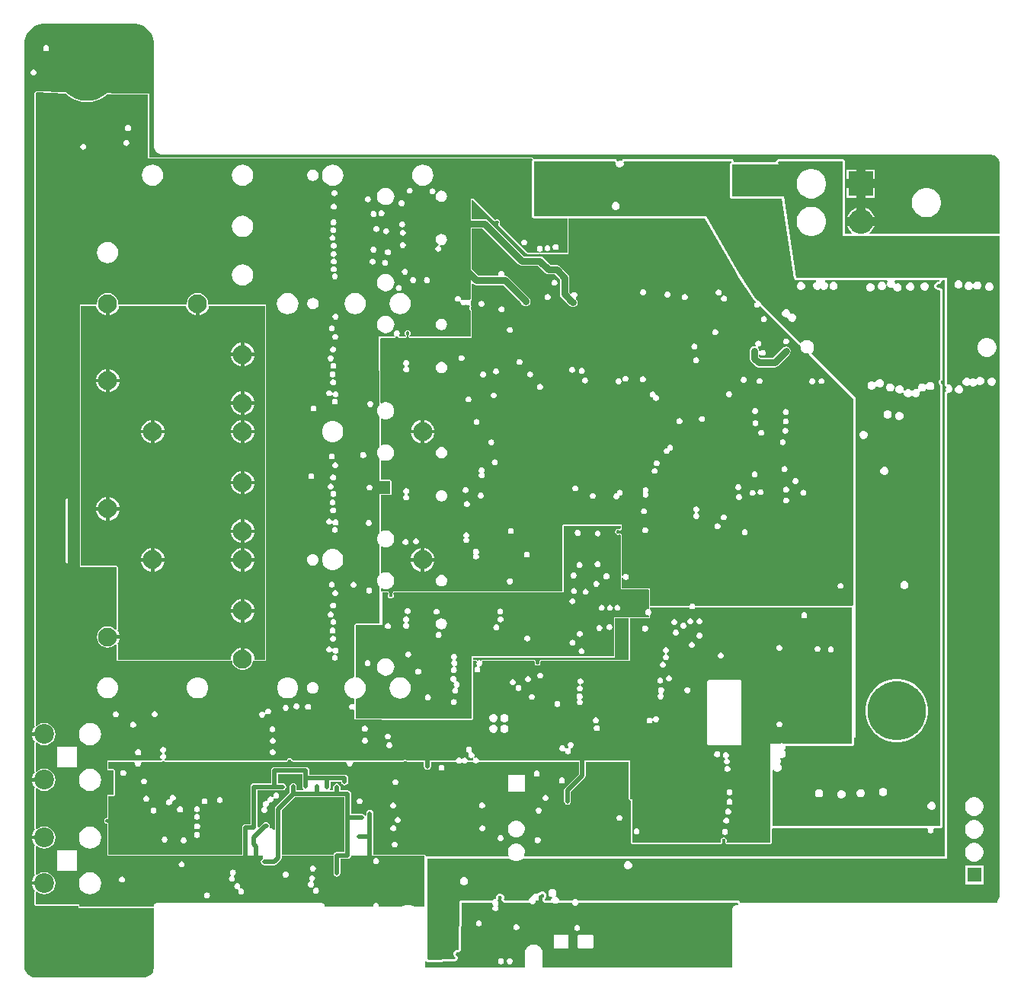
<source format=gbr>
G04*
G04 #@! TF.GenerationSoftware,Altium Limited,Altium Designer,23.7.1 (13)*
G04*
G04 Layer_Physical_Order=3*
G04 Layer_Color=1930808*
%FSLAX25Y25*%
%MOIN*%
G70*
G04*
G04 #@! TF.SameCoordinates,E44608C4-6370-4D0E-AFC6-BBC59DA78F3B*
G04*
G04*
G04 #@! TF.FilePolarity,Positive*
G04*
G01*
G75*
%ADD160C,0.06299*%
%ADD170R,0.10827X0.10827*%
%ADD171C,0.10827*%
%ADD178C,0.02000*%
%ADD190C,0.08661*%
%ADD192R,0.06102X0.06102*%
%ADD194C,0.25591*%
%ADD196C,0.25000*%
%ADD197C,0.01600*%
%ADD199C,0.08268*%
%ADD200C,0.03000*%
G36*
X21330Y21189D02*
X23040Y20849D01*
X24651Y20182D01*
X26100Y19214D01*
X27333Y17981D01*
X28302Y16531D01*
X28969Y14920D01*
X29309Y13210D01*
Y12424D01*
X29302Y12371D01*
X29307Y12285D01*
X29290Y12201D01*
Y-31635D01*
X29289Y-31653D01*
X29274Y-31932D01*
X29286Y-32021D01*
X29277Y-32111D01*
X29328Y-32671D01*
X29362Y-32785D01*
X29373Y-32905D01*
X29532Y-33443D01*
X29588Y-33550D01*
X29622Y-33665D01*
X29882Y-34162D01*
X29958Y-34256D01*
X30013Y-34362D01*
X30365Y-34799D01*
X30457Y-34876D01*
X30532Y-34970D01*
X30963Y-35331D01*
X31068Y-35388D01*
X31160Y-35465D01*
X31652Y-35736D01*
X31766Y-35772D01*
X31871Y-35830D01*
X32407Y-36000D01*
X32496Y-36010D01*
X32581Y-36042D01*
X32858Y-36087D01*
X32957Y-36083D01*
X33054Y-36102D01*
X395327Y-36102D01*
X395338Y-36100D01*
X395349Y-36102D01*
X395729Y-36096D01*
X396477Y-36231D01*
X397185Y-36509D01*
X397824Y-36921D01*
X398372Y-37449D01*
X398805Y-38073D01*
X399109Y-38770D01*
X399271Y-39513D01*
X399278Y-39882D01*
X399278Y-70745D01*
X342561D01*
X342416Y-70266D01*
X342544Y-70181D01*
X343409Y-69315D01*
X344089Y-68297D01*
X344480Y-67354D01*
X338583D01*
D01*
X332697D01*
X332726Y-67450D01*
X332959Y-68014D01*
X333247Y-68553D01*
X333586Y-69060D01*
X333973Y-69532D01*
X334405Y-69964D01*
X334747Y-70244D01*
X334741Y-70261D01*
X334750Y-70266D01*
X334605Y-70745D01*
X331728D01*
Y-55118D01*
Y-38976D01*
X331651Y-38586D01*
X331430Y-38255D01*
X331099Y-38034D01*
X330709Y-37957D01*
X302747D01*
X302707Y-37965D01*
X302667Y-37960D01*
X302514Y-38003D01*
X302357Y-38034D01*
X302323Y-38057D01*
X302284Y-38068D01*
X302159Y-38167D01*
X302026Y-38255D01*
X302004Y-38289D01*
X301972Y-38314D01*
X301647Y-38694D01*
X301627Y-38730D01*
X301598Y-38757D01*
X301531Y-38902D01*
X301453Y-39041D01*
X301448Y-39082D01*
X301431Y-39118D01*
X301425Y-39278D01*
X301418Y-39335D01*
X282941D01*
X282922Y-39314D01*
X282843Y-38825D01*
X282802Y-38715D01*
X282779Y-38600D01*
X282775Y-38589D01*
X282774Y-38588D01*
X282774Y-38586D01*
X282729Y-38519D01*
X282704Y-38452D01*
X282634Y-38376D01*
X282555Y-38258D01*
X282554Y-38257D01*
X282553Y-38255D01*
X282470Y-38200D01*
X282433Y-38160D01*
X282362Y-38128D01*
X282225Y-38036D01*
X282224Y-38035D01*
X282222Y-38034D01*
X282109Y-38012D01*
X282071Y-37995D01*
X282012Y-37993D01*
X281835Y-37957D01*
X281834Y-37957D01*
X281832Y-37957D01*
X235070D01*
X234972Y-37976D01*
X234871D01*
X234779Y-38015D01*
X234680Y-38034D01*
X234597Y-38090D01*
X234504Y-38129D01*
X234433Y-38200D01*
X234349Y-38255D01*
X234294Y-38339D01*
X234223Y-38410D01*
X234118Y-38567D01*
X233770Y-38873D01*
X233409Y-38760D01*
X233263Y-38700D01*
X232746D01*
X232268Y-38898D01*
X231892Y-38567D01*
X231787Y-38410D01*
X231716Y-38339D01*
X231660Y-38255D01*
X231577Y-38200D01*
X231506Y-38129D01*
X231413Y-38090D01*
X231329Y-38034D01*
X231231Y-38015D01*
X231138Y-37976D01*
X231038D01*
X230939Y-37957D01*
X195630D01*
X195328Y-37871D01*
X195190Y-37569D01*
X195118Y-37503D01*
X195081Y-37413D01*
X194972Y-37368D01*
X194886Y-37288D01*
X194788Y-37291D01*
X194698Y-37254D01*
X27313D01*
Y-9843D01*
X27154Y-9460D01*
X26772Y-9301D01*
X13000D01*
X8653Y-9178D01*
X8471Y-9247D01*
X8286Y-9307D01*
X7346Y-10110D01*
X5674Y-11135D01*
X3862Y-11886D01*
X1955Y-12343D01*
X-0Y-12497D01*
X-1955Y-12343D01*
X-3862Y-11886D01*
X-5674Y-11135D01*
X-7346Y-10110D01*
X-8869Y-8809D01*
X-8996Y-8768D01*
X-9013Y-8761D01*
X-9186Y-8672D01*
X-9200Y-8677D01*
X-9213Y-8671D01*
X-22000Y-8308D01*
X-22004Y-8309D01*
X-22008Y-8308D01*
X-22197Y-8383D01*
X-22387Y-8456D01*
X-22389Y-8459D01*
X-22393Y-8461D01*
X-22751Y-8809D01*
X-22753Y-8813D01*
X-22757Y-8815D01*
X-22835Y-9003D01*
X-22915Y-9190D01*
X-22914Y-9194D01*
X-22915Y-9198D01*
Y-285972D01*
X-22881Y-286056D01*
X-22887Y-286146D01*
X-22805Y-286240D01*
X-22757Y-286355D01*
X-22859Y-286502D01*
X-22927Y-286569D01*
X-23629Y-287785D01*
X-23979Y-289092D01*
X-18661D01*
Y-290593D01*
X-23979D01*
X-23629Y-291900D01*
X-22927Y-293116D01*
X-22859Y-293183D01*
X-22757Y-293330D01*
X-22805Y-293445D01*
X-22887Y-293539D01*
X-22881Y-293629D01*
X-22915Y-293713D01*
Y-305972D01*
X-22881Y-306056D01*
X-22887Y-306146D01*
X-22805Y-306240D01*
X-22757Y-306355D01*
X-22859Y-306502D01*
X-22927Y-306569D01*
X-23629Y-307785D01*
X-23979Y-309092D01*
X-18661D01*
Y-310593D01*
X-23979D01*
X-23629Y-311900D01*
X-22927Y-313116D01*
X-22859Y-313183D01*
X-22757Y-313330D01*
X-22805Y-313445D01*
X-22887Y-313539D01*
X-22881Y-313629D01*
X-22915Y-313713D01*
Y-331248D01*
X-22881Y-331331D01*
X-22887Y-331422D01*
X-22805Y-331515D01*
X-22757Y-331630D01*
X-22859Y-331777D01*
X-22927Y-331845D01*
X-23629Y-333061D01*
X-23979Y-334368D01*
X-18662D01*
Y-335868D01*
X-23979D01*
X-23629Y-337176D01*
X-22927Y-338391D01*
X-22859Y-338459D01*
X-22757Y-338606D01*
X-22805Y-338721D01*
X-22887Y-338814D01*
X-22881Y-338905D01*
X-22915Y-338988D01*
Y-351248D01*
X-22881Y-351331D01*
X-22887Y-351422D01*
X-22805Y-351515D01*
X-22757Y-351630D01*
X-22859Y-351777D01*
X-22927Y-351845D01*
X-23629Y-353061D01*
X-23979Y-354368D01*
X-18662D01*
Y-355868D01*
X-23979D01*
X-23629Y-357176D01*
X-22927Y-358391D01*
X-22859Y-358459D01*
X-22757Y-358606D01*
X-22805Y-358721D01*
X-22887Y-358815D01*
X-22881Y-358905D01*
X-22915Y-358988D01*
Y-364509D01*
X-22757Y-364892D01*
X-22374Y-365051D01*
X-3769D01*
Y-365510D01*
X-3611Y-365892D01*
X-3228Y-366051D01*
X-1964D01*
X-1943Y-366042D01*
X-1922Y-366049D01*
X-0Y-365898D01*
X1922Y-366049D01*
X1943Y-366042D01*
X1964Y-366051D01*
X29290D01*
Y-391990D01*
X29290Y-392411D01*
X29125Y-393237D01*
X28803Y-394016D01*
X28335Y-394717D01*
X27739Y-395313D01*
X27038Y-395781D01*
X26260Y-396103D01*
X25433Y-396268D01*
X25012D01*
X-23033Y-396266D01*
X-23448Y-396228D01*
X-24352Y-395961D01*
X-25188Y-395524D01*
X-25923Y-394932D01*
X-26528Y-394208D01*
X-26981Y-393381D01*
X-27264Y-392481D01*
X-27367Y-391543D01*
X-27326Y-391073D01*
X-27332Y-391020D01*
X-27321Y-390967D01*
X-27321Y12201D01*
X-27338Y12285D01*
X-27333Y12371D01*
X-27341Y12424D01*
X-27341Y13210D01*
X-27000Y14920D01*
X-26333Y16531D01*
X-25365Y17981D01*
X-24132Y19214D01*
X-22682Y20182D01*
X-21072Y20849D01*
X-19362Y21189D01*
X-18575D01*
X-18522Y21182D01*
X-18436Y21187D01*
X-18352Y21170D01*
X20320D01*
X20405Y21187D01*
X20490Y21182D01*
X20544Y21189D01*
X21330Y21189D01*
D02*
G37*
G36*
X281836Y-38987D02*
X281915Y-39476D01*
X281680Y-39633D01*
X281459Y-39964D01*
X281382Y-40354D01*
Y-54445D01*
X281459Y-54835D01*
X281680Y-55166D01*
X282011Y-55387D01*
X282401Y-55465D01*
X303939D01*
X309454Y-90317D01*
X309496Y-90430D01*
X309520Y-90548D01*
X309564Y-90615D01*
X309592Y-90690D01*
X309674Y-90778D01*
X309740Y-90878D01*
X309807Y-90923D01*
X309862Y-90982D01*
X309971Y-91033D01*
X310071Y-91100D01*
X310150Y-91115D01*
X310223Y-91149D01*
X310344Y-91154D01*
X310461Y-91177D01*
X318903D01*
X319002Y-91677D01*
X318487Y-91890D01*
X317981Y-92397D01*
X317707Y-93058D01*
Y-93774D01*
X317981Y-94436D01*
X318487Y-94942D01*
X319148Y-95216D01*
X319865D01*
X320526Y-94942D01*
X320944Y-94524D01*
X321362Y-94942D01*
X322024Y-95216D01*
X322740D01*
X323402Y-94942D01*
X323908Y-94436D01*
X324182Y-93774D01*
Y-93058D01*
X323908Y-92397D01*
X323402Y-91890D01*
X322887Y-91677D01*
X322986Y-91177D01*
X349961D01*
X350182Y-91677D01*
X349956Y-92224D01*
Y-92708D01*
X349956Y-92940D01*
X349494Y-93054D01*
X349324Y-92644D01*
X348818Y-92138D01*
X348156Y-91864D01*
X347440D01*
X346778Y-92138D01*
X346272Y-92644D01*
X345998Y-93306D01*
Y-94022D01*
X346272Y-94683D01*
X346778Y-95190D01*
X347440Y-95464D01*
X348156D01*
X348818Y-95190D01*
X349324Y-94683D01*
X349598Y-94022D01*
Y-93537D01*
X349598Y-93306D01*
X350060Y-93191D01*
X350230Y-93601D01*
X350736Y-94108D01*
X351398Y-94382D01*
X352114D01*
X352331Y-94292D01*
X352831Y-94626D01*
Y-94640D01*
X353105Y-95302D01*
X353612Y-95808D01*
X354273Y-96082D01*
X354989D01*
X355651Y-95808D01*
X356157Y-95302D01*
X356431Y-94640D01*
Y-93924D01*
X356157Y-93262D01*
X355651Y-92756D01*
X354989Y-92482D01*
X354273D01*
X354056Y-92572D01*
X353556Y-92238D01*
Y-92224D01*
X353329Y-91677D01*
X353550Y-91177D01*
X372881D01*
X372912Y-91279D01*
X372538Y-91771D01*
X372176D01*
X371514Y-92045D01*
X371008Y-92551D01*
X370734Y-93213D01*
Y-93929D01*
X371008Y-94591D01*
X371514Y-95097D01*
X372176Y-95371D01*
X372892D01*
X373228Y-95596D01*
Y-134239D01*
X372884Y-134583D01*
X372609Y-135245D01*
Y-135961D01*
X372884Y-136623D01*
X373228Y-136968D01*
Y-330028D01*
X299971D01*
Y-305599D01*
X300471Y-305500D01*
X300489Y-305543D01*
X300995Y-306049D01*
X301657Y-306323D01*
X302373D01*
X303034Y-306049D01*
X303540Y-305543D01*
X303815Y-304881D01*
Y-304165D01*
X303540Y-303503D01*
X303034Y-302997D01*
X303026Y-302958D01*
X303226Y-302758D01*
X303500Y-302097D01*
Y-301381D01*
X303226Y-300719D01*
X303176Y-300669D01*
X303459Y-300245D01*
X303617Y-300310D01*
X304333D01*
X304995Y-300036D01*
X305501Y-299530D01*
X305775Y-298868D01*
Y-298152D01*
X305501Y-297491D01*
X305165Y-297154D01*
X305049Y-296834D01*
X305165Y-296514D01*
X305501Y-296177D01*
X305775Y-295516D01*
Y-295158D01*
X334646D01*
X335036Y-295080D01*
X335367Y-294859D01*
X335588Y-294528D01*
X335665Y-294138D01*
Y-291350D01*
X336221D01*
Y-142508D01*
X316883Y-123171D01*
X316904Y-123012D01*
X317494Y-122423D01*
X317910Y-121701D01*
X318126Y-120896D01*
Y-120063D01*
X317910Y-119258D01*
X317494Y-118536D01*
X316904Y-117947D01*
X316182Y-117530D01*
X315377Y-117314D01*
X314544D01*
X313739Y-117530D01*
X313017Y-117947D01*
X312428Y-118536D01*
X312269Y-118557D01*
X297379Y-103666D01*
X294974Y-101261D01*
X294749Y-100718D01*
X294242Y-100212D01*
X293699Y-99987D01*
X292039Y-98327D01*
X285840Y-89070D01*
X284370Y-86476D01*
X270991Y-62874D01*
X195630D01*
Y-38976D01*
X230939D01*
X231273Y-39476D01*
X231205Y-39642D01*
Y-40358D01*
X231479Y-41020D01*
X231985Y-41526D01*
X232647Y-41800D01*
X233363D01*
X234024Y-41526D01*
X234531Y-41020D01*
X234805Y-40358D01*
Y-39642D01*
X234736Y-39476D01*
X235070Y-38976D01*
X281832D01*
X281836Y-38987D01*
D02*
G37*
G36*
X-9228Y-9212D02*
X-9221Y-9221D01*
X-7665Y-10550D01*
X-5920Y-11619D01*
X-4030Y-12402D01*
X-2040Y-12880D01*
X-0Y-13040D01*
X2040Y-12880D01*
X4030Y-12402D01*
X5920Y-11619D01*
X7665Y-10550D01*
X8637Y-9719D01*
X12992Y-9843D01*
X26772D01*
Y-37795D01*
X194698D01*
X194837Y-38097D01*
X194883Y-38295D01*
X194688Y-38586D01*
X194611Y-38976D01*
Y-62874D01*
X194688Y-63264D01*
X194909Y-63595D01*
X195240Y-63816D01*
X195630Y-63894D01*
X210159D01*
Y-79036D01*
X198471D01*
X198403Y-78564D01*
X198881Y-78366D01*
X199246Y-78000D01*
X199444Y-77522D01*
Y-77005D01*
X199246Y-76527D01*
X198881Y-76162D01*
X198403Y-75964D01*
X197886D01*
X197408Y-76162D01*
X197042Y-76527D01*
X196844Y-77005D01*
Y-77522D01*
X197042Y-78000D01*
X197408Y-78366D01*
X197886Y-78564D01*
X197818Y-79036D01*
X192824D01*
X180347Y-66559D01*
X180526Y-66380D01*
X180724Y-65902D01*
Y-65385D01*
X180526Y-64907D01*
X180160Y-64542D01*
X179683Y-64344D01*
X179165D01*
X178688Y-64542D01*
X178509Y-64720D01*
X169301Y-55512D01*
X167829D01*
Y-99318D01*
X167329Y-99585D01*
X167325Y-99582D01*
X166818Y-99481D01*
X166310Y-99582D01*
X165880Y-99870D01*
X165655D01*
X165225Y-99582D01*
X164718Y-99481D01*
X164210Y-99582D01*
X163981Y-99736D01*
X163531Y-99435D01*
X163587Y-99154D01*
X163486Y-98646D01*
X163199Y-98216D01*
X162769Y-97929D01*
X162262Y-97828D01*
X161754Y-97929D01*
X161324Y-98216D01*
X161037Y-98646D01*
X160936Y-99154D01*
X161037Y-99661D01*
X161324Y-100091D01*
X161754Y-100378D01*
X162262Y-100479D01*
X162769Y-100378D01*
X162998Y-100225D01*
X163448Y-100525D01*
X163392Y-100807D01*
X163493Y-101314D01*
X163780Y-101744D01*
X164210Y-102032D01*
X164718Y-102132D01*
X165225Y-102032D01*
X165655Y-101744D01*
X165880D01*
X166310Y-102032D01*
X166818Y-102132D01*
X167278Y-102041D01*
X167403Y-102143D01*
X167612Y-102441D01*
X167425Y-102721D01*
X167324Y-103228D01*
X167425Y-103736D01*
X167712Y-104166D01*
X167829Y-104244D01*
Y-115797D01*
X141228D01*
X141076Y-115297D01*
X141237Y-115189D01*
X141525Y-114759D01*
X141625Y-114252D01*
X141525Y-113745D01*
X141237Y-113315D01*
X140807Y-113027D01*
X140300Y-112926D01*
X139793Y-113027D01*
X139363Y-113315D01*
X139075Y-113745D01*
X138974Y-114252D01*
X139075Y-114759D01*
X139363Y-115189D01*
X139524Y-115297D01*
X139372Y-115797D01*
X136662D01*
X136518Y-115415D01*
X136494Y-115297D01*
X136768Y-114887D01*
X136869Y-114380D01*
X136768Y-113873D01*
X136480Y-113443D01*
X136050Y-113155D01*
X135543Y-113054D01*
X135036Y-113155D01*
X134606Y-113443D01*
X134319Y-113873D01*
X134218Y-114380D01*
X134319Y-114887D01*
X134592Y-115297D01*
X134569Y-115415D01*
X134424Y-115797D01*
X127762D01*
X127925Y-145712D01*
X127709Y-145927D01*
X127216Y-146782D01*
X126961Y-147735D01*
Y-148722D01*
X127216Y-149675D01*
X127709Y-150530D01*
X127936Y-150756D01*
Y-164147D01*
X127788Y-164295D01*
X127308Y-165127D01*
X127059Y-166055D01*
Y-167016D01*
X127308Y-167944D01*
X127788Y-168776D01*
X127936Y-168924D01*
Y-178992D01*
X132694D01*
Y-184634D01*
X127936D01*
Y-201803D01*
X127709Y-202029D01*
X127216Y-202884D01*
X126961Y-203837D01*
Y-204824D01*
X127216Y-205777D01*
X127709Y-206632D01*
X127936Y-206858D01*
Y-220110D01*
X127709Y-220337D01*
X127216Y-221191D01*
X126961Y-222144D01*
Y-223131D01*
X127216Y-224084D01*
X127709Y-224939D01*
X127936Y-225166D01*
Y-241461D01*
X117521D01*
X117138Y-241619D01*
X116980Y-242002D01*
Y-264473D01*
X116713Y-264933D01*
X116518Y-264985D01*
X115534Y-265249D01*
X114478Y-265859D01*
X113615Y-266722D01*
X113005Y-267778D01*
X112689Y-268957D01*
Y-269375D01*
Y-270177D01*
X113005Y-271356D01*
X113615Y-272412D01*
X114478Y-273275D01*
X115534Y-273885D01*
X116518Y-274149D01*
X116713Y-274201D01*
X116980Y-274661D01*
Y-276311D01*
X116480Y-276645D01*
X116350Y-276591D01*
X115832D01*
X115355Y-276789D01*
X114989Y-277155D01*
X114791Y-277632D01*
Y-278150D01*
X114989Y-278627D01*
X115355Y-278993D01*
X115832Y-279191D01*
X116350D01*
X116480Y-279137D01*
X116980Y-279471D01*
Y-282961D01*
X117138Y-283344D01*
X117521Y-283502D01*
X128836D01*
X128840Y-283511D01*
X129222Y-283669D01*
X168380D01*
X168763Y-283511D01*
X168922Y-283128D01*
Y-257773D01*
X170209D01*
X170480Y-258273D01*
X170365Y-258550D01*
Y-259067D01*
X170563Y-259545D01*
X170741Y-259723D01*
X170534Y-260223D01*
X170523D01*
X170045Y-260421D01*
X169680Y-260786D01*
X169482Y-261264D01*
Y-261781D01*
X169680Y-262259D01*
X170045Y-262625D01*
X170523Y-262823D01*
X171040D01*
X171518Y-262625D01*
X171884Y-262259D01*
X172082Y-261781D01*
Y-261264D01*
X171884Y-260786D01*
X171706Y-260609D01*
X171913Y-260109D01*
X171924D01*
X172402Y-259911D01*
X172767Y-259545D01*
X172965Y-259067D01*
Y-258550D01*
X172851Y-258273D01*
X173122Y-257773D01*
X195509D01*
X195847Y-258265D01*
Y-258782D01*
X196045Y-259260D01*
X196410Y-259626D01*
X196888Y-259823D01*
X197405D01*
X197883Y-259626D01*
X198249Y-259260D01*
X198447Y-258782D01*
Y-258265D01*
X198784Y-257773D01*
X237487D01*
Y-239145D01*
X245908D01*
X246291Y-238987D01*
X246450Y-238604D01*
Y-237981D01*
X246439Y-237955D01*
X246447Y-237928D01*
X246330Y-237546D01*
X246566Y-237228D01*
X246586Y-237207D01*
X246676Y-237117D01*
X246873Y-236639D01*
Y-236122D01*
X246676Y-235644D01*
X246586Y-235554D01*
X246566Y-235533D01*
X246330Y-235215D01*
X246447Y-234833D01*
X246439Y-234806D01*
X246450Y-234780D01*
Y-234252D01*
X263585D01*
X263733Y-234608D01*
X264098Y-234974D01*
X264576Y-235172D01*
X265093D01*
X265571Y-234974D01*
X265937Y-234608D01*
X266084Y-234252D01*
X334646D01*
Y-294138D01*
X304794D01*
X304712Y-294056D01*
X304234Y-293858D01*
X303717D01*
X303239Y-294056D01*
X303156Y-294138D01*
X298951D01*
Y-337524D01*
X279974D01*
X279731Y-337024D01*
X279865Y-336700D01*
Y-336183D01*
X279667Y-335705D01*
X279302Y-335339D01*
X278824Y-335141D01*
X278307D01*
X277829Y-335339D01*
X277463Y-335705D01*
X277265Y-336183D01*
Y-336700D01*
X277399Y-337024D01*
X277156Y-337524D01*
X238517D01*
Y-317552D01*
X237956Y-318217D01*
X237487Y-318046D01*
Y-301366D01*
X171496D01*
Y-301107D01*
X171298Y-300629D01*
X170932Y-300264D01*
X170455Y-300066D01*
X169937D01*
X169561Y-300222D01*
X169277Y-299798D01*
X169282Y-299793D01*
X169480Y-299316D01*
Y-298798D01*
X169282Y-298321D01*
X168916Y-297955D01*
X168495Y-297780D01*
X168379Y-297588D01*
X168263Y-297257D01*
X168427Y-296861D01*
Y-296343D01*
X168229Y-295866D01*
X167864Y-295500D01*
X167386Y-295302D01*
X166869D01*
X166391Y-295500D01*
X166025Y-295866D01*
X165827Y-296343D01*
Y-296861D01*
X166025Y-297339D01*
X166391Y-297704D01*
X166812Y-297879D01*
X166928Y-298071D01*
X167044Y-298402D01*
X166880Y-298798D01*
Y-299316D01*
X167078Y-299793D01*
X167443Y-300159D01*
X167921Y-300357D01*
X168438D01*
X168815Y-300201D01*
X169098Y-300625D01*
X169094Y-300629D01*
X168896Y-301107D01*
Y-301366D01*
X166567D01*
Y-301154D01*
X166369Y-300676D01*
X166003Y-300311D01*
X165525Y-300113D01*
X165008D01*
X164530Y-300311D01*
X164312Y-300529D01*
X164024Y-300637D01*
X163679Y-300541D01*
X163477Y-300339D01*
X162999Y-300141D01*
X162482D01*
X162005Y-300339D01*
X161639Y-300705D01*
X161441Y-301183D01*
Y-301366D01*
X139970D01*
X139880Y-301276D01*
X139402Y-301078D01*
X138885D01*
X138407Y-301276D01*
X138317Y-301366D01*
X115325D01*
X115184Y-301307D01*
X114667D01*
X114526Y-301366D01*
X89994D01*
X89802Y-300902D01*
X89437Y-300536D01*
X88959Y-300338D01*
X88442D01*
X87964Y-300536D01*
X87598Y-300902D01*
X87406Y-301366D01*
X34016D01*
X33916Y-300866D01*
X34111Y-300785D01*
X34477Y-300419D01*
X34675Y-299941D01*
Y-299424D01*
X34477Y-298946D01*
X34111Y-298581D01*
X33905Y-298495D01*
Y-297954D01*
X34111Y-297868D01*
X34477Y-297503D01*
X34675Y-297025D01*
Y-296508D01*
X34477Y-296030D01*
X34111Y-295664D01*
X33634Y-295466D01*
X33116D01*
X32639Y-295664D01*
X32273Y-296030D01*
X32075Y-296508D01*
Y-297025D01*
X32273Y-297503D01*
X32639Y-297868D01*
X32845Y-297954D01*
Y-298495D01*
X32639Y-298581D01*
X32273Y-298946D01*
X32075Y-299424D01*
Y-299941D01*
X32273Y-300419D01*
X32639Y-300785D01*
X32834Y-300866D01*
X32735Y-301366D01*
X8839D01*
Y-305680D01*
X11518D01*
X11598Y-305799D01*
Y-306316D01*
X11681Y-306516D01*
Y-316370D01*
X8839D01*
Y-326426D01*
X8819Y-326442D01*
X8312Y-326543D01*
X7882Y-326830D01*
X7595Y-327260D01*
X7494Y-327767D01*
X7595Y-328275D01*
X7882Y-328705D01*
X8312Y-328992D01*
X8819Y-329093D01*
X8839Y-329109D01*
Y-343146D01*
X76904D01*
X77005Y-343654D01*
X77073Y-343755D01*
X76993Y-344281D01*
X76497Y-344612D01*
X76165Y-345109D01*
X76049Y-345694D01*
X76165Y-346279D01*
X76497Y-346775D01*
X76993Y-347107D01*
X77578Y-347223D01*
X81811D01*
X82008Y-347262D01*
X82593Y-347146D01*
X83089Y-346814D01*
X84743Y-345161D01*
X85074Y-344665D01*
X85191Y-344079D01*
Y-343146D01*
X107812D01*
Y-350698D01*
X107928Y-351284D01*
X108260Y-351780D01*
X108756Y-352111D01*
X109341Y-352228D01*
X109927Y-352111D01*
X110423Y-351780D01*
X110754Y-351284D01*
X110871Y-350698D01*
Y-344483D01*
X114066D01*
X114651Y-344367D01*
X115147Y-344035D01*
X115479Y-343539D01*
X115557Y-343146D01*
X147620D01*
Y-365510D01*
X143576D01*
X142700Y-365147D01*
X142582Y-365123D01*
X142471Y-365077D01*
X141282Y-364841D01*
X141161D01*
X141043Y-364817D01*
X139831D01*
X139713Y-364841D01*
X139592D01*
X138403Y-365077D01*
X138292Y-365123D01*
X138174Y-365147D01*
X137298Y-365510D01*
X128085D01*
X127768Y-365123D01*
X127789Y-365017D01*
X127688Y-364510D01*
X127401Y-364080D01*
X126971Y-363792D01*
X126464Y-363691D01*
X125956Y-363792D01*
X125526Y-364080D01*
X125239Y-364510D01*
X125138Y-365017D01*
X125159Y-365123D01*
X124842Y-365510D01*
X103978D01*
Y-365011D01*
X103885Y-364543D01*
X103620Y-364146D01*
X103223Y-363881D01*
X102754Y-363787D01*
X30513Y-363787D01*
X30045Y-363880D01*
X29648Y-364146D01*
X29383Y-364543D01*
X29290Y-365011D01*
Y-365510D01*
X1964D01*
X-0Y-365355D01*
X-1964Y-365510D01*
X-3228D01*
Y-364509D01*
X-22374D01*
Y-358988D01*
X-21874Y-358742D01*
X-21098Y-359338D01*
X-19922Y-359824D01*
X-18661Y-359991D01*
X-17400Y-359824D01*
X-16225Y-359338D01*
X-15216Y-358563D01*
X-14442Y-357554D01*
X-13955Y-356379D01*
X-13789Y-355118D01*
X-13955Y-353857D01*
X-14442Y-352682D01*
X-15216Y-351673D01*
X-16225Y-350899D01*
X-17400Y-350412D01*
X-18661Y-350246D01*
X-19922Y-350412D01*
X-21098Y-350899D01*
X-21874Y-351494D01*
X-22374Y-351248D01*
Y-338988D01*
X-21874Y-338742D01*
X-21098Y-339338D01*
X-19922Y-339825D01*
X-18661Y-339990D01*
X-17400Y-339825D01*
X-16225Y-339338D01*
X-15216Y-338563D01*
X-14442Y-337554D01*
X-13955Y-336379D01*
X-13789Y-335118D01*
X-13955Y-333857D01*
X-14442Y-332682D01*
X-15216Y-331673D01*
X-16225Y-330898D01*
X-17400Y-330412D01*
X-18661Y-330246D01*
X-19922Y-330412D01*
X-21098Y-330898D01*
X-21874Y-331494D01*
X-22374Y-331248D01*
Y-313713D01*
X-21874Y-313466D01*
X-21098Y-314062D01*
X-19922Y-314549D01*
X-18661Y-314715D01*
X-17400Y-314549D01*
X-16225Y-314062D01*
X-15216Y-313288D01*
X-14442Y-312279D01*
X-13955Y-311104D01*
X-13789Y-309842D01*
X-13955Y-308581D01*
X-14442Y-307406D01*
X-15216Y-306397D01*
X-16225Y-305623D01*
X-17400Y-305136D01*
X-18661Y-304970D01*
X-19922Y-305136D01*
X-21098Y-305623D01*
X-21874Y-306219D01*
X-22374Y-305972D01*
Y-293713D01*
X-21874Y-293466D01*
X-21098Y-294062D01*
X-19922Y-294549D01*
X-18661Y-294715D01*
X-17400Y-294549D01*
X-16225Y-294062D01*
X-15216Y-293288D01*
X-14442Y-292279D01*
X-13955Y-291104D01*
X-13789Y-289843D01*
X-13955Y-288581D01*
X-14442Y-287406D01*
X-15216Y-286397D01*
X-16225Y-285623D01*
X-17400Y-285136D01*
X-18661Y-284970D01*
X-19922Y-285136D01*
X-21098Y-285623D01*
X-21874Y-286219D01*
X-22374Y-285972D01*
Y-9198D01*
X-22016Y-8849D01*
X-9228Y-9212D01*
D02*
G37*
G36*
X375242Y-136631D02*
X375262Y-136730D01*
Y-136830D01*
X375300Y-136923D01*
X375320Y-137021D01*
X375376Y-137105D01*
X375414Y-137197D01*
X375485Y-137268D01*
X375541Y-137352D01*
X375594Y-137387D01*
X375704Y-137511D01*
X375803Y-137885D01*
X375605Y-138363D01*
Y-138880D01*
X375803Y-139358D01*
X375704Y-139733D01*
X375594Y-139856D01*
X375541Y-139891D01*
X375485Y-139975D01*
X375414Y-140046D01*
X375376Y-140139D01*
X375320Y-140222D01*
X375300Y-140321D01*
X375262Y-140413D01*
Y-140514D01*
X375242Y-140612D01*
Y-343342D01*
X191401D01*
X191151Y-342909D01*
X191256Y-342728D01*
X191504Y-341800D01*
Y-340839D01*
X191256Y-339910D01*
X190775Y-339078D01*
X190096Y-338399D01*
X189263Y-337918D01*
X188335Y-337669D01*
X187374D01*
X186446Y-337918D01*
X185614Y-338399D01*
X184934Y-339078D01*
X184454Y-339910D01*
X184205Y-340839D01*
Y-341800D01*
X184454Y-342728D01*
X184558Y-342909D01*
X184309Y-343342D01*
X149122D01*
X148732Y-343420D01*
X148662Y-343466D01*
X148162Y-343199D01*
Y-343146D01*
X148003Y-342764D01*
X147620Y-342605D01*
X125308D01*
Y-334766D01*
Y-324596D01*
X125192Y-324011D01*
X124860Y-323515D01*
X124364Y-323183D01*
X123779Y-323067D01*
X123194Y-323183D01*
X122697Y-323515D01*
X122366Y-324011D01*
X122250Y-324596D01*
Y-325395D01*
X121750Y-325547D01*
X121543Y-325238D01*
X121047Y-324906D01*
X120461Y-324790D01*
X115595D01*
Y-315999D01*
X115479Y-315413D01*
X115147Y-314917D01*
X114651Y-314585D01*
X114066Y-314469D01*
X110802D01*
Y-313016D01*
X110685Y-312431D01*
X110354Y-311934D01*
X109858Y-311603D01*
X109272Y-311486D01*
X108687Y-311603D01*
X108191Y-311934D01*
X107859Y-312431D01*
X107743Y-313016D01*
Y-314469D01*
X106369D01*
X106208Y-313976D01*
X106539Y-313479D01*
X106656Y-312894D01*
Y-310636D01*
X111227D01*
Y-310786D01*
X111344Y-311372D01*
X111675Y-311868D01*
X112171Y-312199D01*
X112757Y-312316D01*
X113342Y-312199D01*
X113838Y-311868D01*
X114170Y-311372D01*
X114286Y-310786D01*
Y-309107D01*
X114170Y-308522D01*
X113838Y-308026D01*
X113342Y-307694D01*
X112757Y-307577D01*
X97277D01*
Y-305782D01*
X97161Y-305197D01*
X96829Y-304701D01*
X96333Y-304369D01*
X95748Y-304253D01*
X82008D01*
X81423Y-304369D01*
X80926Y-304701D01*
X80595Y-305197D01*
X80479Y-305782D01*
Y-311359D01*
X73129D01*
X72544Y-311475D01*
X72048Y-311807D01*
X71716Y-312303D01*
X71600Y-312888D01*
Y-329258D01*
X69419D01*
X68834Y-329374D01*
X68337Y-329706D01*
X68006Y-330202D01*
X67889Y-330787D01*
Y-342605D01*
X9380D01*
Y-329109D01*
X9369Y-329083D01*
X9377Y-329056D01*
X9291Y-328895D01*
X9288Y-328887D01*
X9269Y-328792D01*
X9241Y-328773D01*
X9222Y-328726D01*
X9195Y-328715D01*
X9182Y-328691D01*
X9163Y-328674D01*
X9035Y-328636D01*
X8925Y-328562D01*
X8523Y-328482D01*
X8272Y-328314D01*
X8105Y-328063D01*
X8046Y-327767D01*
X8105Y-327471D01*
X8272Y-327220D01*
X8523Y-327053D01*
X8925Y-326973D01*
X9035Y-326899D01*
X9163Y-326860D01*
X9182Y-326844D01*
X9195Y-326819D01*
X9222Y-326809D01*
X9241Y-326761D01*
X9269Y-326743D01*
X9288Y-326647D01*
X9291Y-326640D01*
X9377Y-326479D01*
X9369Y-326452D01*
X9380Y-326426D01*
Y-316911D01*
X11681D01*
X12063Y-316753D01*
X12222Y-316370D01*
Y-306516D01*
X12181Y-306416D01*
Y-306309D01*
X12139Y-306208D01*
Y-305799D01*
X12079Y-305653D01*
X12048Y-305498D01*
X11968Y-305379D01*
X11922Y-305348D01*
X11901Y-305297D01*
X11755Y-305237D01*
X11624Y-305149D01*
X11570Y-305160D01*
X11518Y-305139D01*
X9380D01*
Y-301907D01*
X20729D01*
X21063Y-302407D01*
X21004Y-302548D01*
Y-303065D01*
X21202Y-303543D01*
X21568Y-303909D01*
X22045Y-304107D01*
X22563D01*
X23040Y-303909D01*
X23406Y-303543D01*
X23604Y-303065D01*
Y-302548D01*
X23545Y-302407D01*
X23879Y-301907D01*
X32735D01*
X32880Y-301846D01*
X33035Y-301816D01*
X33066Y-301769D01*
X33110Y-301751D01*
X33120Y-301748D01*
X33630D01*
X33639Y-301751D01*
X33684Y-301769D01*
X33715Y-301816D01*
X33870Y-301846D01*
X34016Y-301907D01*
X87406D01*
X87506Y-301866D01*
X87613D01*
X87689Y-301789D01*
X87789Y-301748D01*
X87830Y-301649D01*
X87906Y-301573D01*
X88057Y-301209D01*
X88270Y-300995D01*
X88549Y-300880D01*
X88851D01*
X89130Y-300995D01*
X89343Y-301209D01*
X89494Y-301573D01*
X89570Y-301649D01*
X89612Y-301748D01*
X89711Y-301789D01*
X89787Y-301866D01*
X89895D01*
X89994Y-301907D01*
X113358D01*
X113636Y-302323D01*
X113625Y-302349D01*
Y-302866D01*
X113823Y-303344D01*
X114189Y-303709D01*
X114667Y-303907D01*
X115184D01*
X115662Y-303709D01*
X116027Y-303344D01*
X116225Y-302866D01*
Y-302349D01*
X116215Y-302323D01*
X116492Y-301907D01*
X138317D01*
X138317Y-301907D01*
X138700Y-301748D01*
X138700Y-301748D01*
X138714Y-301734D01*
X138993Y-301619D01*
X139295D01*
X139573Y-301734D01*
X139587Y-301748D01*
X139970Y-301907D01*
X139970Y-301907D01*
X147439D01*
Y-303972D01*
X147555Y-304557D01*
X147887Y-305053D01*
X148383Y-305384D01*
X148968Y-305501D01*
X149554Y-305384D01*
X150050Y-305053D01*
X150381Y-304557D01*
X150498Y-303972D01*
Y-301907D01*
X161441D01*
X161514Y-301876D01*
X161639Y-302178D01*
X162005Y-302543D01*
X162482Y-302741D01*
X162999D01*
X163477Y-302543D01*
X163696Y-302325D01*
X163984Y-302217D01*
X164328Y-302313D01*
X164530Y-302515D01*
X165008Y-302713D01*
X165525D01*
X166003Y-302515D01*
X166369Y-302149D01*
X166483Y-301872D01*
X166567Y-301907D01*
X168896D01*
X168996Y-301865D01*
X169094Y-302102D01*
X169460Y-302468D01*
X169937Y-302666D01*
X170455D01*
X170932Y-302468D01*
X171298Y-302102D01*
X171396Y-301865D01*
X171496Y-301907D01*
X215158D01*
Y-307378D01*
X209179Y-313356D01*
X208847Y-313853D01*
X208731Y-314438D01*
Y-319234D01*
X208847Y-319819D01*
X209179Y-320315D01*
X209675Y-320647D01*
X210260Y-320763D01*
X210846Y-320647D01*
X211342Y-320315D01*
X211673Y-319819D01*
X211790Y-319234D01*
Y-315071D01*
X217768Y-309093D01*
X218100Y-308596D01*
X218216Y-308011D01*
Y-301907D01*
X236945D01*
Y-318046D01*
X236991Y-318155D01*
X236996Y-318274D01*
X237067Y-318339D01*
X237104Y-318428D01*
X237213Y-318474D01*
X237301Y-318554D01*
X237771Y-318725D01*
X237976Y-319190D01*
Y-337524D01*
X238134Y-337907D01*
X238517Y-338065D01*
X277156D01*
X277241Y-338030D01*
X277333Y-338035D01*
X277425Y-337954D01*
X277539Y-337907D01*
X277574Y-337822D01*
X277643Y-337761D01*
X277886Y-337261D01*
X277887Y-337243D01*
X277899Y-337231D01*
Y-337039D01*
X277911Y-336847D01*
X277899Y-336834D01*
Y-336817D01*
X277806Y-336592D01*
Y-336290D01*
X277922Y-336011D01*
X278135Y-335798D01*
X278414Y-335682D01*
X278716D01*
X278995Y-335798D01*
X279208Y-336011D01*
X279324Y-336290D01*
Y-336592D01*
X279231Y-336817D01*
Y-336834D01*
X279219Y-336847D01*
X279231Y-337039D01*
Y-337231D01*
X279243Y-337243D01*
X279244Y-337261D01*
X279487Y-337761D01*
X279556Y-337822D01*
X279591Y-337907D01*
X279705Y-337954D01*
X279797Y-338036D01*
X279889Y-338030D01*
X279974Y-338065D01*
X298951D01*
X299334Y-337907D01*
X299492Y-337524D01*
Y-331462D01*
X299971Y-331048D01*
X367626D01*
X367943Y-331548D01*
X367860Y-331747D01*
Y-332264D01*
X368058Y-332742D01*
X368424Y-333108D01*
X368901Y-333306D01*
X369419D01*
X369896Y-333108D01*
X370262Y-332742D01*
X370460Y-332264D01*
Y-331747D01*
X370377Y-331548D01*
X370694Y-331048D01*
X373228D01*
X373619Y-330970D01*
X373949Y-330749D01*
X374170Y-330418D01*
X374248Y-330028D01*
Y-136968D01*
X374170Y-136577D01*
X373949Y-136247D01*
X373748Y-136045D01*
X373629Y-135758D01*
Y-135448D01*
X373748Y-135161D01*
X373949Y-134960D01*
X374170Y-134629D01*
X374248Y-134239D01*
Y-95596D01*
X374228Y-95497D01*
Y-95397D01*
X374190Y-95304D01*
X374170Y-95206D01*
X374114Y-95122D01*
X374076Y-95029D01*
X374005Y-94958D01*
X373949Y-94875D01*
X373866Y-94819D01*
X373795Y-94748D01*
X373458Y-94523D01*
X373366Y-94485D01*
X373282Y-94429D01*
X373184Y-94409D01*
X373091Y-94371D01*
X372990D01*
X372892Y-94351D01*
X372379D01*
X372092Y-94233D01*
X371872Y-94013D01*
X371754Y-93726D01*
Y-93416D01*
X371872Y-93129D01*
X372092Y-92909D01*
X372379Y-92791D01*
X372538D01*
X372607Y-92777D01*
X372677Y-92781D01*
X372800Y-92738D01*
X372929Y-92713D01*
X372987Y-92674D01*
X373053Y-92651D01*
X373151Y-92565D01*
X373259Y-92492D01*
X373298Y-92434D01*
X373351Y-92387D01*
X373724Y-91896D01*
X373759Y-91823D01*
X373811Y-91760D01*
X373846Y-91645D01*
X373898Y-91538D01*
X373903Y-91457D01*
X373926Y-91379D01*
X374394Y-91177D01*
X375242D01*
Y-136631D01*
D02*
G37*
G36*
X178126Y-65103D02*
X178509Y-65261D01*
X178892Y-65103D01*
X178994Y-65000D01*
X179273Y-64885D01*
X179575D01*
X179854Y-65000D01*
X180067Y-65214D01*
X180183Y-65493D01*
Y-65795D01*
X180067Y-66073D01*
X179965Y-66176D01*
X179806Y-66559D01*
X179965Y-66941D01*
X192442Y-79418D01*
X192824Y-79577D01*
X192824Y-79577D01*
X197818D01*
X197976Y-79511D01*
X198142Y-79469D01*
X198147D01*
X198313Y-79511D01*
X198471Y-79577D01*
X210159D01*
X210542Y-79418D01*
X210700Y-79036D01*
Y-63894D01*
X270397D01*
X283483Y-86979D01*
X284953Y-89573D01*
X284978Y-89602D01*
X284993Y-89638D01*
X291192Y-98894D01*
X291263Y-98965D01*
X291318Y-99048D01*
X292556Y-100285D01*
X292486Y-100636D01*
X292213Y-100909D01*
X292071Y-101122D01*
X291973Y-101358D01*
X291923Y-101610D01*
Y-101866D01*
X291973Y-102117D01*
X292071Y-102353D01*
X292213Y-102566D01*
X292394Y-102747D01*
X292607Y-102890D01*
X292843Y-102988D01*
X293095Y-103038D01*
X293351D01*
X293602Y-102988D01*
X293838Y-102890D01*
X294051Y-102747D01*
X294325Y-102474D01*
X294675Y-102404D01*
X294835Y-102564D01*
X296658Y-104387D01*
X311548Y-119278D01*
X311604Y-119315D01*
X311649Y-119366D01*
X311768Y-119425D01*
X311879Y-119499D01*
X311945Y-119512D01*
X311945Y-119512D01*
D01*
X312005Y-119542D01*
D01*
D01*
X312313Y-119936D01*
X312327Y-120055D01*
X312327Y-120064D01*
X312295Y-120305D01*
Y-120654D01*
X312341Y-121001D01*
X312431Y-121338D01*
X312565Y-121661D01*
X312740Y-121964D01*
X312952Y-122241D01*
X313199Y-122488D01*
X313477Y-122701D01*
X313779Y-122875D01*
X314102Y-123009D01*
X314440Y-123099D01*
X314786Y-123145D01*
X315135D01*
X315376Y-123113D01*
X315385Y-123113D01*
X315504Y-123127D01*
X315898Y-123435D01*
D01*
X315928Y-123495D01*
X315928Y-123495D01*
X315941Y-123561D01*
X316016Y-123672D01*
X316074Y-123792D01*
X316125Y-123836D01*
X316162Y-123892D01*
X335201Y-142930D01*
Y-192250D01*
Y-233400D01*
X334701Y-233734D01*
X334646Y-233711D01*
X266128D01*
X266085Y-233492D01*
X265987Y-233256D01*
X265844Y-233043D01*
X265663Y-232862D01*
X265450Y-232720D01*
X265214Y-232622D01*
X264963Y-232572D01*
X264707D01*
X264455Y-232622D01*
X264219Y-232720D01*
X264006Y-232862D01*
X263825Y-233043D01*
X263683Y-233256D01*
X263585Y-233492D01*
X263541Y-233711D01*
X246450D01*
Y-226562D01*
X246291Y-226179D01*
X246291Y-226179D01*
X246146Y-226034D01*
X245764Y-225876D01*
X245764Y-225876D01*
X234060D01*
Y-221446D01*
X234560Y-221346D01*
X234699Y-221682D01*
X235065Y-222048D01*
X235542Y-222246D01*
X235929D01*
X236180Y-222196D01*
X236417Y-222098D01*
X236630Y-221955D01*
X236811Y-221774D01*
X236953Y-221561D01*
X237051Y-221325D01*
X237101Y-221074D01*
Y-220818D01*
X237051Y-220566D01*
X236953Y-220330D01*
X236811Y-220117D01*
X236630Y-219936D01*
X236417Y-219794D01*
X236180Y-219696D01*
X235929Y-219646D01*
X235542D01*
X235065Y-219844D01*
X234699Y-220209D01*
X234560Y-220545D01*
X234060Y-220446D01*
Y-202621D01*
X234028Y-202545D01*
X234036Y-202464D01*
X233952Y-202361D01*
X233901Y-202238D01*
X233826Y-202207D01*
X233774Y-202144D01*
X233274Y-201876D01*
X233192Y-201868D01*
X233124Y-201823D01*
X232994Y-201849D01*
X232861Y-201836D01*
X232798Y-201888D01*
X232718Y-201904D01*
X232679Y-201930D01*
X232382Y-201989D01*
X232086Y-201930D01*
X231836Y-201762D01*
X231668Y-201511D01*
X231609Y-201215D01*
X231668Y-200919D01*
X231836Y-200668D01*
X232086Y-200500D01*
X232382Y-200442D01*
X232679Y-200500D01*
X232718Y-200527D01*
X232798Y-200543D01*
X232861Y-200595D01*
X232994Y-200582D01*
X233124Y-200607D01*
X233192Y-200562D01*
X233274Y-200554D01*
X233774Y-200287D01*
X233826Y-200223D01*
X233901Y-200192D01*
X233952Y-200069D01*
X234036Y-199967D01*
X234028Y-199885D01*
X234060Y-199809D01*
Y-198585D01*
X233901Y-198203D01*
X233519Y-198044D01*
X208669D01*
X208286Y-198203D01*
X208128Y-198585D01*
Y-227328D01*
X134301D01*
X134225Y-227359D01*
X134144Y-227351D01*
X134041Y-227436D01*
X133918Y-227487D01*
X133887Y-227562D01*
X133824Y-227614D01*
X133556Y-228114D01*
X133548Y-228196D01*
X133503Y-228264D01*
X133529Y-228394D01*
X133516Y-228526D01*
X133568Y-228590D01*
X133584Y-228670D01*
X133651Y-228770D01*
X133709Y-229066D01*
X133651Y-229362D01*
X133483Y-229613D01*
X133232Y-229781D01*
X132936Y-229840D01*
X132640Y-229781D01*
X132389Y-229613D01*
X132221Y-229362D01*
X132162Y-229066D01*
X132221Y-228770D01*
X132288Y-228670D01*
X132304Y-228590D01*
X132356Y-228526D01*
X132343Y-228394D01*
X132369Y-228264D01*
X132323Y-228196D01*
X132315Y-228114D01*
X132048Y-227614D01*
X131985Y-227562D01*
X131953Y-227487D01*
X131831Y-227436D01*
X131728Y-227351D01*
X131646Y-227359D01*
X131571Y-227328D01*
X129233D01*
X128977Y-227434D01*
X128477Y-227207D01*
Y-226177D01*
X128910Y-225927D01*
X129262Y-226130D01*
X130215Y-226386D01*
X131202D01*
X132155Y-226130D01*
X133010Y-225637D01*
X133708Y-224939D01*
X134201Y-224084D01*
X134457Y-223131D01*
Y-222144D01*
X134201Y-221191D01*
X133708Y-220337D01*
X133010Y-219639D01*
X132155Y-219145D01*
X131202Y-218890D01*
X130215D01*
X129262Y-219145D01*
X128910Y-219348D01*
X128477Y-219098D01*
Y-207870D01*
X128910Y-207620D01*
X129262Y-207823D01*
X130215Y-208079D01*
X131202D01*
X132155Y-207823D01*
X133010Y-207330D01*
X133708Y-206632D01*
X134201Y-205777D01*
X134457Y-204824D01*
Y-203837D01*
X134201Y-202884D01*
X133708Y-202029D01*
X133010Y-201331D01*
X132155Y-200838D01*
X131202Y-200583D01*
X130215D01*
X129262Y-200838D01*
X128910Y-201041D01*
X128477Y-200791D01*
Y-185175D01*
X132694D01*
X133076Y-185017D01*
X133235Y-184634D01*
Y-178992D01*
X133076Y-178609D01*
X132694Y-178451D01*
X128477D01*
Y-169961D01*
X128910Y-169711D01*
X129300Y-169936D01*
X130228Y-170185D01*
X131189D01*
X131291Y-170158D01*
Y-170140D01*
X131422Y-170123D01*
X131884Y-169999D01*
X132326Y-169816D01*
X132741Y-169577D01*
X133120Y-169285D01*
X133458Y-168947D01*
X133750Y-168567D01*
X133989Y-168153D01*
X134172Y-167711D01*
X134296Y-167249D01*
X134358Y-166775D01*
Y-166296D01*
X134296Y-165822D01*
X134172Y-165360D01*
X133989Y-164918D01*
X133750Y-164504D01*
X133458Y-164124D01*
X133120Y-163786D01*
X132741Y-163494D01*
X132326Y-163255D01*
X131884Y-163072D01*
X131422Y-162948D01*
X131291Y-162931D01*
Y-162913D01*
X131189Y-162886D01*
X130228D01*
X129300Y-163135D01*
X128910Y-163360D01*
X128477Y-163110D01*
Y-151768D01*
X128910Y-151518D01*
X129262Y-151721D01*
X130215Y-151976D01*
X131202D01*
X131291Y-151952D01*
Y-151932D01*
X131441Y-151912D01*
X131916Y-151785D01*
X132370Y-151597D01*
X132795Y-151351D01*
X133185Y-151052D01*
X133533Y-150705D01*
X133832Y-150315D01*
X134077Y-149890D01*
X134265Y-149436D01*
X134393Y-148961D01*
X134457Y-148474D01*
Y-147983D01*
X134393Y-147496D01*
X134265Y-147021D01*
X134077Y-146567D01*
X133832Y-146142D01*
X133533Y-145752D01*
X133185Y-145404D01*
X132795Y-145105D01*
X132370Y-144860D01*
X131916Y-144672D01*
X131441Y-144544D01*
X131291Y-144525D01*
Y-144504D01*
X131202Y-144480D01*
X130215D01*
X129262Y-144736D01*
X128894Y-144948D01*
X128461Y-144699D01*
X128308Y-116693D01*
X128661Y-116338D01*
X134424D01*
X134531Y-116294D01*
X134646Y-116290D01*
X134715Y-116218D01*
X134807Y-116180D01*
X134851Y-116073D01*
X134930Y-115989D01*
X135073Y-115612D01*
X135415Y-115680D01*
X135541D01*
X135671D01*
X136013Y-115612D01*
X136156Y-115989D01*
X136235Y-116073D01*
X136280Y-116180D01*
X136372Y-116218D01*
X136440Y-116290D01*
X136556Y-116294D01*
X136662Y-116338D01*
X139372D01*
X139495Y-116287D01*
X139627Y-116274D01*
X139674Y-116218D01*
X139679Y-116211D01*
X139755Y-116180D01*
X139806Y-116057D01*
X139890Y-115954D01*
X140042Y-115454D01*
X140029Y-115322D01*
X140055Y-115191D01*
X140055Y-115191D01*
X140009Y-115123D01*
X140001Y-115042D01*
X139899Y-114957D01*
X139825Y-114847D01*
X139753Y-114799D01*
X139585Y-114548D01*
X139526Y-114252D01*
X139585Y-113956D01*
X139753Y-113705D01*
X140004Y-113537D01*
X140300Y-113478D01*
X140596Y-113537D01*
X140847Y-113705D01*
X140905Y-113792D01*
X141015Y-113956D01*
X141074Y-114252D01*
X141015Y-114548D01*
X140847Y-114799D01*
X140775Y-114847D01*
X140701Y-114957D01*
X140599Y-115042D01*
X140591Y-115123D01*
X140545Y-115191D01*
X140571Y-115322D01*
X140558Y-115454D01*
X140710Y-115954D01*
X140794Y-116057D01*
X140845Y-116180D01*
X140920Y-116211D01*
X140972Y-116274D01*
X141105Y-116287D01*
X141228Y-116338D01*
X167829D01*
X168212Y-116180D01*
X168370Y-115797D01*
Y-104244D01*
X168349Y-104193D01*
X168360Y-104138D01*
X168272Y-104007D01*
X168212Y-103861D01*
X168160Y-103840D01*
X168130Y-103794D01*
X168102Y-103775D01*
X167935Y-103524D01*
X167876Y-103228D01*
X167935Y-102932D01*
X168062Y-102742D01*
X168084Y-102631D01*
X168145Y-102535D01*
X168123Y-102436D01*
X168143Y-102336D01*
X168080Y-102242D01*
X168055Y-102131D01*
X167846Y-101833D01*
D01*
D01*
X167920Y-101543D01*
X168068Y-101186D01*
X168118Y-100935D01*
Y-100679D01*
X168068Y-100428D01*
X167971Y-100194D01*
X168199Y-99716D01*
X168212Y-99701D01*
X168263Y-99578D01*
X168347Y-99475D01*
X168339Y-99394D01*
X168370Y-99318D01*
Y-92750D01*
X168832Y-92559D01*
X168920Y-92647D01*
X169581Y-93089D01*
X170362Y-93244D01*
X182172D01*
X190055Y-101126D01*
X190083Y-101271D01*
X190525Y-101932D01*
X191187Y-102374D01*
X191967Y-102529D01*
X192747Y-102374D01*
X193409Y-101932D01*
X193851Y-101271D01*
X194006Y-100490D01*
Y-100155D01*
X193851Y-99375D01*
X193409Y-98713D01*
X184459Y-89763D01*
X183797Y-89321D01*
X183017Y-89166D01*
X182911D01*
X182672Y-88834D01*
X182628Y-88709D01*
X182599Y-88665D01*
X182624Y-88604D01*
X182674Y-88353D01*
Y-88097D01*
X182624Y-87846D01*
X182526Y-87609D01*
X182384Y-87397D01*
X182203Y-87215D01*
X181990Y-87073D01*
X181753Y-86975D01*
X181502Y-86925D01*
X181246D01*
X180995Y-86975D01*
X180758Y-87073D01*
X180545Y-87215D01*
X180364Y-87397D01*
X180222Y-87609D01*
X180124Y-87846D01*
X180074Y-88097D01*
Y-88353D01*
X180124Y-88604D01*
X180149Y-88665D01*
X180121Y-88709D01*
X180077Y-88834D01*
X179838Y-89166D01*
X171206D01*
X168370Y-86329D01*
Y-68317D01*
X173081D01*
X188797Y-84033D01*
X189459Y-84475D01*
X190239Y-84630D01*
X197275D01*
X200563Y-87918D01*
X201224Y-88360D01*
X202005Y-88515D01*
X204624D01*
X206895Y-90787D01*
Y-97136D01*
X207051Y-97916D01*
X207493Y-98577D01*
X210662Y-101746D01*
X210724Y-101788D01*
X211144Y-102208D01*
X211806Y-102650D01*
X212586Y-102805D01*
X213367Y-102650D01*
X214028Y-102208D01*
X214470Y-101547D01*
X214625Y-100766D01*
X214470Y-99986D01*
X214028Y-99324D01*
X213901Y-99197D01*
X213895Y-99191D01*
X213897Y-99181D01*
X213887Y-99148D01*
X213992Y-98581D01*
X214092Y-98514D01*
X214273Y-98333D01*
X214415Y-98120D01*
X214513Y-97884D01*
X214563Y-97632D01*
Y-97376D01*
X214513Y-97125D01*
X214415Y-96889D01*
X214273Y-96676D01*
X214092Y-96495D01*
X213879Y-96352D01*
X213643Y-96254D01*
X213391Y-96204D01*
X213135D01*
X212884Y-96254D01*
X212648Y-96352D01*
X212435Y-96495D01*
X212254Y-96676D01*
X212178Y-96788D01*
X211586Y-96903D01*
X211571Y-96887D01*
X210974Y-96291D01*
Y-89942D01*
X210819Y-89162D01*
X210377Y-88500D01*
X210377Y-88500D01*
X206910Y-85034D01*
X206248Y-84592D01*
X205468Y-84437D01*
X202850D01*
X199562Y-81149D01*
X198900Y-80707D01*
X198120Y-80552D01*
X191084D01*
X175368Y-64836D01*
X174706Y-64394D01*
X173926Y-64238D01*
X168370D01*
Y-56053D01*
X169076D01*
X178126Y-65103D01*
D02*
G37*
G36*
X233519Y-199809D02*
X233019Y-200077D01*
X232890Y-199991D01*
X232382Y-199890D01*
X231875Y-199991D01*
X231445Y-200278D01*
X231158Y-200708D01*
X231057Y-201215D01*
X231158Y-201722D01*
X231445Y-202152D01*
X231875Y-202440D01*
X232382Y-202541D01*
X232890Y-202440D01*
X233019Y-202354D01*
X233519Y-202621D01*
Y-226417D01*
X245764D01*
X245908Y-226562D01*
Y-234780D01*
X245573Y-235055D01*
X245066Y-235156D01*
X244636Y-235443D01*
X244349Y-235873D01*
X244248Y-236381D01*
X244349Y-236888D01*
X244636Y-237318D01*
X245066Y-237605D01*
X245573Y-237706D01*
X245908Y-237981D01*
Y-238604D01*
X230490D01*
Y-255690D01*
X168380D01*
Y-283128D01*
X129222D01*
Y-282961D01*
X117521D01*
Y-274215D01*
X118533Y-274081D01*
X119660Y-273615D01*
X120628Y-272872D01*
X121370Y-271904D01*
X121837Y-270777D01*
X121997Y-269567D01*
X121837Y-268357D01*
X121370Y-267230D01*
X120628Y-266262D01*
X119660Y-265519D01*
X118533Y-265052D01*
X117521Y-264919D01*
Y-242002D01*
X129233D01*
Y-227869D01*
X131571D01*
X131838Y-228369D01*
X131711Y-228559D01*
X131610Y-229066D01*
X131711Y-229573D01*
X131999Y-230003D01*
X132429Y-230291D01*
X132936Y-230392D01*
X133443Y-230291D01*
X133873Y-230003D01*
X134160Y-229573D01*
X134261Y-229066D01*
X134160Y-228559D01*
X134034Y-228369D01*
X134301Y-227869D01*
X208669D01*
Y-198585D01*
X233519D01*
Y-199809D01*
D02*
G37*
G36*
X236945Y-257232D02*
X198784D01*
X198736Y-257252D01*
X198685Y-257241D01*
X198550Y-257329D01*
X198401Y-257391D01*
X198382Y-257439D01*
X198338Y-257467D01*
X198001Y-257958D01*
X197967Y-258116D01*
X197905Y-258265D01*
Y-258674D01*
X197790Y-258953D01*
X197576Y-259167D01*
X197298Y-259282D01*
X196996D01*
X196717Y-259167D01*
X196503Y-258953D01*
X196388Y-258674D01*
Y-258265D01*
X196326Y-258116D01*
X196293Y-257958D01*
X195955Y-257467D01*
X195912Y-257439D01*
X195892Y-257391D01*
X195743Y-257329D01*
X195608Y-257241D01*
X195557Y-257252D01*
X195509Y-257232D01*
X173122D01*
X173047Y-257263D01*
X172968Y-257255D01*
X172863Y-257339D01*
X172739Y-257391D01*
X172739Y-257391D01*
X172246Y-257642D01*
X171924Y-257509D01*
X171407D01*
X171084Y-257642D01*
X170591Y-257391D01*
X170467Y-257339D01*
X170363Y-257255D01*
X170283Y-257263D01*
X170209Y-257232D01*
X168922D01*
Y-256231D01*
X230490D01*
X230873Y-256073D01*
X231031Y-255690D01*
Y-239145D01*
X236945D01*
Y-257232D01*
D02*
G37*
G36*
X94218Y-309107D02*
Y-312812D01*
X94335Y-313398D01*
X94666Y-313894D01*
X94779Y-313969D01*
X94627Y-314469D01*
X91771D01*
Y-312780D01*
X91655Y-312194D01*
X91323Y-311698D01*
X90827Y-311367D01*
X90242Y-311250D01*
X89656Y-311367D01*
X89160Y-311698D01*
X88829Y-312194D01*
X88712Y-312780D01*
Y-315365D01*
X82580Y-321497D01*
X82249Y-321993D01*
X82132Y-322579D01*
Y-331739D01*
X81632Y-331838D01*
X81537Y-331610D01*
X81172Y-331244D01*
X80694Y-331047D01*
X80296D01*
X80066Y-330752D01*
X80003Y-330585D01*
X80013Y-330570D01*
X80129Y-329984D01*
X80013Y-329399D01*
X79682Y-328903D01*
X79185Y-328571D01*
X78600Y-328455D01*
X77991D01*
X77406Y-328571D01*
X76910Y-328903D01*
X75159Y-330654D01*
X74659Y-330447D01*
Y-314418D01*
X85677D01*
X86263Y-314301D01*
X86759Y-313970D01*
X87090Y-313473D01*
X87207Y-312888D01*
X87090Y-312303D01*
X86759Y-311807D01*
X86263Y-311475D01*
X85677Y-311359D01*
X83537D01*
Y-307312D01*
X94218D01*
Y-309107D01*
D02*
G37*
G36*
X112536Y-326319D02*
Y-341424D01*
X109341D01*
X108756Y-341541D01*
X108260Y-341872D01*
X107928Y-342368D01*
X107889Y-342564D01*
X107812Y-342605D01*
X85191D01*
Y-332659D01*
Y-323212D01*
X90875Y-317528D01*
X112536D01*
Y-326319D01*
D02*
G37*
G36*
X330709Y-71764D02*
X337933D01*
X337951Y-71768D01*
X339214D01*
X339233Y-71764D01*
X399278D01*
X399278Y-360436D01*
X399278Y-360436D01*
X399278Y-360931D01*
X399114Y-361757D01*
X398791Y-362536D01*
X398323Y-363237D01*
X397973Y-363586D01*
X285683D01*
X285605Y-363196D01*
X285384Y-362865D01*
X285053Y-362644D01*
X284663Y-362567D01*
X215075D01*
X214738Y-362229D01*
X214076Y-361955D01*
X213360D01*
X212699Y-362229D01*
X212361Y-362567D01*
X206662D01*
Y-362503D01*
X206388Y-361841D01*
X205882Y-361335D01*
X205220Y-361061D01*
X205192D01*
X204985Y-360561D01*
X205173Y-360373D01*
X205447Y-359711D01*
Y-358995D01*
X205173Y-358334D01*
X204667Y-357827D01*
X204005Y-357553D01*
X203289D01*
X202628Y-357827D01*
X202121Y-358334D01*
X201847Y-358995D01*
Y-359711D01*
X202121Y-360373D01*
X202628Y-360879D01*
X203289Y-361153D01*
X203317D01*
X203524Y-361653D01*
X203336Y-361841D01*
X203062Y-362503D01*
Y-362567D01*
X200334D01*
X200233Y-362071D01*
X200233Y-362067D01*
X200739Y-361561D01*
X201013Y-360900D01*
Y-360184D01*
X200739Y-359522D01*
X200232Y-359016D01*
X199571Y-358742D01*
X198855D01*
X198193Y-359016D01*
X197687Y-359522D01*
X197680Y-359537D01*
X197036Y-359787D01*
X196786Y-359683D01*
X196070D01*
X195408Y-359958D01*
X194902Y-360464D01*
X194628Y-361125D01*
Y-361168D01*
X194585D01*
X193923Y-361442D01*
X193417Y-361949D01*
X193161Y-362567D01*
X182728D01*
X182394Y-362067D01*
X182498Y-361817D01*
Y-361101D01*
X182224Y-360439D01*
X181717Y-359933D01*
X181056Y-359659D01*
X180340D01*
X179678Y-359933D01*
X179172Y-360439D01*
X178898Y-361101D01*
Y-361817D01*
X178711Y-362097D01*
X178382D01*
X177720Y-362371D01*
X177505Y-362586D01*
X177504D01*
X177406Y-362567D01*
X163962D01*
X163777Y-362604D01*
X163591Y-362637D01*
X163582Y-362642D01*
X163572Y-362644D01*
X163415Y-362750D01*
X163256Y-362852D01*
X163250Y-362860D01*
X163241Y-362865D01*
X163136Y-363023D01*
X163028Y-363178D01*
X163026Y-363188D01*
X163020Y-363196D01*
X162983Y-363382D01*
X162943Y-363566D01*
X162536Y-384343D01*
X162499Y-384366D01*
X161783D01*
X161122Y-384641D01*
X160615Y-385147D01*
X160341Y-385808D01*
Y-386525D01*
X160615Y-387186D01*
X161122Y-387692D01*
X161211Y-387729D01*
X161123Y-388234D01*
X149484Y-388799D01*
X149122Y-388454D01*
Y-344361D01*
X185029D01*
X185307Y-344640D01*
X186253Y-345186D01*
X187309Y-345469D01*
X188401D01*
X189456Y-345186D01*
X190403Y-344640D01*
X190681Y-344361D01*
X376262D01*
Y-140612D01*
X376547Y-140422D01*
X377263D01*
X377925Y-140148D01*
X378431Y-139641D01*
X378705Y-138980D01*
Y-138264D01*
X378431Y-137602D01*
X377925Y-137096D01*
X377263Y-136822D01*
X376547D01*
X376262Y-136631D01*
Y-90158D01*
X310461D01*
X304810Y-54445D01*
X282401D01*
Y-40354D01*
X302580D01*
X302422Y-39357D01*
X302747Y-38976D01*
X330709D01*
Y-71764D01*
D02*
G37*
G36*
X199655Y-359880D02*
X199874Y-360100D01*
X199993Y-360386D01*
Y-360697D01*
X199874Y-360984D01*
X199512Y-361346D01*
X199511Y-361347D01*
X199511Y-361347D01*
X199445Y-361446D01*
X199383Y-361508D01*
X199351Y-361587D01*
X199291Y-361677D01*
X199291Y-361678D01*
X199290Y-361679D01*
X199269Y-361787D01*
X199232Y-361876D01*
X199233Y-361970D01*
X199213Y-362067D01*
X199214Y-362068D01*
X199213Y-362069D01*
X199213Y-362074D01*
X199233Y-362173D01*
X199234Y-362274D01*
X199334Y-362770D01*
X199372Y-362860D01*
X199392Y-362957D01*
X199449Y-363042D01*
X199488Y-363137D01*
X199558Y-363206D01*
X199613Y-363288D01*
X199698Y-363345D01*
X199770Y-363417D01*
X199862Y-363454D01*
X199943Y-363509D01*
X200044Y-363529D01*
X200138Y-363568D01*
X200237Y-363567D01*
X200334Y-363586D01*
X203062D01*
X203452Y-363509D01*
X203457Y-363505D01*
X203725Y-363586D01*
X203756D01*
X203760Y-363597D01*
X203760Y-363597D01*
X203850Y-363687D01*
X204126Y-363963D01*
X204604Y-364161D01*
X205121D01*
X205599Y-363963D01*
X205964Y-363597D01*
D01*
X205964Y-363597D01*
X205969Y-363586D01*
X206000D01*
X206267Y-363505D01*
X206272Y-363509D01*
X206662Y-363586D01*
X212418D01*
Y-364014D01*
X212616Y-364491D01*
X212982Y-364857D01*
X213459Y-365055D01*
X213977D01*
X214455Y-364857D01*
X214820Y-364491D01*
X215018Y-364014D01*
Y-363633D01*
Y-363586D01*
X284663D01*
Y-363687D01*
X284683Y-363785D01*
X284721Y-363878D01*
X284741Y-363977D01*
X284797Y-364060D01*
X284835Y-364153D01*
X284906Y-364224D01*
X284948Y-364287D01*
X284915Y-364457D01*
X284854Y-364650D01*
X284762Y-364788D01*
X283663D01*
X283195Y-364881D01*
X282798Y-365146D01*
X282533Y-365543D01*
X282439Y-366011D01*
Y-389653D01*
Y-392175D01*
X199419D01*
Y-389653D01*
Y-385876D01*
X199411Y-385836D01*
X199416Y-385795D01*
X199392Y-385438D01*
X199379Y-385386D01*
X199361Y-385322D01*
X199354Y-385201D01*
X199168Y-384511D01*
X199098Y-384367D01*
D01*
X199046Y-384216D01*
X198689Y-383597D01*
X198583Y-383476D01*
X198494Y-383343D01*
X197989Y-382838D01*
X197856Y-382749D01*
X197735Y-382643D01*
X197116Y-382286D01*
X196965Y-382234D01*
X196821Y-382164D01*
X196131Y-381979D01*
X195971Y-381968D01*
X195814Y-381937D01*
X195099D01*
X194942Y-381968D01*
X194783Y-381979D01*
X194782Y-381979D01*
X194092Y-382164D01*
X193948Y-382234D01*
X193797Y-382286D01*
X193178Y-382643D01*
X193057Y-382749D01*
X192924Y-382838D01*
X192419Y-383343D01*
X192330Y-383476D01*
X192224Y-383597D01*
X191867Y-384216D01*
X191815Y-384367D01*
X191745Y-384511D01*
X191560Y-385201D01*
X191552Y-385322D01*
X191521Y-385438D01*
X191497Y-385795D01*
X191502Y-385836D01*
X191495Y-385876D01*
Y-389653D01*
Y-392175D01*
X147844D01*
Y-389244D01*
X148142Y-389096D01*
X148344Y-389089D01*
X148401Y-389175D01*
X148412Y-389182D01*
X148419Y-389192D01*
X148781Y-389537D01*
X148792Y-389544D01*
X148799Y-389554D01*
X148959Y-389650D01*
X149117Y-389750D01*
X149129Y-389752D01*
X149140Y-389758D01*
X149325Y-389786D01*
X149509Y-389818D01*
X149521Y-389815D01*
X149533Y-389817D01*
X161172Y-389253D01*
X161258Y-389231D01*
X161346Y-389229D01*
X161449Y-389183D01*
X161558Y-389156D01*
X161629Y-389104D01*
X161710Y-389068D01*
X161787Y-388986D01*
X161878Y-388919D01*
X161923Y-388844D01*
X161984Y-388780D01*
X162025Y-388675D01*
X162083Y-388578D01*
X162096Y-388491D01*
X162127Y-388409D01*
X162215Y-387904D01*
X162213Y-387816D01*
X162230Y-387729D01*
X162208Y-387619D01*
X162206Y-387506D01*
X162170Y-387426D01*
X162153Y-387339D01*
X162090Y-387246D01*
X162045Y-387143D01*
X161981Y-387082D01*
X161932Y-387008D01*
X161838Y-386946D01*
X161757Y-386868D01*
X161728Y-386857D01*
X161480Y-386609D01*
X161361Y-386322D01*
Y-386011D01*
X161480Y-385724D01*
X161699Y-385505D01*
X161986Y-385386D01*
X162499D01*
X162593Y-385367D01*
X162688Y-385368D01*
X162786Y-385329D01*
X162890Y-385309D01*
X162969Y-385256D01*
X163057Y-385220D01*
X163094Y-385196D01*
X163162Y-385129D01*
X163242Y-385078D01*
X163302Y-384991D01*
X163378Y-384918D01*
X163415Y-384830D01*
X163470Y-384751D01*
X163492Y-384648D01*
X163533Y-384552D01*
X163534Y-384456D01*
X163555Y-384363D01*
X163960Y-363687D01*
D01*
X163962Y-363586D01*
X177406D01*
X177440Y-363638D01*
Y-364155D01*
X177638Y-364633D01*
X177952Y-364947D01*
X177638Y-365260D01*
X177440Y-365738D01*
Y-366255D01*
X177638Y-366733D01*
X178004Y-367099D01*
X178482Y-367297D01*
X178999D01*
X179476Y-367099D01*
X179842Y-366733D01*
X180040Y-366255D01*
Y-365738D01*
X179842Y-365260D01*
X179529Y-364947D01*
X179842Y-364633D01*
X180040Y-364155D01*
Y-363638D01*
Y-363638D01*
X179842Y-363160D01*
X179790Y-363108D01*
X179560Y-362666D01*
X179735Y-362399D01*
X179745Y-362383D01*
X179784Y-362290D01*
X179840Y-362207D01*
X179859Y-362108D01*
X179898Y-362016D01*
Y-361915D01*
X179917Y-361817D01*
Y-361303D01*
X180036Y-361017D01*
X180255Y-360797D01*
X180542Y-360678D01*
X180853D01*
X181140Y-360797D01*
X181359Y-361017D01*
X181478Y-361303D01*
Y-361614D01*
X181452Y-361677D01*
X181432Y-361775D01*
X181394Y-361868D01*
Y-361968D01*
X181374Y-362067D01*
X181394Y-362165D01*
Y-362266D01*
X181432Y-362358D01*
X181452Y-362457D01*
X181508Y-362541D01*
X181546Y-362633D01*
X181880Y-363133D01*
X181951Y-363204D01*
X182007Y-363288D01*
X182091Y-363344D01*
X182162Y-363415D01*
X182254Y-363453D01*
X182338Y-363509D01*
X182436Y-363528D01*
X182529Y-363567D01*
X182630D01*
X182728Y-363586D01*
X193161D01*
X193551Y-363509D01*
X193790Y-363581D01*
X193792Y-363586D01*
X193841Y-363705D01*
X194207Y-364070D01*
X194685Y-364268D01*
X195202D01*
X195679Y-364070D01*
X196045Y-363705D01*
X196243Y-363227D01*
Y-362783D01*
X196687D01*
X197164Y-362585D01*
X197530Y-362220D01*
X197728Y-361742D01*
Y-361225D01*
X197701Y-361159D01*
X197959Y-360523D01*
X198049Y-360488D01*
X198059Y-360481D01*
X198071Y-360479D01*
X198227Y-360375D01*
X198385Y-360274D01*
X198392Y-360264D01*
X198402Y-360258D01*
X198419Y-360231D01*
X198771Y-359880D01*
X199057Y-359761D01*
X199368D01*
X199655Y-359880D01*
D02*
G37*
%LPC*%
G36*
X-17637Y11814D02*
X-18155D01*
X-18632Y11616D01*
X-18998Y11250D01*
X-19196Y10773D01*
Y10255D01*
X-18998Y9778D01*
X-18632Y9412D01*
X-18155Y9214D01*
X-17637D01*
X-17160Y9412D01*
X-16794Y9778D01*
X-16596Y10255D01*
Y10773D01*
X-16794Y11250D01*
X-17160Y11616D01*
X-17637Y11814D01*
D02*
G37*
G36*
X-23063Y1266D02*
X-23580D01*
X-24058Y1069D01*
X-24424Y703D01*
X-24622Y225D01*
Y-292D01*
X-24424Y-770D01*
X-24058Y-1136D01*
X-23580Y-1333D01*
X-23063D01*
X-22585Y-1136D01*
X-22220Y-770D01*
X-22022Y-292D01*
Y225D01*
X-22220Y703D01*
X-22585Y1069D01*
X-23063Y1266D01*
D02*
G37*
G36*
X344796Y-42641D02*
X340583D01*
Y-46854D01*
X344796D01*
Y-42641D01*
D02*
G37*
G36*
X336583D02*
X332369D01*
Y-46854D01*
X336583D01*
Y-42641D01*
D02*
G37*
G36*
X344796Y-50854D02*
X340583D01*
Y-55068D01*
X344796D01*
Y-50854D01*
D02*
G37*
G36*
X336583D02*
X332369D01*
Y-55068D01*
X336583D01*
Y-50854D01*
D02*
G37*
G36*
X340583Y-59457D02*
Y-63354D01*
X344480D01*
X344089Y-62411D01*
X343409Y-61394D01*
X342544Y-60528D01*
X341526Y-59848D01*
X340583Y-59457D01*
D02*
G37*
G36*
X336583Y-59457D02*
X335923Y-59731D01*
X335385Y-60019D01*
X334877Y-60358D01*
X334405Y-60745D01*
X333973Y-61177D01*
X333586Y-61649D01*
X333247Y-62156D01*
X332959Y-62695D01*
X332726Y-63259D01*
X332697Y-63354D01*
X336583D01*
Y-59457D01*
D02*
G37*
G36*
X367913Y-50704D02*
X366652D01*
X365416Y-50950D01*
X364251Y-51433D01*
X363203Y-52133D01*
X362312Y-53025D01*
X361611Y-54073D01*
X361129Y-55238D01*
X360883Y-56474D01*
Y-57735D01*
X361129Y-58971D01*
X361611Y-60136D01*
X362312Y-61184D01*
X363203Y-62076D01*
X364251Y-62776D01*
X365416Y-63258D01*
X366652Y-63504D01*
X367913D01*
X369150Y-63258D01*
X370314Y-62776D01*
X371362Y-62076D01*
X372254Y-61184D01*
X372954Y-60136D01*
X373437Y-58971D01*
X373683Y-57735D01*
Y-56474D01*
X373437Y-55238D01*
X372954Y-54073D01*
X372254Y-53025D01*
X371362Y-52133D01*
X370314Y-51433D01*
X369150Y-50950D01*
X367913Y-50704D01*
D02*
G37*
G36*
X231686Y-56837D02*
X230970D01*
X230309Y-57111D01*
X229802Y-57617D01*
X229528Y-58279D01*
Y-58995D01*
X229802Y-59657D01*
X230309Y-60163D01*
X230970Y-60437D01*
X231686D01*
X232348Y-60163D01*
X232854Y-59657D01*
X233128Y-58995D01*
Y-58279D01*
X232854Y-57617D01*
X232348Y-57111D01*
X231686Y-56837D01*
D02*
G37*
G36*
X326976Y-91802D02*
X326260D01*
X325599Y-92076D01*
X325092Y-92582D01*
X324818Y-93244D01*
Y-93960D01*
X325092Y-94621D01*
X325599Y-95128D01*
X326260Y-95402D01*
X326976D01*
X327638Y-95128D01*
X328144Y-94621D01*
X328418Y-93960D01*
Y-93244D01*
X328144Y-92582D01*
X327638Y-92076D01*
X326976Y-91802D01*
D02*
G37*
G36*
X312753Y-91833D02*
X312037D01*
X311375Y-92107D01*
X310869Y-92613D01*
X310595Y-93275D01*
Y-93991D01*
X310869Y-94652D01*
X311375Y-95159D01*
X312037Y-95433D01*
X312753D01*
X313415Y-95159D01*
X313921Y-94652D01*
X314195Y-93991D01*
Y-93275D01*
X313921Y-92613D01*
X313415Y-92107D01*
X312753Y-91833D01*
D02*
G37*
G36*
X366894Y-91987D02*
X366178D01*
X365516Y-92261D01*
X365009Y-92768D01*
X364736Y-93429D01*
Y-94145D01*
X365009Y-94807D01*
X365516Y-95313D01*
X366178Y-95587D01*
X366894D01*
X367555Y-95313D01*
X368061Y-94807D01*
X368336Y-94145D01*
Y-93429D01*
X368061Y-92768D01*
X367555Y-92261D01*
X366894Y-91987D01*
D02*
G37*
G36*
X360617Y-92173D02*
X359901D01*
X359239Y-92447D01*
X358733Y-92953D01*
X358459Y-93615D01*
Y-94331D01*
X358733Y-94993D01*
X359239Y-95499D01*
X359901Y-95773D01*
X360617D01*
X361278Y-95499D01*
X361785Y-94993D01*
X362059Y-94331D01*
Y-93615D01*
X361785Y-92953D01*
X361278Y-92447D01*
X360617Y-92173D01*
D02*
G37*
G36*
X343055Y-92389D02*
X342338D01*
X341677Y-92663D01*
X341171Y-93170D01*
X340897Y-93831D01*
Y-94547D01*
X341171Y-95209D01*
X341677Y-95715D01*
X342338Y-95989D01*
X343055D01*
X343716Y-95715D01*
X344222Y-95209D01*
X344496Y-94547D01*
Y-93831D01*
X344222Y-93170D01*
X343716Y-92663D01*
X343055Y-92389D01*
D02*
G37*
G36*
X306263Y-103842D02*
X305547D01*
X304886Y-104116D01*
X304380Y-104622D01*
X304105Y-105284D01*
Y-106000D01*
X304380Y-106662D01*
X304886Y-107168D01*
X305547Y-107442D01*
X306263D01*
X306361Y-107402D01*
X306777Y-107679D01*
Y-107829D01*
X307051Y-108490D01*
X307557Y-108997D01*
X308219Y-109271D01*
X308935D01*
X309596Y-108997D01*
X310103Y-108490D01*
X310377Y-107829D01*
Y-107113D01*
X310103Y-106451D01*
X309596Y-105945D01*
X308935Y-105671D01*
X308219D01*
X308121Y-105711D01*
X307705Y-105433D01*
Y-105284D01*
X307432Y-104622D01*
X306925Y-104116D01*
X306263Y-103842D01*
D02*
G37*
G36*
X347208Y-134417D02*
X346492D01*
X345831Y-134691D01*
X345324Y-135197D01*
X345114Y-135706D01*
X344685Y-135854D01*
X344553Y-135853D01*
X344327Y-135626D01*
X343665Y-135352D01*
X342949D01*
X342287Y-135626D01*
X341781Y-136133D01*
X341507Y-136794D01*
Y-137510D01*
X341781Y-138172D01*
X342287Y-138678D01*
X342949Y-138952D01*
X343665D01*
X344327Y-138678D01*
X344833Y-138172D01*
X345044Y-137663D01*
X345472Y-137515D01*
X345604Y-137517D01*
X345831Y-137743D01*
X346492Y-138017D01*
X347208D01*
X347870Y-137743D01*
X348376Y-137237D01*
X348650Y-136575D01*
Y-135859D01*
X348376Y-135197D01*
X347870Y-134691D01*
X347208Y-134417D01*
D02*
G37*
G36*
X369323Y-135596D02*
X368607D01*
X367945Y-135870D01*
X367439Y-136376D01*
X367279Y-136763D01*
X367270Y-136769D01*
X366705Y-136843D01*
X366374Y-136512D01*
X365712Y-136238D01*
X364996D01*
X364335Y-136512D01*
X363828Y-137018D01*
X363554Y-137680D01*
Y-138396D01*
X363599Y-138505D01*
X363217Y-138887D01*
X362870Y-138743D01*
X362154D01*
X361492Y-139018D01*
X361208Y-139301D01*
X360882Y-139470D01*
X360555Y-139301D01*
X360272Y-139018D01*
X359610Y-138743D01*
X358894D01*
X358232Y-139018D01*
X357810Y-139440D01*
X357414Y-139260D01*
X357354Y-139214D01*
Y-138517D01*
X357080Y-137855D01*
X356574Y-137349D01*
X355912Y-137075D01*
X355196D01*
X354535Y-137349D01*
X354028Y-137855D01*
X353754Y-138517D01*
Y-139233D01*
X354028Y-139895D01*
X354535Y-140401D01*
X355196Y-140675D01*
X355912D01*
X356574Y-140401D01*
X356997Y-139978D01*
X357393Y-140158D01*
X357452Y-140204D01*
Y-140902D01*
X357726Y-141563D01*
X358232Y-142069D01*
X358894Y-142343D01*
X359610D01*
X360272Y-142069D01*
X360555Y-141786D01*
X360882Y-141617D01*
X361208Y-141786D01*
X361492Y-142069D01*
X362154Y-142343D01*
X362870D01*
X363531Y-142069D01*
X364037Y-141563D01*
X364312Y-140902D01*
Y-140185D01*
X364267Y-140077D01*
X364649Y-139694D01*
X364996Y-139838D01*
X365712D01*
X366374Y-139564D01*
X366880Y-139058D01*
X367041Y-138670D01*
X367050Y-138664D01*
X367615Y-138591D01*
X367945Y-138921D01*
X368607Y-139196D01*
X369323D01*
X369985Y-138921D01*
X370491Y-138415D01*
X370765Y-137754D01*
Y-137038D01*
X370491Y-136376D01*
X369985Y-135870D01*
X369323Y-135596D01*
D02*
G37*
G36*
X351736Y-136238D02*
X351020D01*
X350358Y-136512D01*
X349852Y-137018D01*
X349578Y-137680D01*
Y-138396D01*
X349852Y-139058D01*
X350358Y-139564D01*
X351020Y-139838D01*
X351736D01*
X352397Y-139564D01*
X352904Y-139058D01*
X353178Y-138396D01*
Y-137680D01*
X352904Y-137018D01*
X352397Y-136512D01*
X351736Y-136238D01*
D02*
G37*
G36*
X350638Y-148067D02*
X349921D01*
X349260Y-148341D01*
X348754Y-148847D01*
X348480Y-149509D01*
Y-150225D01*
X348754Y-150887D01*
X349260Y-151393D01*
X349921Y-151667D01*
X350638D01*
X351299Y-151393D01*
X351805Y-150887D01*
X352080Y-150225D01*
Y-149509D01*
X351805Y-148847D01*
X351299Y-148341D01*
X350638Y-148067D01*
D02*
G37*
G36*
X355772Y-148759D02*
X355056D01*
X354395Y-149033D01*
X353888Y-149539D01*
X353614Y-150201D01*
Y-150917D01*
X353888Y-151578D01*
X354395Y-152085D01*
X355056Y-152359D01*
X355772D01*
X356434Y-152085D01*
X356940Y-151578D01*
X357214Y-150917D01*
Y-150201D01*
X356940Y-149539D01*
X356434Y-149033D01*
X355772Y-148759D01*
D02*
G37*
G36*
X340079Y-156972D02*
X339363D01*
X338702Y-157246D01*
X338195Y-157753D01*
X337921Y-158414D01*
Y-159130D01*
X338195Y-159792D01*
X338702Y-160298D01*
X339363Y-160572D01*
X340079D01*
X340741Y-160298D01*
X341247Y-159792D01*
X341521Y-159130D01*
Y-158414D01*
X341247Y-157753D01*
X340741Y-157246D01*
X340079Y-156972D01*
D02*
G37*
G36*
X349202Y-172848D02*
X348486D01*
X347824Y-173122D01*
X347318Y-173628D01*
X347044Y-174290D01*
Y-175006D01*
X347318Y-175667D01*
X347824Y-176174D01*
X348486Y-176448D01*
X349202D01*
X349863Y-176174D01*
X350370Y-175667D01*
X350644Y-175006D01*
Y-174290D01*
X350370Y-173628D01*
X349863Y-173122D01*
X349202Y-172848D01*
D02*
G37*
G36*
X357988Y-222856D02*
X357272D01*
X356610Y-223130D01*
X356104Y-223636D01*
X355830Y-224298D01*
Y-225014D01*
X356104Y-225676D01*
X356610Y-226182D01*
X357272Y-226456D01*
X357988D01*
X358650Y-226182D01*
X359156Y-225676D01*
X359430Y-225014D01*
Y-224298D01*
X359156Y-223636D01*
X358650Y-223130D01*
X357988Y-222856D01*
D02*
G37*
G36*
X355416Y-265838D02*
X353245D01*
X351100Y-266178D01*
X349035Y-266849D01*
X347100Y-267834D01*
X345344Y-269111D01*
X343808Y-270646D01*
X342532Y-272403D01*
X341546Y-274338D01*
X340875Y-276403D01*
X340535Y-278548D01*
Y-280719D01*
X340875Y-282864D01*
X341546Y-284929D01*
X342532Y-286863D01*
X343808Y-288620D01*
X345344Y-290156D01*
X347100Y-291432D01*
X349035Y-292418D01*
X351100Y-293089D01*
X353245Y-293428D01*
X355416D01*
X357561Y-293089D01*
X359626Y-292418D01*
X361561Y-291432D01*
X363318Y-290156D01*
X364853Y-288620D01*
X366129Y-286863D01*
X367115Y-284929D01*
X367786Y-282864D01*
X368126Y-280719D01*
Y-278548D01*
X367786Y-276403D01*
X367115Y-274338D01*
X366129Y-272403D01*
X364853Y-270646D01*
X363318Y-269111D01*
X361561Y-267834D01*
X359626Y-266849D01*
X357561Y-266178D01*
X355416Y-265838D01*
D02*
G37*
G36*
X348653Y-313426D02*
X347937D01*
X347276Y-313700D01*
X346769Y-314206D01*
X346495Y-314868D01*
Y-315584D01*
X346769Y-316246D01*
X347276Y-316752D01*
X347937Y-317026D01*
X348653D01*
X349315Y-316752D01*
X349821Y-316246D01*
X350095Y-315584D01*
Y-314868D01*
X349821Y-314206D01*
X349315Y-313700D01*
X348653Y-313426D01*
D02*
G37*
G36*
X338881Y-313897D02*
X338165D01*
X337504Y-314171D01*
X336997Y-314677D01*
X336723Y-315338D01*
Y-316055D01*
X336997Y-316716D01*
X337504Y-317222D01*
X338165Y-317497D01*
X338881D01*
X339543Y-317222D01*
X340049Y-316716D01*
X340323Y-316055D01*
Y-315338D01*
X340049Y-314677D01*
X339543Y-314171D01*
X338881Y-313897D01*
D02*
G37*
G36*
X320634Y-313911D02*
X319917D01*
X319256Y-314185D01*
X318750Y-314691D01*
X318476Y-315353D01*
Y-316069D01*
X318750Y-316731D01*
X319256Y-317237D01*
X319917Y-317511D01*
X320634D01*
X321295Y-317237D01*
X321801Y-316731D01*
X322076Y-316069D01*
Y-315353D01*
X321801Y-314691D01*
X321295Y-314185D01*
X320634Y-313911D01*
D02*
G37*
G36*
X330427Y-314420D02*
X329711D01*
X329050Y-314694D01*
X328543Y-315201D01*
X328269Y-315862D01*
Y-316578D01*
X328543Y-317240D01*
X329050Y-317746D01*
X329711Y-318020D01*
X330427D01*
X331089Y-317746D01*
X331595Y-317240D01*
X331869Y-316578D01*
Y-315862D01*
X331595Y-315201D01*
X331089Y-314694D01*
X330427Y-314420D01*
D02*
G37*
G36*
X369855Y-319507D02*
X369139D01*
X368477Y-319781D01*
X367971Y-320288D01*
X367697Y-320949D01*
Y-321665D01*
X367971Y-322327D01*
X368477Y-322833D01*
X369139Y-323107D01*
X369855D01*
X370516Y-322833D01*
X371023Y-322327D01*
X371297Y-321665D01*
Y-320949D01*
X371023Y-320288D01*
X370516Y-319781D01*
X369855Y-319507D01*
D02*
G37*
%LPD*%
G36*
X357322Y-267172D02*
X359235Y-267794D01*
X361027Y-268706D01*
X362653Y-269888D01*
X364075Y-271310D01*
X365257Y-272937D01*
X366170Y-274729D01*
X366792Y-276642D01*
X367106Y-278628D01*
Y-280639D01*
X366792Y-282625D01*
X366170Y-284537D01*
X365257Y-286329D01*
X364075Y-287956D01*
X362653Y-289378D01*
X361027Y-290560D01*
X359235Y-291473D01*
X357322Y-292094D01*
X355336Y-292409D01*
X353325D01*
X351339Y-292094D01*
X349427Y-291473D01*
X347635Y-290560D01*
X346008Y-289378D01*
X344586Y-287956D01*
X343404Y-286329D01*
X342491Y-284537D01*
X341870Y-282625D01*
X341555Y-280639D01*
Y-278628D01*
X341870Y-276642D01*
X342491Y-274729D01*
X343404Y-272937D01*
X344586Y-271310D01*
X346008Y-269888D01*
X347635Y-268706D01*
X349427Y-267794D01*
X351339Y-267172D01*
X353325Y-266858D01*
X355336D01*
X357322Y-267172D01*
D02*
G37*
%LPC*%
G36*
X17967Y-23061D02*
X17459Y-23162D01*
X17030Y-23449D01*
X16742Y-23879D01*
X16641Y-24387D01*
X16742Y-24894D01*
X17030Y-25324D01*
X17459Y-25611D01*
X17967Y-25712D01*
X18474Y-25611D01*
X18904Y-25324D01*
X19191Y-24894D01*
X19292Y-24387D01*
X19191Y-23879D01*
X18904Y-23449D01*
X18474Y-23162D01*
X17967Y-23061D01*
D02*
G37*
G36*
X17223Y-29566D02*
X16716Y-29667D01*
X16286Y-29954D01*
X15999Y-30384D01*
X15898Y-30892D01*
X15999Y-31399D01*
X16286Y-31829D01*
X16716Y-32116D01*
X17223Y-32217D01*
X17731Y-32116D01*
X18161Y-31829D01*
X18448Y-31399D01*
X18549Y-30892D01*
X18448Y-30384D01*
X18161Y-29954D01*
X17731Y-29667D01*
X17223Y-29566D01*
D02*
G37*
G36*
X-1595Y-31253D02*
X-2102Y-31354D01*
X-2532Y-31642D01*
X-2819Y-32072D01*
X-2920Y-32579D01*
X-2819Y-33086D01*
X-2532Y-33516D01*
X-2102Y-33803D01*
X-1595Y-33904D01*
X-1088Y-33803D01*
X-658Y-33516D01*
X-370Y-33086D01*
X-269Y-32579D01*
X-370Y-32072D01*
X-658Y-31642D01*
X-1088Y-31354D01*
X-1595Y-31253D01*
D02*
G37*
G36*
X98819Y-42641D02*
X97856Y-42832D01*
X97039Y-43378D01*
X96494Y-44194D01*
X96302Y-45158D01*
X96494Y-46121D01*
X97039Y-46937D01*
X97856Y-47483D01*
X98819Y-47674D01*
X99782Y-47483D01*
X100599Y-46937D01*
X101144Y-46121D01*
X101336Y-45158D01*
X101144Y-44194D01*
X100599Y-43378D01*
X99782Y-42832D01*
X98819Y-42641D01*
D02*
G37*
G36*
X146850Y-40484D02*
X145641Y-40643D01*
X144513Y-41110D01*
X143545Y-41853D01*
X142803Y-42821D01*
X142336Y-43948D01*
X142176Y-45158D01*
X142336Y-46367D01*
X142803Y-47494D01*
X143545Y-48462D01*
X144513Y-49205D01*
X145641Y-49672D01*
X146850Y-49831D01*
X148060Y-49672D01*
X149187Y-49205D01*
X150155Y-48462D01*
X150898Y-47494D01*
X151365Y-46367D01*
X151524Y-45158D01*
X151365Y-43948D01*
X150898Y-42821D01*
X150155Y-41853D01*
X149187Y-41110D01*
X148060Y-40643D01*
X146850Y-40484D01*
D02*
G37*
G36*
X107480D02*
X106271Y-40643D01*
X105143Y-41110D01*
X104175Y-41853D01*
X103433Y-42821D01*
X102966Y-43948D01*
X102806Y-45158D01*
X102966Y-46367D01*
X103433Y-47494D01*
X104175Y-48462D01*
X105143Y-49205D01*
X106271Y-49672D01*
X107480Y-49831D01*
X108690Y-49672D01*
X109817Y-49205D01*
X110785Y-48462D01*
X111528Y-47494D01*
X111995Y-46367D01*
X112154Y-45158D01*
X111995Y-43948D01*
X111528Y-42821D01*
X110785Y-41853D01*
X109817Y-41110D01*
X108690Y-40643D01*
X107480Y-40484D01*
D02*
G37*
G36*
X68110D02*
X66901Y-40643D01*
X65773Y-41110D01*
X64805Y-41853D01*
X64063Y-42821D01*
X63596Y-43948D01*
X63436Y-45158D01*
X63596Y-46367D01*
X64063Y-47494D01*
X64805Y-48462D01*
X65773Y-49205D01*
X66901Y-49672D01*
X68110Y-49831D01*
X69320Y-49672D01*
X70447Y-49205D01*
X71415Y-48462D01*
X72158Y-47494D01*
X72625Y-46367D01*
X72784Y-45158D01*
X72625Y-43948D01*
X72158Y-42821D01*
X71415Y-41853D01*
X70447Y-41110D01*
X69320Y-40643D01*
X68110Y-40484D01*
D02*
G37*
G36*
X28740D02*
X27531Y-40643D01*
X26403Y-41110D01*
X25435Y-41853D01*
X24692Y-42821D01*
X24226Y-43948D01*
X24066Y-45158D01*
X24226Y-46367D01*
X24692Y-47494D01*
X25435Y-48462D01*
X26403Y-49205D01*
X27531Y-49672D01*
X28740Y-49831D01*
X29950Y-49672D01*
X31077Y-49205D01*
X32045Y-48462D01*
X32788Y-47494D01*
X33255Y-46367D01*
X33414Y-45158D01*
X33255Y-43948D01*
X32788Y-42821D01*
X32045Y-41853D01*
X31077Y-41110D01*
X29950Y-40643D01*
X28740Y-40484D01*
D02*
G37*
G36*
X141203Y-50545D02*
X140696Y-50645D01*
X140266Y-50933D01*
X139978Y-51363D01*
X139877Y-51870D01*
X139978Y-52377D01*
X140266Y-52807D01*
X140696Y-53095D01*
X141203Y-53196D01*
X141710Y-53095D01*
X142140Y-52807D01*
X142427Y-52377D01*
X142528Y-51870D01*
X142427Y-51363D01*
X142140Y-50933D01*
X141710Y-50645D01*
X141203Y-50545D01*
D02*
G37*
G36*
X151166Y-50801D02*
X150659Y-50901D01*
X150229Y-51189D01*
X149942Y-51619D01*
X149841Y-52126D01*
X149942Y-52633D01*
X150229Y-53063D01*
X150659Y-53351D01*
X151166Y-53452D01*
X151673Y-53351D01*
X152103Y-53063D01*
X152391Y-52633D01*
X152492Y-52126D01*
X152391Y-51619D01*
X152103Y-51189D01*
X151673Y-50901D01*
X151166Y-50801D01*
D02*
G37*
G36*
X108282Y-51588D02*
X107774Y-51689D01*
X107344Y-51976D01*
X107057Y-52406D01*
X106956Y-52913D01*
X107057Y-53421D01*
X107344Y-53851D01*
X107774Y-54138D01*
X108282Y-54239D01*
X108789Y-54138D01*
X109219Y-53851D01*
X109506Y-53421D01*
X109607Y-52913D01*
X109506Y-52406D01*
X109219Y-51976D01*
X108789Y-51689D01*
X108282Y-51588D01*
D02*
G37*
G36*
X155118Y-51814D02*
X154155Y-52005D01*
X153338Y-52551D01*
X152793Y-53368D01*
X152601Y-54331D01*
X152793Y-55294D01*
X153338Y-56110D01*
X154155Y-56656D01*
X155118Y-56848D01*
X156081Y-56656D01*
X156898Y-56110D01*
X157443Y-55294D01*
X157635Y-54331D01*
X157443Y-53368D01*
X156898Y-52551D01*
X156081Y-52005D01*
X155118Y-51814D01*
D02*
G37*
G36*
X122903Y-54285D02*
X122396Y-54386D01*
X121966Y-54673D01*
X121679Y-55103D01*
X121578Y-55610D01*
X121679Y-56117D01*
X121966Y-56547D01*
X122396Y-56835D01*
X122903Y-56936D01*
X123411Y-56835D01*
X123841Y-56547D01*
X124128Y-56117D01*
X124229Y-55610D01*
X124128Y-55103D01*
X123841Y-54673D01*
X123411Y-54386D01*
X122903Y-54285D01*
D02*
G37*
G36*
X130709Y-50550D02*
X129730Y-50679D01*
X128819Y-51057D01*
X128035Y-51658D01*
X127435Y-52441D01*
X127057Y-53352D01*
X126928Y-54331D01*
X127057Y-55309D01*
X127435Y-56221D01*
X128035Y-57004D01*
X128819Y-57605D01*
X129730Y-57982D01*
X130709Y-58111D01*
X131687Y-57982D01*
X132599Y-57605D01*
X133382Y-57004D01*
X133983Y-56221D01*
X134360Y-55309D01*
X134489Y-54331D01*
X134360Y-53352D01*
X133983Y-52441D01*
X133382Y-51658D01*
X132599Y-51057D01*
X131687Y-50679D01*
X130709Y-50550D01*
D02*
G37*
G36*
X137682Y-56004D02*
X137174Y-56105D01*
X136744Y-56393D01*
X136457Y-56823D01*
X136356Y-57330D01*
X136457Y-57837D01*
X136744Y-58267D01*
X137174Y-58554D01*
X137682Y-58655D01*
X138189Y-58554D01*
X138619Y-58267D01*
X138906Y-57837D01*
X139007Y-57330D01*
X138906Y-56823D01*
X138619Y-56393D01*
X138189Y-56105D01*
X137682Y-56004D01*
D02*
G37*
G36*
X107993Y-57496D02*
X107486Y-57597D01*
X107056Y-57885D01*
X106769Y-58315D01*
X106668Y-58822D01*
X106769Y-59329D01*
X107056Y-59759D01*
X107486Y-60046D01*
X107993Y-60147D01*
X108501Y-60046D01*
X108931Y-59759D01*
X109218Y-59329D01*
X109319Y-58822D01*
X109218Y-58315D01*
X108931Y-57885D01*
X108501Y-57597D01*
X107993Y-57496D01*
D02*
G37*
G36*
X128815Y-60387D02*
X128307Y-60488D01*
X127877Y-60775D01*
X127590Y-61205D01*
X127489Y-61713D01*
X127590Y-62220D01*
X127877Y-62650D01*
X128307Y-62937D01*
X128815Y-63038D01*
X129322Y-62937D01*
X129752Y-62650D01*
X130039Y-62220D01*
X130140Y-61713D01*
X130039Y-61205D01*
X129752Y-60775D01*
X129322Y-60488D01*
X128815Y-60387D01*
D02*
G37*
G36*
X125394Y-60767D02*
X124886Y-60868D01*
X124456Y-61155D01*
X124169Y-61585D01*
X124068Y-62093D01*
X124169Y-62600D01*
X124456Y-63030D01*
X124886Y-63317D01*
X125394Y-63418D01*
X125901Y-63317D01*
X126331Y-63030D01*
X126618Y-62600D01*
X126719Y-62093D01*
X126618Y-61585D01*
X126331Y-61155D01*
X125901Y-60868D01*
X125394Y-60767D01*
D02*
G37*
G36*
X107886Y-64420D02*
X107378Y-64521D01*
X106948Y-64809D01*
X106661Y-65239D01*
X106560Y-65746D01*
X106661Y-66253D01*
X106948Y-66683D01*
X107378Y-66970D01*
X107886Y-67071D01*
X108393Y-66970D01*
X108823Y-66683D01*
X109110Y-66253D01*
X109211Y-65746D01*
X109110Y-65239D01*
X108823Y-64809D01*
X108393Y-64521D01*
X107886Y-64420D01*
D02*
G37*
G36*
X137874Y-65296D02*
X137367Y-65397D01*
X136937Y-65684D01*
X136650Y-66114D01*
X136549Y-66622D01*
X136650Y-67129D01*
X136937Y-67559D01*
X137367Y-67846D01*
X137874Y-67947D01*
X138381Y-67846D01*
X138811Y-67559D01*
X139099Y-67129D01*
X139199Y-66622D01*
X139099Y-66114D01*
X138811Y-65684D01*
X138381Y-65397D01*
X137874Y-65296D01*
D02*
G37*
G36*
X126575Y-67293D02*
X126068Y-67394D01*
X125638Y-67681D01*
X125350Y-68111D01*
X125249Y-68619D01*
X125350Y-69126D01*
X125638Y-69556D01*
X126068Y-69843D01*
X126575Y-69944D01*
X127082Y-69843D01*
X127512Y-69556D01*
X127799Y-69126D01*
X127900Y-68619D01*
X127799Y-68111D01*
X127512Y-67681D01*
X127082Y-67394D01*
X126575Y-67293D01*
D02*
G37*
G36*
X107706Y-67793D02*
X107199Y-67894D01*
X106769Y-68181D01*
X106482Y-68611D01*
X106381Y-69118D01*
X106482Y-69626D01*
X106769Y-70056D01*
X107199Y-70343D01*
X107706Y-70444D01*
X108214Y-70343D01*
X108644Y-70056D01*
X108931Y-69626D01*
X109032Y-69118D01*
X108931Y-68611D01*
X108644Y-68181D01*
X108214Y-67894D01*
X107706Y-67793D01*
D02*
G37*
G36*
X130871Y-68269D02*
X130363Y-68370D01*
X129933Y-68658D01*
X129646Y-69088D01*
X129545Y-69595D01*
X129646Y-70102D01*
X129933Y-70532D01*
X130363Y-70819D01*
X130871Y-70920D01*
X131378Y-70819D01*
X131808Y-70532D01*
X132095Y-70102D01*
X132196Y-69595D01*
X132095Y-69088D01*
X131808Y-68658D01*
X131378Y-68370D01*
X130871Y-68269D01*
D02*
G37*
G36*
X138189Y-68954D02*
X137682Y-69055D01*
X137252Y-69342D01*
X136964Y-69772D01*
X136864Y-70280D01*
X136964Y-70787D01*
X137252Y-71217D01*
X137682Y-71504D01*
X138189Y-71605D01*
X138696Y-71504D01*
X139126Y-71217D01*
X139413Y-70787D01*
X139514Y-70280D01*
X139413Y-69772D01*
X139126Y-69342D01*
X138696Y-69055D01*
X138189Y-68954D01*
D02*
G37*
G36*
X68110Y-62846D02*
X66901Y-63005D01*
X65773Y-63472D01*
X64805Y-64215D01*
X64063Y-65183D01*
X63596Y-66310D01*
X63436Y-67520D01*
X63596Y-68729D01*
X64063Y-69857D01*
X64805Y-70825D01*
X65773Y-71567D01*
X66901Y-72034D01*
X68110Y-72193D01*
X69320Y-72034D01*
X70447Y-71567D01*
X71415Y-70825D01*
X72158Y-69857D01*
X72625Y-68729D01*
X72784Y-67520D01*
X72625Y-66310D01*
X72158Y-65183D01*
X71415Y-64215D01*
X70447Y-63472D01*
X69320Y-63005D01*
X68110Y-62846D01*
D02*
G37*
G36*
X107455Y-71201D02*
X106948Y-71302D01*
X106518Y-71589D01*
X106231Y-72019D01*
X106130Y-72527D01*
X106231Y-73034D01*
X106518Y-73464D01*
X106948Y-73751D01*
X107455Y-73852D01*
X107963Y-73751D01*
X108393Y-73464D01*
X108680Y-73034D01*
X108781Y-72527D01*
X108680Y-72019D01*
X108393Y-71589D01*
X107963Y-71302D01*
X107455Y-71201D01*
D02*
G37*
G36*
X155118Y-70711D02*
X154155Y-70903D01*
X153338Y-71449D01*
X152793Y-72265D01*
X152601Y-73228D01*
X152793Y-74191D01*
X153338Y-75008D01*
X153966Y-75428D01*
X153771Y-75899D01*
X153752Y-75895D01*
X153245Y-75996D01*
X152815Y-76283D01*
X152528Y-76713D01*
X152427Y-77220D01*
X152528Y-77728D01*
X152815Y-78158D01*
X153245Y-78445D01*
X153752Y-78546D01*
X154259Y-78445D01*
X154689Y-78158D01*
X154977Y-77728D01*
X155078Y-77220D01*
X154977Y-76713D01*
X154689Y-76283D01*
X154448Y-76122D01*
X154643Y-75651D01*
X155118Y-75745D01*
X156081Y-75554D01*
X156898Y-75008D01*
X157443Y-74191D01*
X157635Y-73228D01*
X157443Y-72265D01*
X156898Y-71449D01*
X156081Y-70903D01*
X155118Y-70711D01*
D02*
G37*
G36*
X191609Y-73224D02*
X191092D01*
X190614Y-73422D01*
X190249Y-73788D01*
X190050Y-74265D01*
Y-74783D01*
X190249Y-75260D01*
X190614Y-75626D01*
X191092Y-75824D01*
X191609D01*
X192087Y-75626D01*
X192453Y-75260D01*
X192650Y-74783D01*
Y-74265D01*
X192453Y-73788D01*
X192087Y-73422D01*
X191609Y-73224D01*
D02*
G37*
G36*
X138189Y-74324D02*
X137682Y-74425D01*
X137252Y-74712D01*
X136964Y-75142D01*
X136864Y-75650D01*
X136964Y-76157D01*
X137252Y-76587D01*
X137682Y-76874D01*
X138189Y-76975D01*
X138696Y-76874D01*
X139126Y-76587D01*
X139413Y-76157D01*
X139514Y-75650D01*
X139413Y-75142D01*
X139126Y-74712D01*
X138696Y-74425D01*
X138189Y-74324D01*
D02*
G37*
G36*
X107922Y-74645D02*
X107414Y-74746D01*
X106984Y-75033D01*
X106697Y-75463D01*
X106596Y-75971D01*
X106697Y-76478D01*
X106984Y-76908D01*
X107414Y-77195D01*
X107922Y-77296D01*
X108429Y-77195D01*
X108859Y-76908D01*
X109146Y-76478D01*
X109247Y-75971D01*
X109146Y-75463D01*
X108859Y-75033D01*
X108429Y-74746D01*
X107922Y-74645D01*
D02*
G37*
G36*
X205347Y-75243D02*
X204830D01*
X204352Y-75441D01*
X203987Y-75807D01*
X203789Y-76284D01*
Y-76802D01*
X203987Y-77279D01*
X204352Y-77645D01*
X204830Y-77843D01*
X205347D01*
X205825Y-77645D01*
X206191Y-77279D01*
X206389Y-76802D01*
Y-76284D01*
X206191Y-75807D01*
X205825Y-75441D01*
X205347Y-75243D01*
D02*
G37*
G36*
X201707Y-75791D02*
X201190D01*
X200712Y-75989D01*
X200346Y-76354D01*
X200148Y-76832D01*
Y-77349D01*
X200346Y-77827D01*
X200712Y-78193D01*
X201190Y-78391D01*
X201707D01*
X202185Y-78193D01*
X202550Y-77827D01*
X202748Y-77349D01*
Y-76832D01*
X202550Y-76354D01*
X202185Y-75989D01*
X201707Y-75791D01*
D02*
G37*
G36*
X125394Y-76332D02*
X124886Y-76433D01*
X124456Y-76720D01*
X124169Y-77150D01*
X124068Y-77658D01*
X124169Y-78165D01*
X124456Y-78595D01*
X124886Y-78882D01*
X125394Y-78983D01*
X125901Y-78882D01*
X126331Y-78595D01*
X126618Y-78165D01*
X126719Y-77658D01*
X126618Y-77150D01*
X126331Y-76720D01*
X125901Y-76433D01*
X125394Y-76332D01*
D02*
G37*
G36*
X131647Y-77456D02*
X131140Y-77557D01*
X130710Y-77844D01*
X130423Y-78274D01*
X130322Y-78781D01*
X130423Y-79289D01*
X130710Y-79719D01*
X131140Y-80006D01*
X131647Y-80107D01*
X132155Y-80006D01*
X132585Y-79719D01*
X132872Y-79289D01*
X132973Y-78781D01*
X132872Y-78274D01*
X132585Y-77844D01*
X132155Y-77557D01*
X131647Y-77456D01*
D02*
G37*
G36*
X107886Y-78269D02*
X107379Y-78370D01*
X106949Y-78657D01*
X106661Y-79087D01*
X106561Y-79594D01*
X106661Y-80102D01*
X106949Y-80532D01*
X107379Y-80819D01*
X107886Y-80920D01*
X108393Y-80819D01*
X108823Y-80532D01*
X109110Y-80102D01*
X109211Y-79594D01*
X109110Y-79087D01*
X108823Y-78657D01*
X108393Y-78370D01*
X107886Y-78269D01*
D02*
G37*
G36*
X9055Y-74263D02*
X7845Y-74422D01*
X6718Y-74889D01*
X5750Y-75632D01*
X5007Y-76600D01*
X4541Y-77727D01*
X4381Y-78937D01*
X4541Y-80147D01*
X5007Y-81274D01*
X5750Y-82242D01*
X6718Y-82985D01*
X7845Y-83452D01*
X9055Y-83611D01*
X10265Y-83452D01*
X11392Y-82985D01*
X12360Y-82242D01*
X13103Y-81274D01*
X13570Y-80147D01*
X13729Y-78937D01*
X13570Y-77727D01*
X13103Y-76600D01*
X12360Y-75632D01*
X11392Y-74889D01*
X10265Y-74422D01*
X9055Y-74263D01*
D02*
G37*
G36*
X107993Y-81498D02*
X107486Y-81599D01*
X107056Y-81886D01*
X106769Y-82316D01*
X106668Y-82823D01*
X106769Y-83331D01*
X107056Y-83761D01*
X107486Y-84048D01*
X107993Y-84149D01*
X108501Y-84048D01*
X108931Y-83761D01*
X109218Y-83331D01*
X109319Y-82823D01*
X109218Y-82316D01*
X108931Y-81886D01*
X108501Y-81599D01*
X107993Y-81498D01*
D02*
G37*
G36*
X124976Y-81568D02*
X124469Y-81669D01*
X124039Y-81956D01*
X123751Y-82386D01*
X123650Y-82894D01*
X123751Y-83401D01*
X124039Y-83831D01*
X124469Y-84118D01*
X124976Y-84219D01*
X125483Y-84118D01*
X125913Y-83831D01*
X126200Y-83401D01*
X126301Y-82894D01*
X126200Y-82386D01*
X125913Y-81956D01*
X125483Y-81669D01*
X124976Y-81568D01*
D02*
G37*
G36*
X130377Y-82139D02*
X129869Y-82240D01*
X129439Y-82527D01*
X129152Y-82957D01*
X129051Y-83465D01*
X129152Y-83972D01*
X129439Y-84402D01*
X129869Y-84689D01*
X130377Y-84790D01*
X130884Y-84689D01*
X131314Y-84402D01*
X131601Y-83972D01*
X131702Y-83465D01*
X131601Y-82957D01*
X131314Y-82527D01*
X130884Y-82240D01*
X130377Y-82139D01*
D02*
G37*
G36*
X107957Y-84874D02*
X107450Y-84975D01*
X107020Y-85262D01*
X106733Y-85692D01*
X106632Y-86199D01*
X106733Y-86707D01*
X107020Y-87137D01*
X107450Y-87424D01*
X107957Y-87525D01*
X108465Y-87424D01*
X108895Y-87137D01*
X109182Y-86707D01*
X109283Y-86199D01*
X109182Y-85692D01*
X108895Y-85262D01*
X108465Y-84975D01*
X107957Y-84874D01*
D02*
G37*
G36*
X139097Y-85999D02*
X138589Y-86100D01*
X138159Y-86387D01*
X137872Y-86817D01*
X137771Y-87324D01*
X137872Y-87831D01*
X138159Y-88261D01*
X138589Y-88549D01*
X139097Y-88650D01*
X139604Y-88549D01*
X140034Y-88261D01*
X140321Y-87831D01*
X140422Y-87324D01*
X140321Y-86817D01*
X140034Y-86387D01*
X139604Y-86100D01*
X139097Y-85999D01*
D02*
G37*
G36*
X108460Y-88027D02*
X107953Y-88128D01*
X107523Y-88416D01*
X107235Y-88846D01*
X107134Y-89353D01*
X107235Y-89860D01*
X107523Y-90290D01*
X107953Y-90578D01*
X108460Y-90678D01*
X108967Y-90578D01*
X109397Y-90290D01*
X109685Y-89860D01*
X109785Y-89353D01*
X109685Y-88846D01*
X109397Y-88416D01*
X108967Y-88128D01*
X108460Y-88027D01*
D02*
G37*
G36*
X142717Y-89698D02*
X142209Y-89799D01*
X141779Y-90086D01*
X141492Y-90516D01*
X141391Y-91024D01*
X141492Y-91531D01*
X141779Y-91961D01*
X142209Y-92248D01*
X142717Y-92349D01*
X143224Y-92248D01*
X143654Y-91961D01*
X143941Y-91531D01*
X144042Y-91024D01*
X143941Y-90516D01*
X143654Y-90086D01*
X143224Y-89799D01*
X142717Y-89698D01*
D02*
G37*
G36*
X148721Y-89763D02*
X148213Y-89864D01*
X147783Y-90151D01*
X147496Y-90581D01*
X147395Y-91088D01*
X147496Y-91595D01*
X147783Y-92025D01*
X148213Y-92313D01*
X148721Y-92414D01*
X149228Y-92313D01*
X149658Y-92025D01*
X149945Y-91595D01*
X150046Y-91088D01*
X149945Y-90581D01*
X149658Y-90151D01*
X149228Y-89864D01*
X148721Y-89763D01*
D02*
G37*
G36*
X68110Y-84106D02*
X66901Y-84265D01*
X65773Y-84732D01*
X64805Y-85475D01*
X64063Y-86443D01*
X63596Y-87570D01*
X63436Y-88779D01*
X63596Y-89989D01*
X64063Y-91116D01*
X64805Y-92084D01*
X65773Y-92827D01*
X66901Y-93294D01*
X68110Y-93453D01*
X69320Y-93294D01*
X70447Y-92827D01*
X71415Y-92084D01*
X72158Y-91116D01*
X72625Y-89989D01*
X72784Y-88779D01*
X72625Y-87570D01*
X72158Y-86443D01*
X71415Y-85475D01*
X70447Y-84732D01*
X69320Y-84265D01*
X68110Y-84106D01*
D02*
G37*
G36*
X136451Y-93119D02*
X135944Y-93220D01*
X135514Y-93507D01*
X135227Y-93937D01*
X135126Y-94445D01*
X135227Y-94952D01*
X135514Y-95382D01*
X135944Y-95669D01*
X136451Y-95770D01*
X136959Y-95669D01*
X137389Y-95382D01*
X137676Y-94952D01*
X137777Y-94445D01*
X137676Y-93937D01*
X137389Y-93507D01*
X136959Y-93220D01*
X136451Y-93119D01*
D02*
G37*
G36*
X130709Y-88346D02*
X129730Y-88474D01*
X128819Y-88852D01*
X128035Y-89453D01*
X127435Y-90236D01*
X127057Y-91148D01*
X126928Y-92126D01*
X127057Y-93104D01*
X127435Y-94016D01*
X128035Y-94799D01*
X128819Y-95400D01*
X129730Y-95777D01*
X130709Y-95906D01*
X131687Y-95777D01*
X132599Y-95400D01*
X133382Y-94799D01*
X133983Y-94016D01*
X134360Y-93104D01*
X134489Y-92126D01*
X134360Y-91148D01*
X133983Y-90236D01*
X133382Y-89453D01*
X132599Y-88852D01*
X131687Y-88474D01*
X130709Y-88346D01*
D02*
G37*
G36*
X48425Y-96586D02*
X47216Y-96745D01*
X46088Y-97212D01*
X45120Y-97955D01*
X44377Y-98923D01*
X43911Y-100050D01*
X43751Y-101260D01*
X43768Y-101385D01*
X43438Y-101761D01*
X14042D01*
X13713Y-101385D01*
X13729Y-101260D01*
X13570Y-100050D01*
X13103Y-98923D01*
X12360Y-97955D01*
X11392Y-97212D01*
X10265Y-96745D01*
X9055Y-96586D01*
X7845Y-96745D01*
X6718Y-97212D01*
X5750Y-97955D01*
X5007Y-98923D01*
X4541Y-100050D01*
X4381Y-101260D01*
X4398Y-101385D01*
X4068Y-101761D01*
X-3096D01*
Y-216693D01*
X12992D01*
Y-243985D01*
X12519Y-244146D01*
X12360Y-243939D01*
X11392Y-243196D01*
X10265Y-242729D01*
X9055Y-242570D01*
X7845Y-242729D01*
X6718Y-243196D01*
X5750Y-243939D01*
X5007Y-244907D01*
X4541Y-246034D01*
X4381Y-247244D01*
X4541Y-248454D01*
X5007Y-249581D01*
X5750Y-250549D01*
X6718Y-251292D01*
X7845Y-251759D01*
X9055Y-251918D01*
X10265Y-251759D01*
X11392Y-251292D01*
X12360Y-250549D01*
X12519Y-250342D01*
X12992Y-250503D01*
Y-257773D01*
X63497D01*
X63792Y-258875D01*
X64402Y-259932D01*
X65265Y-260795D01*
X66322Y-261405D01*
X67500Y-261720D01*
X68720D01*
X69899Y-261405D01*
X70955Y-260795D01*
X71818Y-259932D01*
X72428Y-258875D01*
X72724Y-257773D01*
X78347D01*
Y-115797D01*
Y-101761D01*
X53412D01*
X53083Y-101385D01*
X53099Y-101260D01*
X52940Y-100050D01*
X52473Y-98923D01*
X51730Y-97955D01*
X50762Y-97212D01*
X49635Y-96745D01*
X48425Y-96586D01*
D02*
G37*
G36*
X98819Y-98743D02*
X97856Y-98935D01*
X97039Y-99480D01*
X96494Y-100297D01*
X96302Y-101260D01*
X96494Y-102223D01*
X97039Y-103040D01*
X97856Y-103585D01*
X98819Y-103777D01*
X99782Y-103585D01*
X100599Y-103040D01*
X101144Y-102223D01*
X101336Y-101260D01*
X101144Y-100297D01*
X100599Y-99480D01*
X99782Y-98935D01*
X98819Y-98743D01*
D02*
G37*
G36*
X137008Y-96586D02*
X135798Y-96745D01*
X134671Y-97212D01*
X133703Y-97955D01*
X132960Y-98923D01*
X132493Y-100050D01*
X132334Y-101260D01*
X132493Y-102470D01*
X132960Y-103597D01*
X133703Y-104565D01*
X134671Y-105307D01*
X135798Y-105774D01*
X137008Y-105934D01*
X138218Y-105774D01*
X139345Y-105307D01*
X140313Y-104565D01*
X141056Y-103597D01*
X141523Y-102470D01*
X141682Y-101260D01*
X141523Y-100050D01*
X141056Y-98923D01*
X140313Y-97955D01*
X139345Y-97212D01*
X138218Y-96745D01*
X137008Y-96586D01*
D02*
G37*
G36*
X117323D02*
X116113Y-96745D01*
X114986Y-97212D01*
X114018Y-97955D01*
X113275Y-98923D01*
X112808Y-100050D01*
X112649Y-101260D01*
X112808Y-102470D01*
X113275Y-103597D01*
X114018Y-104565D01*
X114986Y-105307D01*
X116113Y-105774D01*
X117323Y-105934D01*
X118533Y-105774D01*
X119660Y-105307D01*
X120628Y-104565D01*
X121370Y-103597D01*
X121837Y-102470D01*
X121997Y-101260D01*
X121837Y-100050D01*
X121370Y-98923D01*
X120628Y-97955D01*
X119660Y-97212D01*
X118533Y-96745D01*
X117323Y-96586D01*
D02*
G37*
G36*
X87795D02*
X86586Y-96745D01*
X85458Y-97212D01*
X84490Y-97955D01*
X83748Y-98923D01*
X83281Y-100050D01*
X83121Y-101260D01*
X83281Y-102470D01*
X83748Y-103597D01*
X84490Y-104565D01*
X85458Y-105307D01*
X86586Y-105774D01*
X87795Y-105934D01*
X89005Y-105774D01*
X90132Y-105307D01*
X91100Y-104565D01*
X91843Y-103597D01*
X92310Y-102470D01*
X92469Y-101260D01*
X92310Y-100050D01*
X91843Y-98923D01*
X91100Y-97955D01*
X90132Y-97212D01*
X89005Y-96745D01*
X87795Y-96586D01*
D02*
G37*
G36*
X108747Y-105703D02*
X108240Y-105804D01*
X107810Y-106092D01*
X107522Y-106522D01*
X107422Y-107029D01*
X107522Y-107536D01*
X107810Y-107966D01*
X108240Y-108254D01*
X108747Y-108354D01*
X109254Y-108254D01*
X109684Y-107966D01*
X109971Y-107536D01*
X110072Y-107029D01*
X109971Y-106522D01*
X109684Y-106092D01*
X109254Y-105804D01*
X108747Y-105703D01*
D02*
G37*
G36*
X155118Y-107916D02*
X154155Y-108108D01*
X153338Y-108653D01*
X152793Y-109470D01*
X152601Y-110433D01*
X152793Y-111396D01*
X153338Y-112213D01*
X154155Y-112758D01*
X155118Y-112950D01*
X156081Y-112758D01*
X156898Y-112213D01*
X157443Y-111396D01*
X157635Y-110433D01*
X157443Y-109470D01*
X156898Y-108653D01*
X156081Y-108108D01*
X155118Y-107916D01*
D02*
G37*
G36*
X107130Y-110788D02*
X106623Y-110889D01*
X106193Y-111176D01*
X105906Y-111606D01*
X105805Y-112113D01*
X105906Y-112621D01*
X106193Y-113051D01*
X106623Y-113338D01*
X107130Y-113439D01*
X107638Y-113338D01*
X108068Y-113051D01*
X108355Y-112621D01*
X108456Y-112113D01*
X108355Y-111606D01*
X108068Y-111176D01*
X107638Y-110889D01*
X107130Y-110788D01*
D02*
G37*
G36*
X130709Y-106653D02*
X129730Y-106781D01*
X128819Y-107159D01*
X128035Y-107760D01*
X127435Y-108543D01*
X127057Y-109455D01*
X126928Y-110433D01*
X127057Y-111411D01*
X127435Y-112323D01*
X128035Y-113106D01*
X128819Y-113707D01*
X129730Y-114085D01*
X130709Y-114213D01*
X131687Y-114085D01*
X132599Y-113707D01*
X133382Y-113106D01*
X133983Y-112323D01*
X134360Y-111411D01*
X134489Y-110433D01*
X134360Y-109455D01*
X133983Y-108543D01*
X133382Y-107760D01*
X132599Y-107159D01*
X131687Y-106781D01*
X130709Y-106653D01*
D02*
G37*
G36*
X108818Y-114584D02*
X108562D01*
X108310Y-114634D01*
X108074Y-114732D01*
X107861Y-114874D01*
X107680Y-115055D01*
X107538Y-115268D01*
X107440Y-115505D01*
X107390Y-115756D01*
Y-116142D01*
X107588Y-116620D01*
X107953Y-116986D01*
X108431Y-117184D01*
X108948D01*
X109426Y-116986D01*
X109792Y-116620D01*
X109990Y-116142D01*
Y-115756D01*
X109940Y-115505D01*
X109842Y-115268D01*
X109699Y-115055D01*
X109518Y-114874D01*
X109306Y-114732D01*
X109069Y-114634D01*
X108818Y-114584D01*
D02*
G37*
G36*
X107980Y-120046D02*
X107463D01*
X106985Y-120244D01*
X106619Y-120610D01*
X106421Y-121088D01*
Y-121605D01*
X106619Y-122082D01*
X106985Y-122448D01*
X107463Y-122646D01*
X107980D01*
X108458Y-122448D01*
X108823Y-122082D01*
X109021Y-121605D01*
Y-121088D01*
X108823Y-120610D01*
X108458Y-120244D01*
X107980Y-120046D01*
D02*
G37*
G36*
X106855Y-123974D02*
X106338D01*
X105860Y-124172D01*
X105494Y-124538D01*
X105296Y-125016D01*
Y-125533D01*
X105494Y-126011D01*
X105860Y-126376D01*
X106338Y-126574D01*
X106855D01*
X107333Y-126376D01*
X107698Y-126011D01*
X107896Y-125533D01*
Y-125016D01*
X107698Y-124538D01*
X107333Y-124172D01*
X106855Y-123974D01*
D02*
G37*
G36*
X108073Y-127207D02*
X107556D01*
X107078Y-127405D01*
X106713Y-127770D01*
X106515Y-128248D01*
Y-128765D01*
X106713Y-129243D01*
X107078Y-129609D01*
X107556Y-129807D01*
X108073D01*
X108551Y-129609D01*
X108917Y-129243D01*
X109115Y-128765D01*
Y-128248D01*
X108917Y-127770D01*
X108551Y-127405D01*
X108073Y-127207D01*
D02*
G37*
G36*
X107722Y-130973D02*
X107205D01*
X106727Y-131171D01*
X106361Y-131537D01*
X106164Y-132015D01*
Y-132532D01*
X106361Y-133010D01*
X106727Y-133375D01*
X107205Y-133573D01*
X107722D01*
X108200Y-133375D01*
X108566Y-133010D01*
X108764Y-132532D01*
Y-132015D01*
X108566Y-131537D01*
X108200Y-131171D01*
X107722Y-130973D01*
D02*
G37*
G36*
X107980Y-134487D02*
X107463D01*
X106985Y-134685D01*
X106619Y-135050D01*
X106421Y-135528D01*
Y-136045D01*
X106619Y-136523D01*
X106985Y-136889D01*
X107463Y-137087D01*
X107980D01*
X108458Y-136889D01*
X108823Y-136523D01*
X109021Y-136045D01*
Y-135528D01*
X108823Y-135050D01*
X108458Y-134685D01*
X107980Y-134487D01*
D02*
G37*
G36*
X106218Y-139251D02*
X105701D01*
X105223Y-139449D01*
X104858Y-139815D01*
X104660Y-140293D01*
Y-140810D01*
X104858Y-141288D01*
X105223Y-141653D01*
X105701Y-141851D01*
X106218D01*
X106696Y-141653D01*
X106973Y-141376D01*
X107047Y-141368D01*
X107363Y-141417D01*
X107518Y-141484D01*
X107650Y-141803D01*
X108016Y-142168D01*
X108493Y-142366D01*
X109011D01*
X109488Y-142168D01*
X109854Y-141803D01*
X110052Y-141325D01*
Y-140807D01*
X109854Y-140330D01*
X109488Y-139964D01*
X109011Y-139766D01*
X108493D01*
X108016Y-139964D01*
X107738Y-140241D01*
X107665Y-140249D01*
X107349Y-140200D01*
X107194Y-140133D01*
X107062Y-139815D01*
X106696Y-139449D01*
X106218Y-139251D01*
D02*
G37*
G36*
X108698Y-142922D02*
X108181D01*
X107703Y-143120D01*
X107337Y-143485D01*
X107140Y-143963D01*
Y-144480D01*
X107337Y-144958D01*
X107703Y-145324D01*
X108181Y-145522D01*
X108698D01*
X109176Y-145324D01*
X109542Y-144958D01*
X109739Y-144480D01*
Y-143963D01*
X109542Y-143485D01*
X109176Y-143120D01*
X108698Y-142922D01*
D02*
G37*
G36*
X124176Y-143963D02*
X123659D01*
X123181Y-144161D01*
X122815Y-144527D01*
X122617Y-145004D01*
Y-145522D01*
X122815Y-145999D01*
X123181Y-146365D01*
X123659Y-146563D01*
X124176D01*
X124654Y-146365D01*
X125020Y-145999D01*
X125217Y-145522D01*
Y-145004D01*
X125020Y-144527D01*
X124654Y-144161D01*
X124176Y-143963D01*
D02*
G37*
G36*
X99362Y-145885D02*
X98845D01*
X98367Y-146083D01*
X98001Y-146449D01*
X97803Y-146926D01*
Y-147444D01*
X98001Y-147921D01*
X98367Y-148287D01*
X98845Y-148485D01*
X99362D01*
X99840Y-148287D01*
X100205Y-147921D01*
X100403Y-147444D01*
Y-146926D01*
X100205Y-146449D01*
X99840Y-146083D01*
X99362Y-145885D01*
D02*
G37*
G36*
X108090Y-152728D02*
X106870D01*
X105692Y-153044D01*
X104635Y-153654D01*
X103772Y-154517D01*
X103162Y-155574D01*
X102847Y-156752D01*
Y-157972D01*
X103162Y-159151D01*
X103772Y-160207D01*
X104635Y-161070D01*
X105692Y-161680D01*
X106870Y-161996D01*
X108090D01*
X109269Y-161680D01*
X110326Y-161070D01*
X111188Y-160207D01*
X111798Y-159151D01*
X112114Y-157972D01*
Y-156752D01*
X111798Y-155574D01*
X111188Y-154517D01*
X110326Y-153654D01*
X109269Y-153044D01*
X108090Y-152728D01*
D02*
G37*
G36*
X121108Y-166342D02*
X120591D01*
X120113Y-166540D01*
X119747Y-166905D01*
X119549Y-167383D01*
Y-167900D01*
X119747Y-168378D01*
X120113Y-168744D01*
X120591Y-168942D01*
X121108D01*
X121586Y-168744D01*
X121951Y-168378D01*
X122149Y-167900D01*
Y-167383D01*
X121951Y-166905D01*
X121586Y-166540D01*
X121108Y-166342D01*
D02*
G37*
G36*
X107389Y-166916D02*
X106872D01*
X106394Y-167114D01*
X106028Y-167479D01*
X105830Y-167957D01*
Y-168474D01*
X106028Y-168952D01*
X106394Y-169318D01*
X106872Y-169516D01*
X107389D01*
X107867Y-169318D01*
X108232Y-168952D01*
X108430Y-168474D01*
Y-167957D01*
X108232Y-167479D01*
X107867Y-167114D01*
X107389Y-166916D01*
D02*
G37*
G36*
X108948Y-170686D02*
X108431D01*
X107953Y-170884D01*
X107588Y-171250D01*
X107390Y-171728D01*
Y-172245D01*
X107588Y-172723D01*
X107953Y-173088D01*
X108431Y-173286D01*
X108948D01*
X109426Y-173088D01*
X109792Y-172723D01*
X109990Y-172245D01*
Y-171728D01*
X109792Y-171250D01*
X109426Y-170884D01*
X108948Y-170686D01*
D02*
G37*
G36*
X98409Y-175547D02*
X97892D01*
X97414Y-175745D01*
X97048Y-176111D01*
X96850Y-176588D01*
Y-177106D01*
X97048Y-177584D01*
X97414Y-177949D01*
X97892Y-178147D01*
X98409D01*
X98887Y-177949D01*
X99252Y-177584D01*
X99450Y-177106D01*
Y-176588D01*
X99252Y-176111D01*
X98887Y-175745D01*
X98409Y-175547D01*
D02*
G37*
G36*
X107980Y-176148D02*
X107463D01*
X106985Y-176346D01*
X106619Y-176712D01*
X106421Y-177190D01*
Y-177707D01*
X106619Y-178185D01*
X106985Y-178551D01*
X107463Y-178749D01*
X107980D01*
X108458Y-178551D01*
X108823Y-178185D01*
X109021Y-177707D01*
Y-177190D01*
X108823Y-176712D01*
X108458Y-176346D01*
X107980Y-176148D01*
D02*
G37*
G36*
X106855Y-180077D02*
X106338D01*
X105860Y-180275D01*
X105494Y-180640D01*
X105296Y-181118D01*
Y-181635D01*
X105494Y-182113D01*
X105860Y-182479D01*
X106338Y-182677D01*
X106855D01*
X107333Y-182479D01*
X107698Y-182113D01*
X107896Y-181635D01*
Y-181118D01*
X107698Y-180640D01*
X107333Y-180275D01*
X106855Y-180077D01*
D02*
G37*
G36*
X123881Y-180570D02*
X123363D01*
X122886Y-180768D01*
X122520Y-181134D01*
X122322Y-181612D01*
Y-182129D01*
X122520Y-182607D01*
X122886Y-182972D01*
X123363Y-183170D01*
X123881D01*
X124358Y-182972D01*
X124724Y-182607D01*
X124922Y-182129D01*
Y-181612D01*
X124877Y-181503D01*
D01*
X124724Y-181134D01*
X124358Y-180768D01*
X123881Y-180570D01*
D02*
G37*
G36*
X108073Y-183309D02*
X107556D01*
X107078Y-183507D01*
X106713Y-183873D01*
X106515Y-184351D01*
Y-184868D01*
X106713Y-185346D01*
X107078Y-185711D01*
X107556Y-185909D01*
X108073D01*
X108551Y-185711D01*
X108917Y-185346D01*
X109115Y-184868D01*
Y-184351D01*
X108917Y-183873D01*
X108551Y-183507D01*
X108073Y-183309D01*
D02*
G37*
G36*
X-8744Y-186447D02*
X-8744Y-186447D01*
X-8744Y-186447D01*
X-8744Y-186447D01*
X-8760D01*
X-8760Y-186447D01*
X-8823Y-186473D01*
X-8823D01*
X-8823Y-186473D01*
X-9141Y-186605D01*
X-9143Y-186606D01*
X-9171Y-186673D01*
X-9171Y-186673D01*
X-9171Y-186674D01*
X-9301Y-186988D01*
Y-214449D01*
X-9222Y-214639D01*
X-9143Y-214831D01*
X-9143Y-214831D01*
X-9143Y-214831D01*
X-8760Y-214990D01*
X-8760Y-214990D01*
X-8760Y-214990D01*
X-8681Y-214957D01*
X-8530Y-214895D01*
X-8377Y-214832D01*
X-8377Y-214832D01*
X-8377Y-214831D01*
X-8344Y-214753D01*
X-8344Y-214753D01*
X-8344Y-214752D01*
X-8295Y-214634D01*
X-8219Y-214449D01*
X-8203Y-186988D01*
X-8203Y-186988D01*
X-8203Y-186988D01*
X-8361Y-186606D01*
X-8361Y-186606D01*
X-8361Y-186606D01*
X-8438Y-186574D01*
X-8681Y-186473D01*
X-8744Y-186447D01*
D02*
G37*
G36*
X107722Y-187075D02*
X107205D01*
X106727Y-187273D01*
X106361Y-187639D01*
X106164Y-188117D01*
Y-188634D01*
X106361Y-189112D01*
X106727Y-189478D01*
X107205Y-189675D01*
X107722D01*
X108200Y-189478D01*
X108566Y-189112D01*
X108764Y-188634D01*
Y-188117D01*
X108566Y-187639D01*
X108200Y-187273D01*
X107722Y-187075D01*
D02*
G37*
G36*
X107980Y-190589D02*
X107463D01*
X106985Y-190787D01*
X106619Y-191153D01*
X106421Y-191630D01*
Y-192148D01*
X106619Y-192625D01*
X106985Y-192991D01*
X107463Y-193189D01*
X107980D01*
X108458Y-192991D01*
X108823Y-192625D01*
X109021Y-192148D01*
Y-191630D01*
X108823Y-191153D01*
X108458Y-190787D01*
X107980Y-190589D01*
D02*
G37*
G36*
X106218Y-195353D02*
X105701D01*
X105223Y-195551D01*
X104858Y-195917D01*
X104660Y-196395D01*
Y-196912D01*
X104858Y-197390D01*
X105223Y-197756D01*
X105701Y-197953D01*
X106218D01*
X106696Y-197756D01*
X106973Y-197478D01*
X107047Y-197470D01*
X107363Y-197520D01*
X107518Y-197587D01*
X107650Y-197905D01*
X108016Y-198270D01*
X108493Y-198468D01*
X109011D01*
X109488Y-198270D01*
X109854Y-197905D01*
X110052Y-197427D01*
Y-196910D01*
X109854Y-196432D01*
X109488Y-196066D01*
X109011Y-195868D01*
X108493D01*
X108016Y-196066D01*
X107738Y-196344D01*
X107665Y-196352D01*
X107349Y-196302D01*
X107194Y-196235D01*
X107062Y-195917D01*
X106696Y-195551D01*
X106218Y-195353D01*
D02*
G37*
G36*
X123588Y-196006D02*
X123071D01*
X122593Y-196204D01*
X122227Y-196569D01*
X122029Y-197047D01*
Y-197564D01*
X122227Y-198042D01*
X122593Y-198408D01*
X123071Y-198606D01*
X123588D01*
X124066Y-198408D01*
X124431Y-198042D01*
X124629Y-197564D01*
Y-197047D01*
X124431Y-196569D01*
X124066Y-196204D01*
X123588Y-196006D01*
D02*
G37*
G36*
X108698Y-199024D02*
X108181D01*
X107703Y-199222D01*
X107337Y-199588D01*
X107140Y-200065D01*
Y-200583D01*
X107337Y-201060D01*
X107703Y-201426D01*
X108181Y-201624D01*
X108698D01*
X109176Y-201426D01*
X109542Y-201060D01*
X109739Y-200583D01*
Y-200065D01*
X109542Y-199588D01*
X109176Y-199222D01*
X108698Y-199024D01*
D02*
G37*
G36*
X99310Y-210996D02*
X98328D01*
X97421Y-211372D01*
X96726Y-212066D01*
X96350Y-212973D01*
Y-213956D01*
X96726Y-214863D01*
X97421Y-215557D01*
X98328Y-215933D01*
X99310D01*
X100217Y-215557D01*
X100912Y-214863D01*
X101287Y-213956D01*
Y-212973D01*
X100912Y-212066D01*
X100217Y-211372D01*
X99310Y-210996D01*
D02*
G37*
G36*
X108090Y-208831D02*
X106870D01*
X105692Y-209146D01*
X104635Y-209757D01*
X103772Y-210619D01*
X103162Y-211676D01*
X102847Y-212855D01*
Y-214075D01*
X103162Y-215253D01*
X103772Y-216310D01*
X104635Y-217173D01*
X105692Y-217783D01*
X106870Y-218098D01*
X108090D01*
X109269Y-217783D01*
X110326Y-217173D01*
X111188Y-216310D01*
X111798Y-215253D01*
X112114Y-214075D01*
Y-212855D01*
X111798Y-211676D01*
X111188Y-210619D01*
X110326Y-209757D01*
X109269Y-209146D01*
X108090Y-208831D01*
D02*
G37*
G36*
X107389Y-223018D02*
X106872D01*
X106394Y-223216D01*
X106028Y-223582D01*
X105830Y-224060D01*
Y-224577D01*
X106028Y-225055D01*
X106394Y-225420D01*
X106872Y-225618D01*
X107389D01*
X107867Y-225420D01*
X108232Y-225055D01*
X108430Y-224577D01*
Y-224060D01*
X108232Y-223582D01*
X107867Y-223216D01*
X107389Y-223018D01*
D02*
G37*
G36*
X116832Y-223123D02*
X116315D01*
X115837Y-223321D01*
X115471Y-223687D01*
X115273Y-224164D01*
Y-224682D01*
X115471Y-225159D01*
X115837Y-225525D01*
X116315Y-225723D01*
X116832D01*
X117310Y-225525D01*
X117676Y-225159D01*
X117874Y-224682D01*
Y-224164D01*
X117676Y-223687D01*
X117310Y-223321D01*
X116832Y-223123D01*
D02*
G37*
G36*
X123752Y-225640D02*
X123234D01*
X122757Y-225837D01*
X122391Y-226203D01*
X122193Y-226681D01*
Y-227198D01*
X122391Y-227676D01*
X122757Y-228042D01*
X123234Y-228240D01*
X123752D01*
X124229Y-228042D01*
X124595Y-227676D01*
X124793Y-227198D01*
Y-226681D01*
X124595Y-226203D01*
X124229Y-225837D01*
X123752Y-225640D01*
D02*
G37*
G36*
X108948Y-226789D02*
X108431D01*
X107953Y-226987D01*
X107588Y-227352D01*
X107390Y-227830D01*
Y-228347D01*
X107588Y-228825D01*
X107953Y-229191D01*
X108431Y-229389D01*
X108948D01*
X109426Y-229191D01*
X109792Y-228825D01*
X109990Y-228347D01*
Y-227830D01*
X109792Y-227352D01*
X109426Y-226987D01*
X108948Y-226789D01*
D02*
G37*
G36*
X107980Y-232251D02*
X107463D01*
X106985Y-232449D01*
X106619Y-232815D01*
X106421Y-233292D01*
Y-233809D01*
X106619Y-234287D01*
X106985Y-234653D01*
X107463Y-234851D01*
X107980D01*
X108458Y-234653D01*
X108823Y-234287D01*
X109021Y-233809D01*
Y-233292D01*
X108823Y-232815D01*
X108458Y-232449D01*
X107980Y-232251D01*
D02*
G37*
G36*
X106855Y-236179D02*
X106338D01*
X105860Y-236377D01*
X105494Y-236743D01*
X105296Y-237221D01*
Y-237738D01*
X105494Y-238215D01*
X105860Y-238581D01*
X106338Y-238779D01*
X106855D01*
X107333Y-238581D01*
X107698Y-238215D01*
X107896Y-237738D01*
Y-237221D01*
X107698Y-236743D01*
X107333Y-236377D01*
X106855Y-236179D01*
D02*
G37*
G36*
X314038Y-236518D02*
X313521D01*
X313043Y-236716D01*
X312677Y-237082D01*
X312479Y-237560D01*
Y-238077D01*
X312677Y-238555D01*
X313043Y-238920D01*
X313521Y-239118D01*
X314038D01*
X314516Y-238920D01*
X314882Y-238555D01*
X315079Y-238077D01*
Y-237560D01*
X314882Y-237082D01*
X314516Y-236716D01*
X314038Y-236518D01*
D02*
G37*
G36*
X264194Y-239026D02*
X263677D01*
X263199Y-239224D01*
X262833Y-239589D01*
X262635Y-240067D01*
Y-240584D01*
X262833Y-241062D01*
X263199Y-241428D01*
X263677Y-241626D01*
X264194D01*
X264671Y-241428D01*
X265037Y-241062D01*
X265235Y-240584D01*
Y-240067D01*
X265037Y-239589D01*
X264671Y-239224D01*
X264194Y-239026D01*
D02*
G37*
G36*
X268208Y-239167D02*
X267690D01*
X267213Y-239365D01*
X266847Y-239731D01*
X266649Y-240209D01*
Y-240726D01*
X266847Y-241204D01*
X267213Y-241569D01*
X267690Y-241767D01*
X268208D01*
X268685Y-241569D01*
X269051Y-241204D01*
X269249Y-240726D01*
Y-240209D01*
X269051Y-239731D01*
X268685Y-239365D01*
X268208Y-239167D01*
D02*
G37*
G36*
X257270Y-239387D02*
X256753D01*
X256275Y-239585D01*
X255909Y-239951D01*
X255711Y-240429D01*
Y-240946D01*
X255909Y-241424D01*
X256275Y-241790D01*
X256753Y-241987D01*
X257270D01*
X257748Y-241790D01*
X258113Y-241424D01*
X258311Y-240946D01*
Y-240429D01*
X258113Y-239951D01*
X257748Y-239585D01*
X257270Y-239387D01*
D02*
G37*
G36*
X108073Y-239412D02*
X107556D01*
X107078Y-239610D01*
X106713Y-239975D01*
X106515Y-240453D01*
Y-240970D01*
X106713Y-241448D01*
X107078Y-241814D01*
X107556Y-242012D01*
X108073D01*
X108551Y-241814D01*
X108917Y-241448D01*
X109115Y-240970D01*
Y-240453D01*
X108917Y-239975D01*
X108551Y-239610D01*
X108073Y-239412D01*
D02*
G37*
G36*
X261147Y-240982D02*
X260630D01*
X260152Y-241180D01*
X259786Y-241546D01*
X259588Y-242023D01*
Y-242541D01*
X259786Y-243019D01*
X260152Y-243384D01*
X260630Y-243582D01*
X261147D01*
X261625Y-243384D01*
X261990Y-243019D01*
X262188Y-242541D01*
Y-242023D01*
X261990Y-241546D01*
X261625Y-241180D01*
X261147Y-240982D01*
D02*
G37*
G36*
X244437Y-242285D02*
X243920D01*
X243442Y-242482D01*
X243076Y-242848D01*
X242879Y-243326D01*
Y-243843D01*
X243076Y-244321D01*
X243442Y-244687D01*
X243920Y-244885D01*
X244437D01*
X244915Y-244687D01*
X245281Y-244321D01*
X245479Y-243843D01*
Y-243326D01*
X245281Y-242848D01*
X244915Y-242482D01*
X244437Y-242285D01*
D02*
G37*
G36*
X107722Y-243178D02*
X107205D01*
X106727Y-243376D01*
X106361Y-243741D01*
X106164Y-244219D01*
Y-244736D01*
X106361Y-245214D01*
X106727Y-245580D01*
X107205Y-245778D01*
X107722D01*
X108200Y-245580D01*
X108566Y-245214D01*
X108764Y-244736D01*
Y-244219D01*
X108566Y-243741D01*
X108200Y-243376D01*
X107722Y-243178D01*
D02*
G37*
G36*
X257953Y-243998D02*
X257435D01*
X256958Y-244195D01*
X256592Y-244561D01*
X256394Y-245039D01*
Y-245556D01*
X256592Y-246034D01*
X256958Y-246400D01*
X257435Y-246598D01*
X257953D01*
X258431Y-246400D01*
X258796Y-246034D01*
X258994Y-245556D01*
Y-245039D01*
X258796Y-244561D01*
X258431Y-244195D01*
X257953Y-243998D01*
D02*
G37*
G36*
X268314Y-245325D02*
X267797D01*
X267319Y-245523D01*
X266953Y-245888D01*
X266755Y-246366D01*
Y-246883D01*
X266953Y-247361D01*
X267319Y-247727D01*
X267797Y-247925D01*
X268314D01*
X268792Y-247727D01*
X269158Y-247361D01*
X269355Y-246883D01*
Y-246366D01*
X269158Y-245888D01*
X268792Y-245523D01*
X268314Y-245325D01*
D02*
G37*
G36*
X107980Y-246691D02*
X107463D01*
X106985Y-246889D01*
X106619Y-247255D01*
X106421Y-247733D01*
Y-248250D01*
X106619Y-248728D01*
X106985Y-249094D01*
X107463Y-249291D01*
X107980D01*
X108458Y-249094D01*
X108823Y-248728D01*
X109021Y-248250D01*
Y-247733D01*
X108823Y-247255D01*
X108458Y-246889D01*
X107980Y-246691D01*
D02*
G37*
G36*
X264899Y-249483D02*
X264382D01*
X263904Y-249681D01*
X263538Y-250047D01*
X263340Y-250525D01*
Y-251042D01*
X263538Y-251519D01*
X263904Y-251885D01*
X264382Y-252083D01*
X264899D01*
X265377Y-251885D01*
X265742Y-251519D01*
X265940Y-251042D01*
Y-250525D01*
X265742Y-250047D01*
X265377Y-249681D01*
X264899Y-249483D01*
D02*
G37*
G36*
X303156Y-250743D02*
X302639D01*
X302161Y-250941D01*
X301795Y-251307D01*
X301597Y-251784D01*
Y-252302D01*
X301795Y-252779D01*
X302161Y-253145D01*
X302639Y-253343D01*
X303156D01*
X303633Y-253145D01*
X303999Y-252779D01*
X304197Y-252302D01*
Y-251784D01*
X303999Y-251307D01*
X303633Y-250941D01*
X303156Y-250743D01*
D02*
G37*
G36*
X319944Y-251243D02*
X319426D01*
X318949Y-251441D01*
X318583Y-251807D01*
X318385Y-252285D01*
Y-252802D01*
X318583Y-253280D01*
X318949Y-253645D01*
X319426Y-253843D01*
X319944D01*
X320422Y-253645D01*
X320787Y-253280D01*
X320985Y-252802D01*
Y-252285D01*
X320787Y-251807D01*
X320422Y-251441D01*
X319944Y-251243D01*
D02*
G37*
G36*
X325727Y-251481D02*
X325210D01*
X324732Y-251679D01*
X324367Y-252044D01*
X324169Y-252522D01*
Y-253039D01*
X324367Y-253517D01*
X324732Y-253883D01*
X325210Y-254081D01*
X325727D01*
X326205Y-253883D01*
X326571Y-253517D01*
X326769Y-253039D01*
Y-252522D01*
X326571Y-252044D01*
X326205Y-251679D01*
X325727Y-251481D01*
D02*
G37*
G36*
X106218Y-251456D02*
X105701D01*
X105223Y-251654D01*
X104858Y-252020D01*
X104660Y-252497D01*
Y-253014D01*
X104858Y-253492D01*
X105223Y-253858D01*
X105701Y-254056D01*
X106218D01*
X106696Y-253858D01*
X106973Y-253581D01*
X107047Y-253573D01*
X107363Y-253622D01*
X107518Y-253689D01*
X107650Y-254007D01*
X108016Y-254373D01*
X108493Y-254571D01*
X109011D01*
X109488Y-254373D01*
X109854Y-254007D01*
X110052Y-253529D01*
Y-253012D01*
X109854Y-252534D01*
X109488Y-252169D01*
X109011Y-251971D01*
X108493D01*
X108016Y-252169D01*
X107738Y-252446D01*
X107665Y-252454D01*
X107349Y-252405D01*
X107194Y-252338D01*
X107062Y-252020D01*
X106696Y-251654D01*
X106218Y-251456D01*
D02*
G37*
G36*
X277511Y-254095D02*
X276994D01*
X276516Y-254293D01*
X276150Y-254658D01*
X275952Y-255136D01*
Y-255653D01*
X276150Y-256131D01*
X276516Y-256497D01*
X276994Y-256695D01*
X277511D01*
X277989Y-256497D01*
X278354Y-256131D01*
X278552Y-255653D01*
Y-255136D01*
X278354Y-254658D01*
X277989Y-254293D01*
X277511Y-254095D01*
D02*
G37*
G36*
X253604Y-251826D02*
X253087D01*
X252609Y-252024D01*
X252243Y-252389D01*
X252045Y-252867D01*
Y-253384D01*
X252243Y-253862D01*
X252609Y-254228D01*
X253086Y-254426D01*
X253073Y-254913D01*
D01*
Y-254913D01*
X253053Y-254920D01*
X252576Y-255118D01*
X252210Y-255484D01*
X252012Y-255962D01*
Y-256479D01*
X252210Y-256957D01*
X252576Y-257322D01*
X253053Y-257520D01*
X253571D01*
X254048Y-257322D01*
X254414Y-256957D01*
X254612Y-256479D01*
Y-255962D01*
X254414Y-255484D01*
X254048Y-255118D01*
X253571Y-254920D01*
X253584Y-254433D01*
D01*
Y-254433D01*
X253604Y-254426D01*
X254082Y-254228D01*
X254447Y-253862D01*
X254645Y-253384D01*
Y-252867D01*
X254447Y-252389D01*
X254082Y-252024D01*
X253604Y-251826D01*
D02*
G37*
G36*
X108698Y-255126D02*
X108181D01*
X107703Y-255324D01*
X107337Y-255690D01*
X107140Y-256168D01*
Y-256685D01*
X107337Y-257163D01*
X107703Y-257528D01*
X108181Y-257726D01*
X108698D01*
X109176Y-257528D01*
X109542Y-257163D01*
X109739Y-256685D01*
Y-256168D01*
X109542Y-255690D01*
X109176Y-255324D01*
X108698Y-255126D01*
D02*
G37*
G36*
X252175Y-258127D02*
X251658D01*
X251180Y-258325D01*
X250814Y-258691D01*
X250616Y-259169D01*
Y-259686D01*
X250814Y-260164D01*
X251180Y-260529D01*
X251658Y-260727D01*
X252175D01*
X252653Y-260529D01*
X253018Y-260164D01*
X253216Y-259686D01*
Y-259169D01*
X253018Y-258691D01*
X252653Y-258325D01*
D01*
X252175Y-258127D01*
D02*
G37*
G36*
X198578Y-262902D02*
X198061D01*
X197583Y-263100D01*
X197217Y-263466D01*
X197019Y-263944D01*
Y-264461D01*
X197217Y-264939D01*
X197583Y-265304D01*
X198061Y-265502D01*
X198578D01*
X199056Y-265304D01*
X199421Y-264939D01*
X199619Y-264461D01*
Y-263944D01*
X199421Y-263466D01*
X199056Y-263100D01*
X198578Y-262902D01*
D02*
G37*
G36*
X254926Y-264019D02*
X254408D01*
X253931Y-264217D01*
X253565Y-264582D01*
X253367Y-265060D01*
Y-265578D01*
X253565Y-266055D01*
X253931Y-266421D01*
X254408Y-266619D01*
X254926D01*
X255403Y-266421D01*
X255769Y-266055D01*
X255967Y-265578D01*
Y-265060D01*
X255769Y-264582D01*
X255403Y-264217D01*
X254926Y-264019D01*
D02*
G37*
G36*
X193259Y-264372D02*
X192742D01*
X192264Y-264570D01*
X191899Y-264935D01*
X191701Y-265413D01*
Y-265930D01*
X191899Y-266408D01*
X192264Y-266774D01*
X192742Y-266972D01*
X193259D01*
X193737Y-266774D01*
X194103Y-266408D01*
X194301Y-265930D01*
Y-265413D01*
X194103Y-264935D01*
X193737Y-264570D01*
X193259Y-264372D01*
D02*
G37*
G36*
X251066Y-265032D02*
X250549D01*
X250071Y-265230D01*
X249705Y-265595D01*
X249507Y-266073D01*
Y-266590D01*
X249705Y-267068D01*
X250071Y-267434D01*
X250549Y-267632D01*
X251066D01*
X251544Y-267434D01*
X251910Y-267068D01*
X252108Y-266590D01*
Y-266073D01*
X251910Y-265595D01*
X251544Y-265230D01*
X251066Y-265032D01*
D02*
G37*
G36*
X186601Y-265685D02*
X186084D01*
X185606Y-265883D01*
X185240Y-266249D01*
X185042Y-266727D01*
Y-267244D01*
X185240Y-267722D01*
X185606Y-268088D01*
X186084Y-268285D01*
X186601D01*
X187079Y-268088D01*
X187444Y-267722D01*
X187642Y-267244D01*
Y-266727D01*
X187444Y-266249D01*
X187079Y-265883D01*
X186601Y-265685D01*
D02*
G37*
G36*
X189083Y-268295D02*
X188566D01*
X188088Y-268492D01*
X187722Y-268858D01*
X187524Y-269336D01*
Y-269853D01*
X187722Y-270331D01*
X188088Y-270697D01*
X188566Y-270895D01*
X189083D01*
X189561Y-270697D01*
X189927Y-270331D01*
X190124Y-269853D01*
Y-269336D01*
X189927Y-268858D01*
X189561Y-268492D01*
X189083Y-268295D01*
D02*
G37*
G36*
X216130Y-265456D02*
X215613D01*
X215135Y-265654D01*
X214770Y-266020D01*
X214572Y-266498D01*
Y-267015D01*
X214770Y-267493D01*
X215135Y-267858D01*
X215478Y-268000D01*
X215613Y-268056D01*
X215608Y-268554D01*
X215434Y-268554D01*
X214956Y-268752D01*
X214591Y-269118D01*
X214392Y-269596D01*
Y-270113D01*
X214591Y-270590D01*
X214956Y-270956D01*
X215434Y-271154D01*
X215951D01*
X216429Y-270956D01*
X216795Y-270590D01*
X216992Y-270113D01*
Y-269596D01*
X216795Y-269118D01*
X216429Y-268752D01*
X216087Y-268610D01*
X215951Y-268554D01*
X215956Y-268056D01*
X216130Y-268056D01*
X216608Y-267858D01*
X216974Y-267493D01*
X217172Y-267015D01*
Y-266498D01*
X216974Y-266020D01*
X216608Y-265654D01*
X216130Y-265456D01*
D02*
G37*
G36*
X262985Y-269305D02*
X262468D01*
X261991Y-269503D01*
X261625Y-269869D01*
X261427Y-270347D01*
Y-270864D01*
X261625Y-271342D01*
X261991Y-271707D01*
X262468Y-271905D01*
X262985D01*
X263463Y-271707D01*
X263758Y-271412D01*
X263829Y-271342D01*
X264027Y-270864D01*
Y-270347D01*
X263829Y-269869D01*
X263758Y-269798D01*
X263463Y-269503D01*
X262985Y-269305D01*
D02*
G37*
G36*
X99310Y-267098D02*
X98328D01*
X97421Y-267474D01*
X96726Y-268169D01*
X96350Y-269076D01*
Y-269375D01*
Y-270058D01*
X96726Y-270965D01*
X97421Y-271660D01*
X98328Y-272035D01*
X99310D01*
X100217Y-271660D01*
X100912Y-270965D01*
X101287Y-270058D01*
Y-269375D01*
Y-269076D01*
X100912Y-268169D01*
X100217Y-267474D01*
X99310Y-267098D01*
D02*
G37*
G36*
X88405Y-264933D02*
X87185D01*
X86007Y-265249D01*
X84950Y-265859D01*
X84087Y-266722D01*
X83477Y-267778D01*
X83161Y-268957D01*
Y-269375D01*
Y-270177D01*
X83477Y-271356D01*
X84087Y-272412D01*
X84950Y-273275D01*
X86007Y-273885D01*
X87185Y-274201D01*
X88405D01*
X89584Y-273885D01*
X90640Y-273275D01*
X91503Y-272412D01*
X92113Y-271356D01*
X92429Y-270177D01*
Y-269375D01*
Y-268957D01*
X92113Y-267778D01*
X91503Y-266722D01*
X90640Y-265859D01*
X89584Y-265249D01*
X88405Y-264933D01*
D02*
G37*
G36*
X49035D02*
X47815D01*
X46637Y-265249D01*
X45580Y-265859D01*
X44717Y-266722D01*
X44107Y-267778D01*
X43791Y-268957D01*
Y-270177D01*
X44107Y-271356D01*
X44717Y-272412D01*
X45580Y-273275D01*
X46637Y-273885D01*
X47815Y-274201D01*
X49035D01*
X50214Y-273885D01*
X51271Y-273275D01*
X52133Y-272412D01*
X52743Y-271356D01*
X53059Y-270177D01*
Y-268957D01*
X52743Y-267778D01*
X52133Y-266722D01*
X51271Y-265859D01*
X50214Y-265249D01*
X49035Y-264933D01*
D02*
G37*
G36*
X9359D02*
X8751D01*
X8149Y-265012D01*
X7562Y-265170D01*
X7001Y-265402D01*
X6475Y-265706D01*
X5993Y-266075D01*
X5564Y-266505D01*
X5194Y-266987D01*
X4890Y-267513D01*
X4658Y-268074D01*
X4501Y-268661D01*
X4421Y-269263D01*
Y-269871D01*
X4501Y-270473D01*
X4658Y-271060D01*
X4890Y-271621D01*
X5194Y-272147D01*
X5564Y-272629D01*
X5993Y-273058D01*
X6475Y-273428D01*
X7001Y-273732D01*
X7562Y-273964D01*
X8149Y-274121D01*
X8751Y-274201D01*
X9359D01*
X9961Y-274121D01*
X10548Y-273964D01*
X11109Y-273732D01*
X11635Y-273428D01*
X12117Y-273058D01*
X12763Y-272412D01*
X13373Y-271356D01*
X13689Y-270177D01*
Y-268957D01*
X13373Y-267778D01*
X12763Y-266722D01*
X12117Y-266075D01*
X11635Y-265706D01*
X11109Y-265402D01*
X10548Y-265170D01*
X9961Y-265012D01*
X9359Y-264933D01*
D02*
G37*
G36*
X251471Y-269305D02*
X250954D01*
X250476Y-269503D01*
X250111Y-269869D01*
X249913Y-270347D01*
Y-270864D01*
X250111Y-271342D01*
X250331Y-271563D01*
X250283Y-272077D01*
X250252Y-272136D01*
X250220Y-272150D01*
X249854Y-272516D01*
X249656Y-272993D01*
Y-273511D01*
X249854Y-273988D01*
X250220Y-274354D01*
X250698Y-274552D01*
X251215D01*
X251693Y-274354D01*
X252058Y-273988D01*
X252256Y-273511D01*
Y-272993D01*
X252058Y-272516D01*
X251837Y-272295D01*
X251886Y-271780D01*
X251917Y-271721D01*
X251949Y-271707D01*
X252315Y-271342D01*
X252513Y-270864D01*
Y-270347D01*
X252315Y-269869D01*
X251949Y-269503D01*
X251471Y-269305D01*
D02*
G37*
G36*
X194828Y-272235D02*
X194311D01*
X193833Y-272433D01*
X193468Y-272799D01*
X193270Y-273277D01*
Y-273794D01*
X193468Y-274272D01*
X193833Y-274637D01*
X194311Y-274835D01*
X194828D01*
X195306Y-274637D01*
X195672Y-274272D01*
X195870Y-273794D01*
Y-273277D01*
X195672Y-272799D01*
X195306Y-272433D01*
X194828Y-272235D01*
D02*
G37*
G36*
X215787Y-272003D02*
X215270D01*
X214792Y-272201D01*
X214426Y-272566D01*
X214229Y-273044D01*
Y-273561D01*
X214426Y-274039D01*
X214677Y-274290D01*
X214768Y-274539D01*
X214700Y-274908D01*
X214483Y-275126D01*
X214285Y-275603D01*
Y-275862D01*
Y-276121D01*
X214483Y-276598D01*
X214848Y-276964D01*
X215326Y-277162D01*
X215843D01*
X216321Y-276964D01*
X216687Y-276598D01*
X216885Y-276121D01*
Y-275862D01*
Y-275603D01*
X216687Y-275126D01*
X216436Y-274875D01*
X216346Y-274626D01*
X216413Y-274257D01*
X216631Y-274039D01*
X216828Y-273561D01*
Y-273044D01*
X216631Y-272566D01*
X216265Y-272201D01*
X215787Y-272003D01*
D02*
G37*
G36*
X206052Y-275301D02*
X205535D01*
X205057Y-275499D01*
X204691Y-275865D01*
X204493Y-276343D01*
Y-276343D01*
D01*
Y-276860D01*
X204691Y-277338D01*
X205057Y-277703D01*
X205535Y-277901D01*
X206052D01*
X206529Y-277703D01*
X206895Y-277338D01*
X207093Y-276860D01*
Y-276343D01*
Y-276343D01*
X206895Y-275865D01*
X206529Y-275499D01*
X206052Y-275301D01*
D02*
G37*
G36*
X91986Y-276332D02*
X91469D01*
X90991Y-276530D01*
X90625Y-276896D01*
X90427Y-277374D01*
Y-277891D01*
X90625Y-278369D01*
X90991Y-278734D01*
X91469Y-278932D01*
X91986D01*
X92464Y-278734D01*
X92830Y-278369D01*
X93027Y-277891D01*
Y-277374D01*
X92830Y-276896D01*
X92464Y-276530D01*
X91986Y-276332D01*
D02*
G37*
G36*
X97001Y-276591D02*
X96484D01*
X96007Y-276789D01*
X95641Y-277155D01*
X95443Y-277632D01*
Y-278150D01*
X95641Y-278627D01*
X96007Y-278993D01*
X96484Y-279191D01*
X97001D01*
X97479Y-278993D01*
X97845Y-278627D01*
X98043Y-278150D01*
Y-277632D01*
X97845Y-277155D01*
X97479Y-276789D01*
X97001Y-276591D01*
D02*
G37*
G36*
X87233Y-276982D02*
X86715D01*
X86238Y-277180D01*
X85872Y-277545D01*
X85674Y-278023D01*
Y-278540D01*
X85872Y-279018D01*
X86238Y-279384D01*
X86715Y-279582D01*
X87233D01*
X87710Y-279384D01*
X88076Y-279018D01*
X88274Y-278540D01*
Y-278023D01*
X88076Y-277545D01*
X87710Y-277180D01*
X87233Y-276982D01*
D02*
G37*
G36*
X79538Y-278574D02*
X79021D01*
X78543Y-278772D01*
X78177Y-279138D01*
X77979Y-279616D01*
Y-280011D01*
X77622Y-280228D01*
X77518Y-280256D01*
X77416Y-280155D01*
X76938Y-279957D01*
X76421D01*
X75943Y-280155D01*
X75577Y-280520D01*
X75380Y-280998D01*
Y-281515D01*
X75577Y-281993D01*
X75943Y-282359D01*
X76421Y-282557D01*
X76938D01*
X77416Y-282359D01*
X77782Y-281993D01*
X77979Y-281515D01*
Y-281120D01*
X78337Y-280903D01*
X78442Y-280875D01*
X78543Y-280977D01*
X79021Y-281174D01*
X79538D01*
X80016Y-280977D01*
X80382Y-280611D01*
X80580Y-280133D01*
Y-279616D01*
X80382Y-279138D01*
X80016Y-278772D01*
X79538Y-278574D01*
D02*
G37*
G36*
X29938Y-279701D02*
X29421D01*
X28943Y-279899D01*
X28577Y-280264D01*
X28379Y-280742D01*
Y-281259D01*
X28577Y-281737D01*
X28943Y-282103D01*
X29421Y-282301D01*
X29938D01*
X30416Y-282103D01*
X30781Y-281737D01*
X30979Y-281259D01*
Y-280742D01*
X30781Y-280264D01*
X30416Y-279899D01*
X29938Y-279701D01*
D02*
G37*
G36*
X12877Y-279862D02*
X12490D01*
X12239Y-279912D01*
X12002Y-280010D01*
X11789Y-280152D01*
X11608Y-280333D01*
X11466Y-280546D01*
X11368Y-280783D01*
X11318Y-281034D01*
Y-281290D01*
X11368Y-281541D01*
X11466Y-281778D01*
X11608Y-281991D01*
X11789Y-282172D01*
X12002Y-282314D01*
X12239Y-282412D01*
X12490Y-282462D01*
X12877D01*
X13354Y-282264D01*
X13720Y-281899D01*
X13918Y-281421D01*
Y-280904D01*
X13720Y-280426D01*
X13354Y-280060D01*
X12877Y-279862D01*
D02*
G37*
G36*
X249213Y-281942D02*
X248696D01*
X248218Y-282140D01*
X247853Y-282505D01*
X247679Y-282925D01*
X247512Y-283003D01*
X247155Y-283054D01*
X246869Y-282768D01*
X246391Y-282570D01*
X245874D01*
X245396Y-282768D01*
X245030Y-283134D01*
X244832Y-283611D01*
Y-284129D01*
X245030Y-284606D01*
X245396Y-284972D01*
X245874Y-285170D01*
X246391D01*
X246869Y-284972D01*
X247235Y-284606D01*
X247408Y-284187D01*
X247575Y-284108D01*
X247933Y-284058D01*
X248218Y-284344D01*
X248696Y-284542D01*
X249213D01*
X249691Y-284344D01*
X250057Y-283978D01*
X250255Y-283500D01*
Y-282983D01*
X250057Y-282505D01*
X249691Y-282140D01*
X249213Y-281942D01*
D02*
G37*
G36*
X182981Y-280971D02*
X182266D01*
X181604Y-281245D01*
X181098Y-281751D01*
X180824Y-282412D01*
Y-283128D01*
X181098Y-283789D01*
X181604Y-284295D01*
X182266Y-284569D01*
X182981D01*
X183643Y-284295D01*
X184149Y-283789D01*
X184423Y-283128D01*
Y-282412D01*
X184149Y-281751D01*
X183643Y-281245D01*
X182981Y-280971D01*
D02*
G37*
G36*
X178257D02*
X177541D01*
X176880Y-281245D01*
X176374Y-281751D01*
X176100Y-282412D01*
Y-283128D01*
X176374Y-283789D01*
X176880Y-284295D01*
X177541Y-284569D01*
X178257D01*
X178918Y-284295D01*
X179424Y-283789D01*
X179698Y-283128D01*
Y-282412D01*
X179424Y-281751D01*
X178918Y-281245D01*
X178257Y-280971D01*
D02*
G37*
G36*
X222844Y-282534D02*
X222327D01*
X221849Y-282732D01*
X221484Y-283097D01*
X221286Y-283575D01*
Y-284092D01*
X221484Y-284570D01*
X221849Y-284936D01*
X222327Y-285134D01*
X222844D01*
X223322Y-284936D01*
X223688Y-284570D01*
X223886Y-284092D01*
Y-283575D01*
X223688Y-283097D01*
X223322Y-282732D01*
X222844Y-282534D01*
D02*
G37*
G36*
X303167Y-284260D02*
X302650D01*
X302172Y-284458D01*
X301806Y-284823D01*
X301608Y-285301D01*
Y-285818D01*
X301806Y-286296D01*
X302172Y-286662D01*
X302650Y-286860D01*
X303167D01*
X303645Y-286662D01*
X304011Y-286296D01*
X304208Y-285818D01*
Y-285301D01*
X304011Y-284823D01*
X303645Y-284458D01*
X303167Y-284260D01*
D02*
G37*
G36*
X20455Y-284444D02*
X19937D01*
X19460Y-284642D01*
X19094Y-285008D01*
X18896Y-285486D01*
Y-286003D01*
X19094Y-286481D01*
X19460Y-286846D01*
X19937Y-287044D01*
X20455D01*
X20932Y-286846D01*
X21298Y-286481D01*
X21496Y-286003D01*
Y-285486D01*
X21298Y-285008D01*
X20932Y-284642D01*
X20455Y-284444D01*
D02*
G37*
G36*
X223324Y-285893D02*
X222806D01*
X222329Y-286091D01*
X221963Y-286456D01*
X221765Y-286934D01*
Y-287452D01*
X221963Y-287929D01*
X222329Y-288295D01*
X222806Y-288493D01*
X223324D01*
X223801Y-288295D01*
X224167Y-287929D01*
X224365Y-287452D01*
Y-286934D01*
X224167Y-286456D01*
X223801Y-286091D01*
X223324Y-285893D01*
D02*
G37*
G36*
X121814Y-286194D02*
X121297D01*
X120819Y-286392D01*
X120453Y-286758D01*
X120255Y-287236D01*
Y-287753D01*
X120453Y-288231D01*
X120819Y-288597D01*
X121297Y-288794D01*
X121814D01*
X122292Y-288597D01*
X122657Y-288231D01*
X122855Y-287753D01*
Y-287236D01*
X122657Y-286758D01*
X122292Y-286392D01*
X121814Y-286194D01*
D02*
G37*
G36*
X81400Y-286444D02*
X80882D01*
X80405Y-286642D01*
X80039Y-287008D01*
X79841Y-287486D01*
Y-288003D01*
X80039Y-288480D01*
X80405Y-288846D01*
X80882Y-289044D01*
X81400D01*
X81877Y-288846D01*
X82243Y-288480D01*
X82441Y-288003D01*
Y-287486D01*
X82243Y-287008D01*
X81877Y-286642D01*
X81400Y-286444D01*
D02*
G37*
G36*
X182981Y-285695D02*
X182266D01*
X181604Y-285969D01*
X181098Y-286475D01*
X180824Y-287137D01*
Y-287852D01*
X181098Y-288514D01*
X181604Y-289020D01*
X182266Y-289294D01*
X182981D01*
X183643Y-289020D01*
X184149Y-288514D01*
X184423Y-287852D01*
Y-287137D01*
X184149Y-286475D01*
X183643Y-285969D01*
X182981Y-285695D01*
D02*
G37*
G36*
X178257D02*
X177541D01*
X176880Y-285969D01*
X176374Y-286475D01*
X176100Y-287137D01*
Y-287852D01*
X176374Y-288514D01*
X176880Y-289020D01*
X177541Y-289294D01*
X178257D01*
X178918Y-289020D01*
X179424Y-288514D01*
X179698Y-287852D01*
Y-287137D01*
X179424Y-286475D01*
X178918Y-285969D01*
X178257Y-285695D01*
D02*
G37*
G36*
X131927Y-289597D02*
X131409D01*
X130932Y-289795D01*
X130566Y-290160D01*
X130368Y-290638D01*
Y-291155D01*
X130566Y-291633D01*
X130932Y-291999D01*
X131409Y-292197D01*
X131927D01*
X132404Y-291999D01*
X132770Y-291633D01*
X132968Y-291155D01*
Y-290638D01*
X132770Y-290160D01*
X132404Y-289795D01*
X131927Y-289597D01*
D02*
G37*
G36*
X121900Y-291341D02*
X121382D01*
X120905Y-291539D01*
X120539Y-291905D01*
X120341Y-292382D01*
Y-292899D01*
X120539Y-293377D01*
X120905Y-293743D01*
X121382Y-293941D01*
X121900D01*
X122378Y-293743D01*
X122743Y-293377D01*
X122941Y-292899D01*
Y-292382D01*
X122743Y-291905D01*
X122378Y-291539D01*
X121900Y-291341D01*
D02*
G37*
G36*
X81522Y-291371D02*
X81005D01*
X80527Y-291569D01*
X80161Y-291935D01*
X79963Y-292413D01*
Y-292930D01*
X80161Y-293408D01*
X80527Y-293774D01*
X81005Y-293971D01*
X81522D01*
X82000Y-293774D01*
X82366Y-293408D01*
X82563Y-292930D01*
Y-292413D01*
X82366Y-291935D01*
X82000Y-291569D01*
X81522Y-291371D01*
D02*
G37*
G36*
X1339Y-284970D02*
X78Y-285136D01*
X-1098Y-285623D01*
X-2107Y-286397D01*
X-2881Y-287406D01*
X-3368Y-288581D01*
X-3534Y-289843D01*
X-3368Y-291104D01*
X-2881Y-292279D01*
X-2107Y-293288D01*
X-1098Y-294062D01*
X78Y-294549D01*
X1339Y-294715D01*
X2600Y-294549D01*
X3480Y-294184D01*
X4028Y-293868D01*
X4530Y-293482D01*
X4978Y-293035D01*
X5364Y-292532D01*
X5680Y-291984D01*
X5923Y-291399D01*
X6087Y-290787D01*
X6169Y-290159D01*
Y-289526D01*
X6087Y-288898D01*
X5923Y-288286D01*
X5680Y-287701D01*
X5364Y-287153D01*
X4978Y-286651D01*
X4530Y-286203D01*
X4028Y-285817D01*
X3480Y-285501D01*
X2600Y-285136D01*
X1339Y-284970D01*
D02*
G37*
G36*
X285780Y-266104D02*
X272000D01*
X271618Y-266263D01*
X271459Y-266646D01*
Y-294205D01*
X271618Y-294587D01*
X272000Y-294746D01*
X285780D01*
X286162Y-294587D01*
X286321Y-294205D01*
Y-266646D01*
X286162Y-266263D01*
X285780Y-266104D01*
D02*
G37*
G36*
X132507Y-293333D02*
X131990D01*
X131512Y-293531D01*
X131146Y-293896D01*
X130948Y-294374D01*
Y-294891D01*
X131146Y-295369D01*
X131512Y-295735D01*
X131990Y-295933D01*
X132507D01*
X132984Y-295735D01*
X133350Y-295369D01*
X133548Y-294891D01*
Y-294374D01*
X133350Y-293896D01*
X132984Y-293531D01*
X132507Y-293333D01*
D02*
G37*
G36*
X211900Y-293286D02*
X211382D01*
X210905Y-293484D01*
X210539Y-293850D01*
X210341Y-294328D01*
Y-294845D01*
X210539Y-295323D01*
X210672Y-295456D01*
X210465Y-295956D01*
X210228D01*
X209750Y-296154D01*
D01*
D01*
X209274Y-295923D01*
D01*
Y-295713D01*
X209076Y-295235D01*
X208710Y-294869D01*
X208232Y-294672D01*
X207715D01*
X207238Y-294869D01*
X206872Y-295235D01*
X206674Y-295713D01*
Y-296230D01*
X206872Y-296708D01*
X207238Y-297074D01*
X207715Y-297271D01*
X208232D01*
X208710Y-297074D01*
X209187Y-297304D01*
Y-297514D01*
X209384Y-297992D01*
X209750Y-298358D01*
X210228Y-298556D01*
X210745D01*
X211223Y-298358D01*
X211589Y-297992D01*
X211787Y-297514D01*
Y-296997D01*
X211589Y-296519D01*
X211456Y-296386D01*
D01*
D01*
X211663Y-295886D01*
X211900D01*
X212377Y-295689D01*
X212743Y-295323D01*
X212941Y-294845D01*
Y-294328D01*
X212743Y-293850D01*
X212377Y-293484D01*
X211900Y-293286D01*
D02*
G37*
G36*
X81491Y-296390D02*
X80974D01*
X80496Y-296588D01*
X80131Y-296954D01*
X79933Y-297432D01*
Y-297949D01*
X80131Y-298427D01*
X80496Y-298793D01*
X80974Y-298990D01*
X81491D01*
X81969Y-298793D01*
X82335Y-298427D01*
X82533Y-297949D01*
Y-297432D01*
X82335Y-296954D01*
X81969Y-296588D01*
X81491Y-296390D01*
D02*
G37*
G36*
X22654Y-296532D02*
X22137D01*
X21659Y-296730D01*
X21294Y-297096D01*
X21096Y-297573D01*
Y-298091D01*
X21294Y-298568D01*
X21659Y-298934D01*
X22137Y-299132D01*
X22654D01*
X23132Y-298934D01*
X23498Y-298568D01*
X23696Y-298091D01*
Y-297573D01*
X23498Y-297096D01*
X23132Y-296730D01*
X22654Y-296532D01*
D02*
G37*
G36*
X276020Y-297339D02*
X275503D01*
X275025Y-297537D01*
X274660Y-297902D01*
X274462Y-298380D01*
Y-298897D01*
X274660Y-299375D01*
X275025Y-299741D01*
X275503Y-299939D01*
X276020D01*
X276498Y-299741D01*
X276864Y-299375D01*
X277062Y-298897D01*
Y-298380D01*
X276864Y-297902D01*
X276498Y-297537D01*
X276020Y-297339D01*
D02*
G37*
G36*
X279780Y-297677D02*
X279263D01*
X278785Y-297874D01*
X278419Y-298240D01*
X278221Y-298718D01*
Y-299235D01*
X278419Y-299713D01*
X278785Y-300079D01*
X279065Y-300195D01*
X279117Y-300308D01*
X279174Y-300736D01*
X279173Y-300740D01*
X278905Y-301008D01*
X278708Y-301485D01*
Y-302003D01*
X278905Y-302481D01*
X279271Y-302846D01*
X279749Y-303044D01*
X280266D01*
X280744Y-302846D01*
X281110Y-302481D01*
X281308Y-302003D01*
Y-301485D01*
X281110Y-301008D01*
X280744Y-300642D01*
X280464Y-300526D01*
X280412Y-300413D01*
X280355Y-299985D01*
X280355Y-299981D01*
X280623Y-299713D01*
X280821Y-299235D01*
Y-298718D01*
X280623Y-298240D01*
X280258Y-297874D01*
X279780Y-297677D01*
D02*
G37*
G36*
X-4224Y-295406D02*
X-13098D01*
Y-304279D01*
X-4224D01*
Y-295406D01*
D02*
G37*
G36*
X280441Y-303739D02*
X279924D01*
X279447Y-303937D01*
X279081Y-304303D01*
X278883Y-304780D01*
Y-305298D01*
X279081Y-305775D01*
X279447Y-306141D01*
X279924Y-306339D01*
X280441D01*
X280919Y-306141D01*
X281285Y-305775D01*
X281483Y-305298D01*
Y-304780D01*
X281285Y-304303D01*
X280919Y-303937D01*
X280441Y-303739D01*
D02*
G37*
G36*
X1339Y-304970D02*
X78Y-305136D01*
X-1098Y-305623D01*
X-2107Y-306397D01*
X-2881Y-307406D01*
X-3368Y-308581D01*
X-3534Y-309842D01*
X-3368Y-311104D01*
X-2881Y-312279D01*
X-2107Y-313288D01*
X-1098Y-314062D01*
X78Y-314549D01*
X1339Y-314715D01*
X2600Y-314549D01*
X3775Y-314062D01*
X4784Y-313288D01*
X5558Y-312279D01*
X6045Y-311104D01*
X6211Y-309842D01*
X6045Y-308581D01*
X5558Y-307406D01*
X4784Y-306397D01*
X3775Y-305623D01*
X2600Y-305136D01*
X1339Y-304970D01*
D02*
G37*
G36*
X281361Y-314005D02*
X280844D01*
X280366Y-314203D01*
X280000Y-314569D01*
X279802Y-315047D01*
Y-315564D01*
X280000Y-316041D01*
X280366Y-316407D01*
X280844Y-316605D01*
X281361D01*
X281838Y-316407D01*
X282204Y-316041D01*
X282402Y-315564D01*
Y-315047D01*
X282204Y-314569D01*
X281838Y-314203D01*
X281361Y-314005D01*
D02*
G37*
G36*
Y-318199D02*
X280844D01*
X280366Y-318397D01*
X280000Y-318762D01*
X279802Y-319240D01*
Y-319758D01*
X280000Y-320235D01*
X280366Y-320601D01*
X280844Y-320799D01*
X281361D01*
X281838Y-320601D01*
X282204Y-320235D01*
X282402Y-319758D01*
Y-319240D01*
X282204Y-318762D01*
X281838Y-318397D01*
X281361Y-318199D01*
D02*
G37*
G36*
X280787Y-322493D02*
X280270D01*
X279792Y-322691D01*
X279427Y-323057D01*
X279228Y-323535D01*
Y-324052D01*
X279427Y-324530D01*
X279792Y-324896D01*
X280270Y-325093D01*
X280787D01*
X281265Y-324896D01*
X281631Y-324530D01*
X281828Y-324052D01*
Y-323535D01*
X281631Y-323057D01*
X281265Y-322691D01*
X280787Y-322493D01*
D02*
G37*
G36*
X279994Y-326369D02*
X279477D01*
X278999Y-326567D01*
X278634Y-326933D01*
X278436Y-327411D01*
Y-327928D01*
X278634Y-328406D01*
X278999Y-328771D01*
X279477Y-328969D01*
X279994D01*
X280472Y-328771D01*
X280838Y-328406D01*
X281036Y-327928D01*
Y-327411D01*
X280838Y-326933D01*
X280472Y-326567D01*
X279994Y-326369D01*
D02*
G37*
G36*
X240710Y-331160D02*
X240193D01*
X239715Y-331358D01*
X239350Y-331724D01*
X239152Y-332201D01*
Y-332719D01*
X239350Y-333196D01*
X239715Y-333562D01*
X240193Y-333760D01*
X240710D01*
X241188Y-333562D01*
X241554Y-333196D01*
X241752Y-332719D01*
Y-332201D01*
X241554Y-331724D01*
X241188Y-331358D01*
X240710Y-331160D01*
D02*
G37*
G36*
X279402Y-331277D02*
X278885D01*
X278408Y-331475D01*
X278042Y-331841D01*
X277844Y-332319D01*
Y-332836D01*
X278042Y-333314D01*
X278408Y-333680D01*
X278885Y-333877D01*
X279402D01*
X279880Y-333680D01*
X280246Y-333314D01*
X280444Y-332836D01*
Y-332319D01*
X280246Y-331841D01*
X279880Y-331475D01*
X279402Y-331277D01*
D02*
G37*
G36*
X1339Y-330246D02*
X78Y-330412D01*
X-1098Y-330898D01*
X-2107Y-331673D01*
X-2881Y-332682D01*
X-3368Y-333857D01*
X-3534Y-335118D01*
X-3368Y-336379D01*
X-2881Y-337554D01*
X-2107Y-338563D01*
X-1098Y-339338D01*
X78Y-339825D01*
X1339Y-339990D01*
X2600Y-339825D01*
X3775Y-339338D01*
X4784Y-338563D01*
X5558Y-337554D01*
X6045Y-336379D01*
X6211Y-335118D01*
X6045Y-333857D01*
X5558Y-332682D01*
X4784Y-331673D01*
X3775Y-330898D01*
X2600Y-330412D01*
X1339Y-330246D01*
D02*
G37*
G36*
X126479Y-344091D02*
X125972Y-344192D01*
X125542Y-344480D01*
X125254Y-344910D01*
X125153Y-345417D01*
X125254Y-345924D01*
X125542Y-346354D01*
X125972Y-346641D01*
X126479Y-346742D01*
X126986Y-346641D01*
X127416Y-346354D01*
X127703Y-345924D01*
X127804Y-345417D01*
X127703Y-344910D01*
X127416Y-344480D01*
X126986Y-344192D01*
X126479Y-344091D01*
D02*
G37*
G36*
X41428Y-345518D02*
X40921Y-345619D01*
X40491Y-345907D01*
X40204Y-346337D01*
X40103Y-346844D01*
X40204Y-347351D01*
X40491Y-347781D01*
X40921Y-348069D01*
X41428Y-348169D01*
X41936Y-348069D01*
X42366Y-347781D01*
X42653Y-347351D01*
X42754Y-346844D01*
X42653Y-346337D01*
X42366Y-345907D01*
X41936Y-345619D01*
X41428Y-345518D01*
D02*
G37*
G36*
X-4224Y-340681D02*
X-13098D01*
Y-349555D01*
X-4224D01*
Y-340681D01*
D02*
G37*
G36*
X98819Y-347331D02*
X98312Y-347431D01*
X97882Y-347719D01*
X97594Y-348149D01*
X97493Y-348656D01*
X97594Y-349163D01*
X97882Y-349593D01*
X98312Y-349881D01*
X98819Y-349982D01*
X99326Y-349881D01*
X99756Y-349593D01*
X100043Y-349163D01*
X100144Y-348656D01*
X100043Y-348149D01*
X99756Y-347719D01*
X99326Y-347431D01*
X98819Y-347331D01*
D02*
G37*
G36*
X86917Y-350036D02*
X86410Y-350137D01*
X85980Y-350424D01*
X85693Y-350854D01*
X85592Y-351361D01*
X85693Y-351869D01*
X85980Y-352298D01*
X86410Y-352586D01*
X86917Y-352687D01*
X87425Y-352586D01*
X87855Y-352298D01*
X88142Y-351869D01*
X88243Y-351361D01*
X88142Y-350854D01*
X87855Y-350424D01*
X87425Y-350137D01*
X86917Y-350036D01*
D02*
G37*
G36*
X63888Y-349125D02*
X63381Y-349225D01*
X62951Y-349513D01*
X62664Y-349943D01*
X62563Y-350450D01*
X62664Y-350957D01*
X62951Y-351387D01*
X62994Y-351416D01*
X62889Y-351947D01*
X62855Y-351954D01*
X62425Y-352241D01*
X62138Y-352671D01*
X62037Y-353178D01*
X62138Y-353685D01*
X62425Y-354116D01*
X62855Y-354403D01*
X63362Y-354504D01*
X63870Y-354403D01*
X64299Y-354116D01*
X64587Y-353685D01*
X64688Y-353178D01*
X64587Y-352671D01*
X64299Y-352241D01*
X64256Y-352212D01*
X64362Y-351681D01*
X64396Y-351675D01*
X64826Y-351387D01*
X65113Y-350957D01*
X65214Y-350450D01*
X65113Y-349943D01*
X64826Y-349513D01*
X64396Y-349225D01*
X63888Y-349125D01*
D02*
G37*
G36*
X15354Y-352173D02*
X14847Y-352274D01*
X14417Y-352561D01*
X14130Y-352991D01*
X14029Y-353498D01*
X14130Y-354005D01*
X14417Y-354435D01*
X14847Y-354723D01*
X15354Y-354824D01*
X15862Y-354723D01*
X16292Y-354435D01*
X16579Y-354005D01*
X16680Y-353498D01*
X16579Y-352991D01*
X16292Y-352561D01*
X15862Y-352274D01*
X15354Y-352173D01*
D02*
G37*
G36*
X98515Y-351546D02*
X98007Y-351647D01*
X97577Y-351934D01*
X97290Y-352364D01*
X97189Y-352871D01*
X97290Y-353379D01*
X97577Y-353809D01*
X97693Y-353886D01*
X97588Y-354417D01*
X97499Y-354435D01*
X97069Y-354722D01*
X96781Y-355152D01*
X96680Y-355659D01*
X96781Y-356167D01*
X97069Y-356597D01*
X97499Y-356884D01*
X98006Y-356985D01*
X98513Y-356884D01*
X98943Y-356597D01*
X99230Y-356167D01*
X99331Y-355659D01*
X99230Y-355152D01*
X98943Y-354722D01*
X98827Y-354645D01*
X98933Y-354114D01*
X99022Y-354096D01*
X99452Y-353809D01*
X99739Y-353379D01*
X99840Y-352871D01*
X99739Y-352364D01*
X99452Y-351934D01*
X99022Y-351647D01*
X98515Y-351546D01*
D02*
G37*
G36*
X100211Y-357060D02*
X99704Y-357161D01*
X99274Y-357448D01*
X98986Y-357878D01*
X98885Y-358385D01*
X98986Y-358893D01*
X99274Y-359323D01*
X99704Y-359610D01*
X100211Y-359711D01*
X100718Y-359610D01*
X101148Y-359323D01*
X101435Y-358893D01*
X101536Y-358385D01*
X101435Y-357878D01*
X101148Y-357448D01*
X100718Y-357161D01*
X100211Y-357060D01*
D02*
G37*
G36*
X1339Y-350246D02*
X78Y-350412D01*
X-1098Y-350899D01*
X-2107Y-351673D01*
X-2881Y-352682D01*
X-3368Y-353857D01*
X-3534Y-355118D01*
X-3368Y-356379D01*
X-2881Y-357554D01*
X-2107Y-358563D01*
X-1098Y-359338D01*
X78Y-359824D01*
X1339Y-359991D01*
X2600Y-359824D01*
X3775Y-359338D01*
X4784Y-358563D01*
X5558Y-357554D01*
X6045Y-356379D01*
X6211Y-355118D01*
X6045Y-353857D01*
X5558Y-352682D01*
X4784Y-351673D01*
X3775Y-350899D01*
X2600Y-350412D01*
X1339Y-350246D01*
D02*
G37*
G36*
X65756Y-355060D02*
X65249Y-355161D01*
X64819Y-355448D01*
X64532Y-355878D01*
X64431Y-356386D01*
X64532Y-356893D01*
X64819Y-357323D01*
X65249Y-357610D01*
X65756Y-357711D01*
X66012Y-357660D01*
X66313Y-358110D01*
X66239Y-358220D01*
X66138Y-358728D01*
X66239Y-359235D01*
X66527Y-359665D01*
X66957Y-359952D01*
X67464Y-360053D01*
X67971Y-359952D01*
X68401Y-359665D01*
X68688Y-359235D01*
X68789Y-358728D01*
X68688Y-358220D01*
X68401Y-357790D01*
X67971Y-357503D01*
X67464Y-357402D01*
X67208Y-357453D01*
X66908Y-357003D01*
X66981Y-356893D01*
X67082Y-356386D01*
X66981Y-355878D01*
X66694Y-355448D01*
X66264Y-355161D01*
X65756Y-355060D01*
D02*
G37*
G36*
X52559Y-359120D02*
X52052Y-359221D01*
X51622Y-359508D01*
X51335Y-359939D01*
X51234Y-360446D01*
X51335Y-360953D01*
X51622Y-361383D01*
X52052Y-361670D01*
X52559Y-361771D01*
X53066Y-361670D01*
X53496Y-361383D01*
X53784Y-360953D01*
X53885Y-360446D01*
X53784Y-359939D01*
X53496Y-359508D01*
X53066Y-359221D01*
X52559Y-359120D01*
D02*
G37*
%LPD*%
G36*
X49175Y-106374D02*
X50407Y-106044D01*
X51578Y-105368D01*
X52533Y-104412D01*
X53209Y-103241D01*
X53461Y-102302D01*
X77805D01*
Y-113996D01*
Y-115797D01*
Y-257232D01*
X73244D01*
Y-256411D01*
X72894Y-255105D01*
X72218Y-253934D01*
X71263Y-252978D01*
X70092Y-252303D01*
X68860Y-251973D01*
Y-257087D01*
X67360D01*
Y-251973D01*
X66129Y-252303D01*
X64958Y-252978D01*
X64002Y-253934D01*
X63326Y-255105D01*
X62976Y-256411D01*
Y-257232D01*
X13533D01*
Y-250503D01*
X13486Y-250388D01*
X13477Y-250264D01*
X13409Y-250204D01*
X13375Y-250120D01*
X13355Y-250063D01*
X13839Y-249226D01*
X14169Y-247994D01*
X9055D01*
Y-246494D01*
X14169D01*
X13839Y-245263D01*
X13355Y-244425D01*
X13375Y-244368D01*
X13409Y-244284D01*
X13477Y-244225D01*
X13486Y-244100D01*
X13533Y-243985D01*
Y-216693D01*
X13375Y-216310D01*
X12992Y-216152D01*
X-2555D01*
Y-102302D01*
X4019D01*
X4271Y-103241D01*
X4947Y-104412D01*
X5903Y-105368D01*
X7074Y-106044D01*
X8305Y-106374D01*
Y-101260D01*
X9805D01*
Y-106374D01*
X11037Y-106044D01*
X12207Y-105368D01*
X13163Y-104412D01*
X13839Y-103241D01*
X14091Y-102302D01*
X43390D01*
X43641Y-103241D01*
X44317Y-104412D01*
X45273Y-105368D01*
X46444Y-106044D01*
X47675Y-106374D01*
Y-101260D01*
X49175D01*
Y-106374D01*
D02*
G37*
%LPC*%
G36*
X68860Y-118508D02*
Y-122872D01*
X73224D01*
X72894Y-121640D01*
X72218Y-120470D01*
X71263Y-119514D01*
X70092Y-118838D01*
X68860Y-118508D01*
D02*
G37*
G36*
X67360Y-118508D02*
X66129Y-118838D01*
X64958Y-119514D01*
X64002Y-120470D01*
X63326Y-121640D01*
X62996Y-122872D01*
X67360D01*
Y-118508D01*
D02*
G37*
G36*
X73224Y-124372D02*
X68860D01*
Y-128736D01*
X70092Y-128406D01*
X71263Y-127730D01*
X72218Y-126774D01*
X72894Y-125604D01*
X73224Y-124372D01*
D02*
G37*
G36*
X67360D02*
X62996D01*
X63326Y-125604D01*
X64002Y-126774D01*
X64958Y-127730D01*
X66129Y-128406D01*
X67360Y-128736D01*
Y-124372D01*
D02*
G37*
G36*
X9805Y-129925D02*
Y-134289D01*
X14169D01*
X13839Y-133058D01*
X13163Y-131887D01*
X12207Y-130931D01*
X11037Y-130255D01*
X9805Y-129925D01*
D02*
G37*
G36*
X8305Y-129925D02*
X7074Y-130255D01*
X5903Y-130931D01*
X4947Y-131887D01*
X4271Y-133058D01*
X3941Y-134289D01*
X8305D01*
Y-129925D01*
D02*
G37*
G36*
Y-135789D02*
X3941D01*
X4271Y-137021D01*
X4947Y-138192D01*
X5903Y-139147D01*
X7074Y-139823D01*
X8305Y-140153D01*
Y-135789D01*
D02*
G37*
G36*
X14169D02*
X9805D01*
Y-140153D01*
X11037Y-139823D01*
X12207Y-139147D01*
X13163Y-138192D01*
X13839Y-137021D01*
X14169Y-135789D01*
D02*
G37*
G36*
X68860Y-139768D02*
Y-144132D01*
X73224D01*
X72894Y-142900D01*
X72218Y-141730D01*
X71263Y-140774D01*
X70092Y-140098D01*
X68860Y-139768D01*
D02*
G37*
G36*
X67360Y-139768D02*
X66129Y-140098D01*
X64958Y-140774D01*
X64002Y-141730D01*
X63326Y-142900D01*
X62996Y-144132D01*
X67360D01*
Y-139768D01*
D02*
G37*
G36*
X73224Y-145632D02*
X68860D01*
Y-149996D01*
X70092Y-149666D01*
X71263Y-148990D01*
X72218Y-148034D01*
X72894Y-146863D01*
X73224Y-145632D01*
D02*
G37*
G36*
X67360D02*
X62996D01*
X63326Y-146863D01*
X64002Y-148034D01*
X64958Y-148990D01*
X66129Y-149666D01*
X67360Y-149996D01*
Y-145632D01*
D02*
G37*
G36*
X68860Y-152248D02*
Y-156612D01*
X73224D01*
X72894Y-155381D01*
X72218Y-154210D01*
X71263Y-153254D01*
X70092Y-152578D01*
X68860Y-152248D01*
D02*
G37*
G36*
X29490D02*
Y-156612D01*
X33854D01*
X33524Y-155381D01*
X32848Y-154210D01*
X31892Y-153254D01*
X30722Y-152578D01*
X29490Y-152248D01*
D02*
G37*
G36*
X67360Y-152248D02*
X66129Y-152578D01*
X64958Y-153254D01*
X64002Y-154210D01*
X63326Y-155381D01*
X62996Y-156612D01*
X67360D01*
Y-152248D01*
D02*
G37*
G36*
X27990D02*
X26759Y-152578D01*
X25588Y-153254D01*
X24632Y-154210D01*
X23956Y-155381D01*
X23626Y-156612D01*
X27990D01*
Y-152248D01*
D02*
G37*
G36*
X73224Y-158112D02*
X68860D01*
Y-162476D01*
X70092Y-162146D01*
X71263Y-161470D01*
X72218Y-160514D01*
X72894Y-159344D01*
X73224Y-158112D01*
D02*
G37*
G36*
X33854D02*
X29490D01*
Y-162476D01*
X30722Y-162146D01*
X31892Y-161470D01*
X32848Y-160514D01*
X33524Y-159344D01*
X33854Y-158112D01*
D02*
G37*
G36*
X67360D02*
X62996D01*
X63326Y-159344D01*
X64002Y-160514D01*
X64958Y-161470D01*
X66129Y-162146D01*
X67360Y-162476D01*
Y-158112D01*
D02*
G37*
G36*
X27990D02*
X23626D01*
X23956Y-159344D01*
X24632Y-160514D01*
X25588Y-161470D01*
X26759Y-162146D01*
X27990Y-162476D01*
Y-158112D01*
D02*
G37*
G36*
X68860Y-174610D02*
Y-178974D01*
X73224D01*
X72894Y-177743D01*
X72218Y-176572D01*
X71263Y-175616D01*
X70092Y-174940D01*
X68860Y-174610D01*
D02*
G37*
G36*
X67360Y-174610D02*
X66129Y-174940D01*
X64958Y-175616D01*
X64002Y-176572D01*
X63326Y-177743D01*
X62996Y-178974D01*
X67360D01*
Y-174610D01*
D02*
G37*
G36*
Y-180474D02*
X62996D01*
X63326Y-181706D01*
X64002Y-182877D01*
X64958Y-183833D01*
X66129Y-184508D01*
X67360Y-184838D01*
Y-180474D01*
D02*
G37*
G36*
X73224D02*
X68860D01*
Y-184838D01*
X70092Y-184508D01*
X71263Y-183833D01*
X72218Y-182877D01*
X72894Y-181706D01*
X73224Y-180474D01*
D02*
G37*
G36*
X9805Y-186028D02*
Y-190392D01*
X14169D01*
X13839Y-189160D01*
X13163Y-187989D01*
X12207Y-187034D01*
X11037Y-186358D01*
X9805Y-186028D01*
D02*
G37*
G36*
X8305Y-186028D02*
X7074Y-186358D01*
X5903Y-187034D01*
X4947Y-187989D01*
X4271Y-189160D01*
X3941Y-190392D01*
X8305D01*
Y-186028D01*
D02*
G37*
G36*
X14169Y-191892D02*
X9805D01*
Y-196256D01*
X11037Y-195926D01*
X12207Y-195250D01*
X13163Y-194294D01*
X13839Y-193123D01*
X14169Y-191892D01*
D02*
G37*
G36*
X8305D02*
X3941D01*
X4271Y-193123D01*
X4947Y-194294D01*
X5903Y-195250D01*
X7074Y-195926D01*
X8305Y-196256D01*
Y-191892D01*
D02*
G37*
G36*
X68860Y-195870D02*
Y-200234D01*
X73224D01*
X72894Y-199003D01*
X72218Y-197832D01*
X71263Y-196876D01*
X70092Y-196200D01*
X68860Y-195870D01*
D02*
G37*
G36*
X67360Y-195870D02*
X66129Y-196200D01*
X64958Y-196876D01*
X64002Y-197832D01*
X63326Y-199003D01*
X62996Y-200234D01*
X67360D01*
Y-195870D01*
D02*
G37*
G36*
Y-201734D02*
X62996D01*
X63326Y-202966D01*
X64002Y-204136D01*
X64958Y-205092D01*
X66129Y-205768D01*
X67360Y-206098D01*
Y-201734D01*
D02*
G37*
G36*
X73224D02*
X68860D01*
Y-206098D01*
X70092Y-205768D01*
X71263Y-205092D01*
X72218Y-204136D01*
X72894Y-202966D01*
X73224Y-201734D01*
D02*
G37*
G36*
X29490Y-208351D02*
Y-212715D01*
X33854D01*
X33524Y-211483D01*
X32848Y-210312D01*
X31892Y-209356D01*
X30722Y-208681D01*
X29490Y-208351D01*
D02*
G37*
G36*
X68860D02*
Y-212715D01*
X73224D01*
X72894Y-211483D01*
X72218Y-210312D01*
X71263Y-209356D01*
X70092Y-208681D01*
X68860Y-208351D01*
D02*
G37*
G36*
X67360Y-208351D02*
X66129Y-208681D01*
X64958Y-209356D01*
X64002Y-210312D01*
X63326Y-211483D01*
X62996Y-212715D01*
X67360D01*
Y-208351D01*
D02*
G37*
G36*
X27990D02*
X26759Y-208681D01*
X25588Y-209356D01*
X24632Y-210312D01*
X23956Y-211483D01*
X23626Y-212715D01*
X27990D01*
Y-208351D01*
D02*
G37*
G36*
X67360Y-214215D02*
X62996D01*
X63326Y-215446D01*
X64002Y-216617D01*
X64958Y-217573D01*
X66129Y-218249D01*
X67360Y-218579D01*
Y-214215D01*
D02*
G37*
G36*
X27990D02*
X23626D01*
X23956Y-215446D01*
X24632Y-216617D01*
X25588Y-217573D01*
X26759Y-218249D01*
X27990Y-218579D01*
Y-214215D01*
D02*
G37*
G36*
X73224D02*
X68860D01*
Y-218579D01*
X70092Y-218249D01*
X71263Y-217573D01*
X72218Y-216617D01*
X72894Y-215446D01*
X73224Y-214215D01*
D02*
G37*
G36*
X33854D02*
X29490D01*
Y-218579D01*
X30722Y-218249D01*
X31892Y-217573D01*
X32848Y-216617D01*
X33524Y-215446D01*
X33854Y-214215D01*
D02*
G37*
G36*
X68860Y-230713D02*
Y-235077D01*
X73224D01*
X72894Y-233845D01*
X72218Y-232675D01*
X71263Y-231719D01*
X70092Y-231043D01*
X68860Y-230713D01*
D02*
G37*
G36*
X67360Y-230713D02*
X66129Y-231043D01*
X64958Y-231719D01*
X64002Y-232675D01*
X63326Y-233845D01*
X62996Y-235077D01*
X67360D01*
Y-230713D01*
D02*
G37*
G36*
X73224Y-236577D02*
X68860D01*
Y-240941D01*
X70092Y-240611D01*
X71263Y-239935D01*
X72218Y-238979D01*
X72894Y-237808D01*
X73224Y-236577D01*
D02*
G37*
G36*
X67360D02*
X62996D01*
X63326Y-237808D01*
X64002Y-238979D01*
X64958Y-239935D01*
X66129Y-240611D01*
X67360Y-240941D01*
Y-236577D01*
D02*
G37*
G36*
X155397Y-303248D02*
X154879D01*
X154402Y-303446D01*
X154036Y-303811D01*
X153838Y-304289D01*
Y-304806D01*
X154036Y-305284D01*
X154402Y-305650D01*
X154879Y-305848D01*
X155397D01*
X155875Y-305650D01*
X156240Y-305284D01*
X156438Y-304806D01*
Y-304289D01*
X156240Y-303811D01*
X155875Y-303446D01*
X155397Y-303248D01*
D02*
G37*
G36*
X16158Y-305585D02*
X15641D01*
X15163Y-305783D01*
X14797Y-306148D01*
X14600Y-306626D01*
Y-307143D01*
X14797Y-307621D01*
X15163Y-307987D01*
X15641Y-308185D01*
X16158D01*
X16636Y-307987D01*
X17002Y-307621D01*
X17200Y-307143D01*
Y-306626D01*
X17002Y-306148D01*
X16636Y-305783D01*
X16158Y-305585D01*
D02*
G37*
G36*
X197028Y-305846D02*
X196510D01*
X196033Y-306044D01*
X195667Y-306410D01*
X195469Y-306888D01*
Y-307405D01*
X195667Y-307882D01*
X196033Y-308248D01*
X196510Y-308446D01*
X197028D01*
X197505Y-308248D01*
X197871Y-307882D01*
X198069Y-307405D01*
Y-306888D01*
X197871Y-306410D01*
X197505Y-306044D01*
X197028Y-305846D01*
D02*
G37*
G36*
X208060Y-308853D02*
X207543D01*
X207065Y-309051D01*
X206700Y-309416D01*
X206502Y-309894D01*
Y-310411D01*
X206700Y-310889D01*
X207065Y-311255D01*
X207543Y-311453D01*
X208060D01*
X208538Y-311255D01*
X208904Y-310889D01*
X209102Y-310411D01*
Y-309894D01*
X208904Y-309416D01*
X208538Y-309051D01*
X208060Y-308853D01*
D02*
G37*
G36*
X25194Y-309248D02*
X24677D01*
X24200Y-309446D01*
X23834Y-309811D01*
X23636Y-310289D01*
Y-310806D01*
X23834Y-311284D01*
X24200Y-311650D01*
X24677Y-311848D01*
X25194D01*
X25672Y-311650D01*
X26038Y-311284D01*
X26236Y-310806D01*
Y-310289D01*
X26038Y-309811D01*
X25672Y-309446D01*
X25194Y-309248D01*
D02*
G37*
G36*
X135278Y-309573D02*
X134761D01*
X134283Y-309771D01*
X133918Y-310137D01*
X133720Y-310614D01*
Y-311132D01*
X133918Y-311609D01*
X134283Y-311975D01*
X134761Y-312173D01*
X135278D01*
X135756Y-311975D01*
X136122Y-311609D01*
X136320Y-311132D01*
Y-310614D01*
X136122Y-310137D01*
X135756Y-309771D01*
X135278Y-309573D01*
D02*
G37*
G36*
X191504Y-307669D02*
X184205D01*
Y-314969D01*
X191504D01*
Y-307669D01*
D02*
G37*
G36*
X200945Y-316363D02*
X200428D01*
X199950Y-316561D01*
X199584Y-316927D01*
X199387Y-317404D01*
Y-317921D01*
X199584Y-318399D01*
X199950Y-318765D01*
X200428Y-318963D01*
X200945D01*
X201423Y-318765D01*
X201789Y-318399D01*
X201987Y-317921D01*
Y-317404D01*
X201789Y-316927D01*
X201423Y-316561D01*
X200945Y-316363D01*
D02*
G37*
G36*
X26281Y-316873D02*
X25764D01*
X25286Y-317071D01*
X24920Y-317437D01*
X24722Y-317915D01*
Y-318432D01*
X24920Y-318910D01*
X25286Y-319275D01*
X25764Y-319473D01*
X26281D01*
X26759Y-319275D01*
X27124Y-318910D01*
X27322Y-318432D01*
Y-317915D01*
X27124Y-317437D01*
X26759Y-317071D01*
X26281Y-316873D01*
D02*
G37*
G36*
X58390Y-317400D02*
X57873D01*
X57395Y-317598D01*
X57030Y-317964D01*
X56832Y-318442D01*
Y-318959D01*
X57030Y-319437D01*
X57395Y-319802D01*
X57873Y-320000D01*
X58390D01*
X58868Y-319802D01*
X59234Y-319437D01*
X59432Y-318959D01*
Y-318442D01*
X59234Y-317964D01*
X58868Y-317598D01*
X58390Y-317400D01*
D02*
G37*
G36*
X119616Y-317901D02*
X119099D01*
X118621Y-318099D01*
X118256Y-318464D01*
X118058Y-318942D01*
Y-319459D01*
X118256Y-319937D01*
X118621Y-320303D01*
X119099Y-320501D01*
X119616D01*
X120094Y-320303D01*
X120460Y-319937D01*
X120658Y-319459D01*
Y-318942D01*
X120460Y-318464D01*
X120094Y-318099D01*
X119616Y-317901D01*
D02*
G37*
G36*
X51752D02*
X51235D01*
X50757Y-318099D01*
X50391Y-318464D01*
X50194Y-318942D01*
Y-319459D01*
X50391Y-319937D01*
X50757Y-320303D01*
X51235Y-320501D01*
X51752D01*
X52230Y-320303D01*
X52596Y-319937D01*
X52793Y-319459D01*
Y-318942D01*
X52596Y-318464D01*
X52230Y-318099D01*
X51752Y-317901D01*
D02*
G37*
G36*
X37788Y-316389D02*
X37270D01*
X36793Y-316587D01*
X36427Y-316953D01*
X36229Y-317431D01*
Y-317948D01*
X36245Y-317986D01*
X36236Y-318019D01*
X35895Y-318448D01*
X35607D01*
X35129Y-318646D01*
X34763Y-319012D01*
X34565Y-319490D01*
Y-320007D01*
X34763Y-320484D01*
X35129Y-320850D01*
X35607Y-321048D01*
X36124D01*
X36602Y-320850D01*
X36968Y-320484D01*
X37165Y-320007D01*
Y-319490D01*
X37150Y-319451D01*
X37158Y-319419D01*
X37500Y-318989D01*
X37788D01*
X38265Y-318792D01*
X38631Y-318426D01*
X38829Y-317948D01*
Y-317431D01*
X38631Y-316953D01*
X38265Y-316587D01*
X37788Y-316389D01*
D02*
G37*
G36*
X173090Y-319747D02*
X172573D01*
X172096Y-319945D01*
X171730Y-320311D01*
X171532Y-320789D01*
Y-321306D01*
X171730Y-321784D01*
X172096Y-322149D01*
X172573Y-322347D01*
X173090D01*
X173568Y-322149D01*
X173934Y-321784D01*
X174132Y-321306D01*
Y-320789D01*
X173934Y-320311D01*
X173568Y-319945D01*
X173090Y-319747D01*
D02*
G37*
G36*
X134215D02*
X133698D01*
X133220Y-319945D01*
X132855Y-320311D01*
X132657Y-320789D01*
Y-321306D01*
X132855Y-321784D01*
X133220Y-322149D01*
X133698Y-322347D01*
X134215D01*
X134693Y-322149D01*
X135059Y-321784D01*
X135257Y-321306D01*
Y-320789D01*
X135059Y-320311D01*
X134693Y-319945D01*
X134215Y-319747D01*
D02*
G37*
G36*
X48404Y-321386D02*
X47887D01*
X47409Y-321584D01*
X47044Y-321950D01*
X46846Y-322428D01*
Y-322945D01*
X47044Y-323423D01*
X47409Y-323788D01*
X47887Y-323986D01*
X48404D01*
X48882Y-323788D01*
X49248Y-323423D01*
X49446Y-322945D01*
Y-322428D01*
X49248Y-321950D01*
X48882Y-321584D01*
X48404Y-321386D01*
D02*
G37*
G36*
X40989Y-321512D02*
X40472D01*
X39994Y-321709D01*
X39628Y-322075D01*
X39430Y-322553D01*
Y-323070D01*
X39628Y-323548D01*
X39994Y-323914D01*
X40472Y-324112D01*
X40989D01*
X41467Y-323914D01*
X41833Y-323548D01*
X42030Y-323070D01*
Y-322553D01*
X41833Y-322075D01*
X41467Y-321709D01*
X40989Y-321512D01*
D02*
G37*
G36*
X197874Y-321966D02*
X197357D01*
X196879Y-322164D01*
X196514Y-322530D01*
X196316Y-323007D01*
Y-323524D01*
X196514Y-324002D01*
X196879Y-324368D01*
X197357Y-324566D01*
X197874D01*
X198352Y-324368D01*
X198718Y-324002D01*
X198916Y-323524D01*
Y-323007D01*
X198718Y-322530D01*
X198352Y-322164D01*
X197874Y-321966D01*
D02*
G37*
G36*
X29379Y-321977D02*
X28862D01*
X28384Y-322175D01*
X28018Y-322540D01*
X27820Y-323018D01*
Y-323535D01*
X28018Y-324013D01*
X28384Y-324379D01*
X28862Y-324577D01*
X29379D01*
X29857Y-324379D01*
X30222Y-324013D01*
X30420Y-323535D01*
Y-323018D01*
X30222Y-322540D01*
X29857Y-322175D01*
X29379Y-321977D01*
D02*
G37*
G36*
X48417Y-324772D02*
X47900D01*
X47422Y-324970D01*
X47056Y-325336D01*
X46858Y-325814D01*
Y-326331D01*
X47056Y-326809D01*
X47422Y-327174D01*
X47900Y-327372D01*
X48417D01*
X48895Y-327174D01*
X49260Y-326809D01*
X49458Y-326331D01*
Y-325814D01*
X49260Y-325336D01*
X48895Y-324970D01*
X48417Y-324772D01*
D02*
G37*
G36*
X233261Y-325252D02*
X232744D01*
X232266Y-325449D01*
X231900Y-325815D01*
X231702Y-326293D01*
Y-326810D01*
X231900Y-327288D01*
X232266Y-327654D01*
X232744Y-327852D01*
X233261D01*
X233739Y-327654D01*
X234104Y-327288D01*
X234302Y-326810D01*
Y-326293D01*
X234104Y-325815D01*
X233739Y-325449D01*
X233261Y-325252D01*
D02*
G37*
G36*
X136235Y-326125D02*
X135718D01*
X135240Y-326323D01*
X134874Y-326689D01*
X134677Y-327167D01*
Y-327684D01*
X134874Y-328162D01*
X135240Y-328527D01*
X135718Y-328725D01*
X136235D01*
X136713Y-328527D01*
X137079Y-328162D01*
X137277Y-327684D01*
Y-327167D01*
X137079Y-326689D01*
X136713Y-326323D01*
X136235Y-326125D01*
D02*
G37*
G36*
X48451Y-328929D02*
X47934D01*
X47456Y-329127D01*
X47090Y-329493D01*
X46892Y-329971D01*
Y-330488D01*
X47090Y-330966D01*
X47456Y-331331D01*
X47934Y-331529D01*
X48451D01*
X48928Y-331331D01*
X49294Y-330966D01*
X49492Y-330488D01*
Y-329971D01*
X49294Y-329493D01*
X48928Y-329127D01*
X48451Y-328929D01*
D02*
G37*
G36*
X173293Y-329695D02*
X172776D01*
X172298Y-329893D01*
X171933Y-330259D01*
X171735Y-330736D01*
Y-331254D01*
X171933Y-331732D01*
X172298Y-332097D01*
X172776Y-332295D01*
X173293D01*
X173771Y-332097D01*
X174137Y-331732D01*
X174335Y-331254D01*
Y-330736D01*
X174137Y-330259D01*
X173771Y-329893D01*
X173293Y-329695D01*
D02*
G37*
G36*
X134326Y-329745D02*
X133809D01*
X133331Y-329943D01*
X132966Y-330309D01*
X132768Y-330786D01*
Y-331304D01*
X132966Y-331782D01*
X133331Y-332147D01*
X133809Y-332345D01*
X134326D01*
X134804Y-332147D01*
X135170Y-331782D01*
X135368Y-331304D01*
Y-330786D01*
X135170Y-330309D01*
X134804Y-329943D01*
X134326Y-329745D01*
D02*
G37*
G36*
X188335Y-327670D02*
X187374D01*
X186446Y-327918D01*
X185614Y-328399D01*
X184934Y-329078D01*
X184454Y-329910D01*
X184205Y-330839D01*
Y-331800D01*
X184454Y-332728D01*
X184934Y-333560D01*
X185614Y-334240D01*
X186446Y-334720D01*
X187374Y-334969D01*
X188335D01*
X189263Y-334720D01*
X190096Y-334240D01*
X190775Y-333560D01*
X191256Y-332728D01*
X191504Y-331800D01*
Y-330839D01*
X191256Y-329910D01*
X190775Y-329078D01*
X190096Y-328399D01*
X189263Y-327918D01*
X188335Y-327670D01*
D02*
G37*
G36*
X48404Y-332625D02*
X47887D01*
X47409Y-332823D01*
X47044Y-333189D01*
X46846Y-333667D01*
Y-334184D01*
X47044Y-334662D01*
X47409Y-335027D01*
X47887Y-335225D01*
X48404D01*
X48882Y-335027D01*
X49248Y-334662D01*
X49446Y-334184D01*
Y-333667D01*
X49248Y-333189D01*
X48882Y-332823D01*
X48404Y-332625D01*
D02*
G37*
G36*
X181228Y-333999D02*
X180711D01*
X180233Y-334197D01*
X179867Y-334563D01*
X179669Y-335041D01*
Y-335558D01*
X179867Y-336036D01*
X180233Y-336401D01*
X180711Y-336599D01*
X181228D01*
X181706Y-336401D01*
X182071Y-336036D01*
X182269Y-335558D01*
Y-335041D01*
X182071Y-334563D01*
X181706Y-334197D01*
X181228Y-333999D01*
D02*
G37*
G36*
X34254Y-334647D02*
X33737D01*
X33259Y-334845D01*
X32893Y-335211D01*
X32695Y-335689D01*
Y-336206D01*
X32893Y-336684D01*
X33259Y-337050D01*
X33737Y-337247D01*
X34254D01*
X34732Y-337050D01*
X35098Y-336684D01*
X35295Y-336206D01*
Y-335689D01*
X35098Y-335211D01*
X34732Y-334845D01*
X34254Y-334647D01*
D02*
G37*
G36*
X197443Y-334977D02*
X196925D01*
X196448Y-335175D01*
X196082Y-335540D01*
X195884Y-336018D01*
Y-336535D01*
X196082Y-337013D01*
X196448Y-337379D01*
X196925Y-337577D01*
X197443D01*
X197920Y-337379D01*
X198286Y-337013D01*
X198484Y-336535D01*
Y-336018D01*
X198286Y-335540D01*
X197920Y-335175D01*
X197443Y-334977D01*
D02*
G37*
G36*
X42511Y-334983D02*
X41994D01*
X41516Y-335181D01*
X41151Y-335547D01*
X40953Y-336025D01*
Y-336542D01*
X41151Y-337020D01*
X41516Y-337386D01*
X41994Y-337583D01*
X42511D01*
X42989Y-337386D01*
X43355Y-337020D01*
X43553Y-336542D01*
Y-336025D01*
X43355Y-335547D01*
X42989Y-335181D01*
X42511Y-334983D01*
D02*
G37*
G36*
X134869Y-336903D02*
X134351D01*
X133874Y-337101D01*
X133508Y-337467D01*
X133310Y-337945D01*
Y-338462D01*
X133508Y-338940D01*
X133874Y-339305D01*
X134351Y-339503D01*
X134869D01*
X135346Y-339305D01*
X135712Y-338940D01*
X135910Y-338462D01*
Y-337945D01*
X135712Y-337467D01*
X135346Y-337101D01*
X134869Y-336903D01*
D02*
G37*
G36*
X204659Y-90863D02*
X204403D01*
X204152Y-90913D01*
X203915Y-91011D01*
X203702Y-91154D01*
X203521Y-91335D01*
X203379Y-91548D01*
X203281Y-91784D01*
X203231Y-92035D01*
Y-92291D01*
X203281Y-92543D01*
X203379Y-92779D01*
X203521Y-92992D01*
X203702Y-93173D01*
X203915Y-93316D01*
X204152Y-93414D01*
X204403Y-93463D01*
X204659D01*
X204910Y-93414D01*
X205147Y-93316D01*
X205360Y-93173D01*
X205541Y-92992D01*
X205683Y-92779D01*
X205781Y-92543D01*
X205831Y-92291D01*
Y-92035D01*
X205781Y-91784D01*
X205683Y-91548D01*
X205541Y-91335D01*
X205360Y-91154D01*
X205147Y-91011D01*
X204910Y-90913D01*
X204659Y-90863D01*
D02*
G37*
G36*
X243456Y-95034D02*
X243200D01*
X242949Y-95084D01*
X242712Y-95182D01*
X242499Y-95324D01*
X242318Y-95505D01*
X242176Y-95718D01*
X242078Y-95955D01*
X242028Y-96206D01*
Y-96462D01*
X242078Y-96713D01*
X242176Y-96949D01*
X242318Y-97162D01*
X242499Y-97343D01*
X242712Y-97486D01*
X242949Y-97584D01*
X243200Y-97634D01*
X243456D01*
X243707Y-97584D01*
X243944Y-97486D01*
X244157Y-97343D01*
X244338Y-97162D01*
X244480Y-96949D01*
X244578Y-96713D01*
X244628Y-96462D01*
Y-96206D01*
X244578Y-95955D01*
X244480Y-95718D01*
X244338Y-95505D01*
X244157Y-95324D01*
X243944Y-95182D01*
X243707Y-95084D01*
X243456Y-95034D01*
D02*
G37*
G36*
X276477Y-95100D02*
X276220D01*
X275969Y-95150D01*
X275733Y-95248D01*
X275520Y-95390D01*
X275339Y-95571D01*
X275196Y-95784D01*
X275098Y-96021D01*
X275048Y-96272D01*
Y-96528D01*
X275098Y-96779D01*
X275196Y-97016D01*
X275339Y-97228D01*
X275520Y-97409D01*
X275733Y-97552D01*
X275969Y-97650D01*
X276220Y-97700D01*
X276477D01*
X276728Y-97650D01*
X276964Y-97552D01*
X277177Y-97409D01*
X277358Y-97228D01*
X277501Y-97016D01*
X277599Y-96779D01*
X277648Y-96528D01*
Y-96272D01*
X277599Y-96021D01*
X277501Y-95784D01*
X277358Y-95571D01*
X277177Y-95390D01*
X276964Y-95248D01*
X276728Y-95150D01*
X276477Y-95100D01*
D02*
G37*
G36*
X254170Y-96045D02*
X253913D01*
X253662Y-96095D01*
X253426Y-96193D01*
X253213Y-96336D01*
X253032Y-96517D01*
X252889Y-96730D01*
X252792Y-96966D01*
X252742Y-97217D01*
Y-97473D01*
X252792Y-97725D01*
X252889Y-97961D01*
X253032Y-98174D01*
X253213Y-98355D01*
X253426Y-98497D01*
X253662Y-98595D01*
X253913Y-98645D01*
X254170D01*
X254421Y-98595D01*
X254657Y-98497D01*
X254870Y-98355D01*
X255051Y-98174D01*
X255194Y-97961D01*
X255292Y-97725D01*
X255342Y-97473D01*
Y-97217D01*
X255292Y-96966D01*
X255194Y-96730D01*
X255051Y-96517D01*
X254870Y-96336D01*
X254657Y-96193D01*
X254421Y-96095D01*
X254170Y-96045D01*
D02*
G37*
G36*
X261737Y-97151D02*
X261481D01*
X261230Y-97201D01*
X260993Y-97299D01*
X260780Y-97441D01*
X260599Y-97622D01*
X260457Y-97835D01*
X260359Y-98072D01*
X260309Y-98323D01*
Y-98579D01*
X260359Y-98830D01*
X260457Y-99067D01*
X260599Y-99280D01*
X260780Y-99461D01*
X260993Y-99603D01*
X261230Y-99701D01*
X261481Y-99751D01*
X261737D01*
X261988Y-99701D01*
X262225Y-99603D01*
X262438Y-99461D01*
X262619Y-99280D01*
X262761Y-99067D01*
X262859Y-98830D01*
X262909Y-98579D01*
Y-98323D01*
X262859Y-98072D01*
X262761Y-97835D01*
X262619Y-97622D01*
X262438Y-97441D01*
X262225Y-97299D01*
X261988Y-97201D01*
X261737Y-97151D01*
D02*
G37*
G36*
X201738D02*
X201482D01*
X201230Y-97201D01*
X200994Y-97299D01*
X200781Y-97441D01*
X200600Y-97622D01*
X200458Y-97835D01*
X200360Y-98072D01*
X200310Y-98323D01*
Y-98579D01*
X200360Y-98830D01*
X200458Y-99067D01*
X200600Y-99280D01*
X200781Y-99461D01*
X200994Y-99603D01*
X201230Y-99701D01*
X201482Y-99751D01*
X201738D01*
X201989Y-99701D01*
X202225Y-99603D01*
X202438Y-99461D01*
X202619Y-99280D01*
X202762Y-99067D01*
X202860Y-98830D01*
X202910Y-98579D01*
Y-98323D01*
X202860Y-98072D01*
X202762Y-97835D01*
X202619Y-97622D01*
X202438Y-97441D01*
X202225Y-97299D01*
X201989Y-97201D01*
X201738Y-97151D01*
D02*
G37*
G36*
X278775Y-97790D02*
X278519D01*
X278267Y-97840D01*
X278031Y-97938D01*
X277818Y-98080D01*
X277637Y-98262D01*
X277495Y-98475D01*
X277397Y-98711D01*
X277347Y-98962D01*
Y-99218D01*
X277397Y-99470D01*
X277495Y-99706D01*
X277637Y-99919D01*
X277818Y-100100D01*
X278031Y-100242D01*
X278267Y-100340D01*
X278519Y-100390D01*
X278775D01*
X279026Y-100340D01*
X279262Y-100242D01*
X279475Y-100100D01*
X279656Y-99919D01*
X279799Y-99706D01*
X279897Y-99470D01*
X279947Y-99218D01*
Y-98962D01*
X279897Y-98711D01*
X279799Y-98475D01*
X279656Y-98262D01*
X279475Y-98080D01*
X279262Y-97938D01*
X279026Y-97840D01*
X278775Y-97790D01*
D02*
G37*
G36*
X172702Y-100060D02*
X172445D01*
X172194Y-100110D01*
X171958Y-100208D01*
X171745Y-100350D01*
X171564Y-100531D01*
X171422Y-100744D01*
X171324Y-100981D01*
X171274Y-101232D01*
Y-101488D01*
X171324Y-101739D01*
X171422Y-101976D01*
X171564Y-102189D01*
X171745Y-102370D01*
X171958Y-102512D01*
X172194Y-102610D01*
X172445Y-102660D01*
X172702D01*
X172953Y-102610D01*
X173189Y-102512D01*
X173402Y-102370D01*
X173583Y-102189D01*
X173725Y-101976D01*
X173823Y-101739D01*
X173873Y-101488D01*
Y-101232D01*
X173823Y-100981D01*
X173725Y-100744D01*
X173583Y-100531D01*
X173402Y-100350D01*
X173189Y-100208D01*
X172953Y-100110D01*
X172702Y-100060D01*
D02*
G37*
G36*
X181502Y-102511D02*
X181246D01*
X180995Y-102561D01*
X180758Y-102659D01*
X180545Y-102801D01*
X180364Y-102982D01*
X180222Y-103195D01*
X180124Y-103432D01*
X180074Y-103683D01*
Y-103939D01*
X180124Y-104190D01*
X180222Y-104427D01*
X180364Y-104640D01*
X180545Y-104821D01*
X180758Y-104963D01*
X180995Y-105061D01*
X181246Y-105111D01*
X181502D01*
X181753Y-105061D01*
X181990Y-104963D01*
X182203Y-104821D01*
X182384Y-104640D01*
X182526Y-104427D01*
X182624Y-104190D01*
X182674Y-103939D01*
Y-103683D01*
X182624Y-103432D01*
X182526Y-103195D01*
X182384Y-102982D01*
X182203Y-102801D01*
X181990Y-102659D01*
X181753Y-102561D01*
X181502Y-102511D01*
D02*
G37*
G36*
X296340Y-106791D02*
X296084D01*
X295832Y-106841D01*
X295596Y-106939D01*
X295383Y-107081D01*
X295202Y-107263D01*
X295060Y-107475D01*
X294962Y-107712D01*
X294912Y-107963D01*
Y-108219D01*
X294962Y-108470D01*
X295060Y-108707D01*
X295202Y-108920D01*
X295383Y-109101D01*
X295596Y-109243D01*
X295832Y-109341D01*
X296084Y-109391D01*
X296340D01*
X296591Y-109341D01*
X296828Y-109243D01*
X297041Y-109101D01*
X297221Y-108920D01*
X297364Y-108707D01*
X297462Y-108470D01*
X297512Y-108219D01*
Y-107963D01*
X297462Y-107712D01*
X297364Y-107475D01*
X297221Y-107263D01*
X297041Y-107081D01*
X296828Y-106939D01*
X296591Y-106841D01*
X296340Y-106791D01*
D02*
G37*
G36*
X185126Y-111555D02*
X184870D01*
X184619Y-111605D01*
X184382Y-111703D01*
X184169Y-111845D01*
X183988Y-112026D01*
X183846Y-112239D01*
X183748Y-112476D01*
X183698Y-112727D01*
Y-112983D01*
X183748Y-113234D01*
X183846Y-113471D01*
X183988Y-113684D01*
X184169Y-113865D01*
X184382Y-114007D01*
X184619Y-114105D01*
X184870Y-114155D01*
X185126D01*
X185377Y-114105D01*
X185614Y-114007D01*
X185827Y-113865D01*
X186008Y-113684D01*
X186150Y-113471D01*
X186248Y-113234D01*
X186298Y-112983D01*
Y-112727D01*
X186248Y-112476D01*
X186150Y-112239D01*
X186008Y-112026D01*
X185827Y-111845D01*
X185614Y-111703D01*
X185377Y-111605D01*
X185126Y-111555D01*
D02*
G37*
G36*
X275024Y-112535D02*
X274768D01*
X274517Y-112585D01*
X274280Y-112683D01*
X274067Y-112825D01*
X273886Y-113006D01*
X273744Y-113219D01*
X273646Y-113456D01*
X273596Y-113707D01*
Y-113963D01*
X273646Y-114214D01*
X273744Y-114451D01*
X273886Y-114664D01*
X274067Y-114845D01*
X274280Y-114987D01*
X274517Y-115085D01*
X274768Y-115135D01*
X275024D01*
X275275Y-115085D01*
X275512Y-114987D01*
X275725Y-114845D01*
X275906Y-114664D01*
X276048Y-114451D01*
X276146Y-114214D01*
X276196Y-113963D01*
Y-113707D01*
X276146Y-113456D01*
X276048Y-113219D01*
X275906Y-113006D01*
X275725Y-112825D01*
X275512Y-112683D01*
X275275Y-112585D01*
X275024Y-112535D01*
D02*
G37*
G36*
X306034Y-116561D02*
X305778D01*
X305526Y-116611D01*
X305290Y-116709D01*
X305077Y-116851D01*
X304896Y-117033D01*
X304753Y-117245D01*
X304656Y-117482D01*
X304606Y-117733D01*
Y-117989D01*
X304656Y-118240D01*
X304753Y-118477D01*
X304896Y-118690D01*
X305077Y-118871D01*
X305290Y-119013D01*
X305526Y-119111D01*
X305778Y-119161D01*
X306034D01*
X306285Y-119111D01*
X306521Y-119013D01*
X306734Y-118871D01*
X306915Y-118690D01*
X307058Y-118477D01*
X307155Y-118240D01*
X307206Y-117989D01*
Y-117733D01*
X307155Y-117482D01*
X307058Y-117245D01*
X306915Y-117033D01*
X306734Y-116851D01*
X306521Y-116709D01*
X306285Y-116611D01*
X306034Y-116561D01*
D02*
G37*
G36*
X293820Y-117491D02*
X293564D01*
X293313Y-117541D01*
X293076Y-117639D01*
X292863Y-117782D01*
X292682Y-117963D01*
X292540Y-118176D01*
X292442Y-118412D01*
X292392Y-118663D01*
Y-118919D01*
X292442Y-119171D01*
X292540Y-119407D01*
X292602Y-119501D01*
X292523Y-119619D01*
X292512Y-119644D01*
X292306Y-119951D01*
X292301Y-119950D01*
X292070Y-119904D01*
X291289Y-120060D01*
X290628Y-120502D01*
X290186Y-121163D01*
X290031Y-121944D01*
Y-125428D01*
X290186Y-126208D01*
X290628Y-126870D01*
X292385Y-128627D01*
X293047Y-129069D01*
X293827Y-129224D01*
X300922D01*
X301703Y-129069D01*
X302364Y-128627D01*
X307347Y-123644D01*
X307789Y-122983D01*
X307945Y-122202D01*
X307789Y-121422D01*
X307347Y-120760D01*
X306686Y-120318D01*
X305906Y-120163D01*
X305125Y-120318D01*
X304464Y-120760D01*
X300078Y-125146D01*
X294672D01*
X294109Y-124583D01*
Y-123738D01*
Y-123737D01*
X294609Y-123585D01*
X294693Y-123711D01*
X294874Y-123892D01*
X295087Y-124034D01*
X295324Y-124132D01*
X295575Y-124182D01*
X295831D01*
X296082Y-124132D01*
X296319Y-124034D01*
X296532Y-123892D01*
X296713Y-123711D01*
X296855Y-123498D01*
X296953Y-123262D01*
X297003Y-123010D01*
Y-122754D01*
X296953Y-122503D01*
X296855Y-122267D01*
X296713Y-122054D01*
X296532Y-121873D01*
X296319Y-121730D01*
X296082Y-121632D01*
X295831Y-121582D01*
X295575D01*
X295324Y-121632D01*
X295087Y-121730D01*
X294874Y-121873D01*
X294693Y-122054D01*
X294609Y-122180D01*
X294109Y-122028D01*
Y-122027D01*
Y-121944D01*
X293954Y-121163D01*
X293572Y-120591D01*
X293614Y-120456D01*
X293634Y-120369D01*
X293661Y-120309D01*
X293675Y-120264D01*
X293793Y-120091D01*
X293820D01*
X294071Y-120041D01*
X294307Y-119943D01*
X294520Y-119801D01*
X294702Y-119620D01*
X294844Y-119407D01*
X294942Y-119171D01*
X294992Y-118919D01*
Y-118663D01*
X294942Y-118412D01*
X294844Y-118176D01*
X294702Y-117963D01*
X294520Y-117782D01*
X294307Y-117639D01*
X294071Y-117541D01*
X293820Y-117491D01*
D02*
G37*
G36*
X265853Y-118782D02*
X265597D01*
X265346Y-118832D01*
X265109Y-118930D01*
X264896Y-119072D01*
X264715Y-119253D01*
X264573Y-119466D01*
X264475Y-119703D01*
X264425Y-119954D01*
Y-120210D01*
X264475Y-120461D01*
X264573Y-120698D01*
X264715Y-120911D01*
X264896Y-121092D01*
X265109Y-121234D01*
X265346Y-121332D01*
X265597Y-121382D01*
X265853D01*
X266104Y-121332D01*
X266341Y-121234D01*
X266554Y-121092D01*
X266735Y-120911D01*
X266877Y-120698D01*
X266975Y-120461D01*
X267025Y-120210D01*
Y-119954D01*
X266975Y-119703D01*
X266877Y-119466D01*
X266735Y-119253D01*
X266554Y-119072D01*
X266341Y-118930D01*
X266104Y-118832D01*
X265853Y-118782D01*
D02*
G37*
G36*
X164064Y-123847D02*
X163808D01*
X163557Y-123897D01*
X163320Y-123995D01*
X163107Y-124137D01*
X162926Y-124318D01*
X162784Y-124531D01*
X162686Y-124768D01*
X162636Y-125019D01*
Y-125275D01*
X162686Y-125526D01*
X162784Y-125763D01*
X162926Y-125976D01*
X163107Y-126157D01*
X163320Y-126299D01*
X163557Y-126397D01*
X163808Y-126447D01*
X164064D01*
X164315Y-126397D01*
X164551Y-126299D01*
X164764Y-126157D01*
X164945Y-125976D01*
X165088Y-125763D01*
X165186Y-125526D01*
X165236Y-125275D01*
Y-125019D01*
X165186Y-124768D01*
X165088Y-124531D01*
X164945Y-124318D01*
X164764Y-124137D01*
X164551Y-123995D01*
X164315Y-123897D01*
X164064Y-123847D01*
D02*
G37*
G36*
X266647Y-124817D02*
X266391D01*
X266139Y-124867D01*
X265903Y-124965D01*
X265690Y-125107D01*
X265509Y-125288D01*
X265367Y-125501D01*
X265269Y-125738D01*
X265219Y-125989D01*
Y-126245D01*
X265269Y-126496D01*
X265367Y-126733D01*
X265509Y-126946D01*
X265690Y-127127D01*
X265903Y-127269D01*
X266139Y-127367D01*
X266391Y-127417D01*
X266647D01*
X266898Y-127367D01*
X267134Y-127269D01*
X267347Y-127127D01*
X267528Y-126946D01*
X267671Y-126733D01*
X267769Y-126496D01*
X267819Y-126245D01*
Y-125989D01*
X267769Y-125738D01*
X267671Y-125501D01*
X267528Y-125288D01*
X267347Y-125107D01*
X267134Y-124965D01*
X266898Y-124867D01*
X266647Y-124817D01*
D02*
G37*
G36*
X189360Y-125580D02*
X189104D01*
X188853Y-125630D01*
X188616Y-125728D01*
X188403Y-125870D01*
X188222Y-126051D01*
X188080Y-126264D01*
X187982Y-126501D01*
X187932Y-126752D01*
Y-127008D01*
X187982Y-127259D01*
X188080Y-127496D01*
X188222Y-127708D01*
X188403Y-127890D01*
X188616Y-128032D01*
X188853Y-128130D01*
X189104Y-128180D01*
X189360D01*
X189611Y-128130D01*
X189848Y-128032D01*
X190060Y-127890D01*
X190242Y-127708D01*
X190384Y-127496D01*
X190482Y-127259D01*
X190532Y-127008D01*
Y-126752D01*
X190482Y-126501D01*
X190384Y-126264D01*
X190242Y-126051D01*
X190060Y-125870D01*
X189848Y-125728D01*
X189611Y-125630D01*
X189360Y-125580D01*
D02*
G37*
G36*
X139777Y-125980D02*
X139521D01*
X139269Y-126030D01*
X139033Y-126128D01*
X138820Y-126270D01*
X138639Y-126451D01*
X138496Y-126664D01*
X138399Y-126901D01*
X138349Y-127152D01*
Y-127408D01*
X138399Y-127659D01*
X138496Y-127896D01*
X138639Y-128109D01*
X138820Y-128290D01*
X139017Y-128421D01*
X139018Y-128426D01*
X139024Y-128428D01*
Y-128450D01*
X139047Y-128535D01*
Y-128863D01*
X139024Y-128948D01*
Y-128970D01*
X139018Y-128972D01*
X139017Y-128977D01*
X138820Y-129108D01*
X138639Y-129289D01*
X138496Y-129502D01*
X138399Y-129739D01*
X138349Y-129990D01*
Y-130246D01*
X138399Y-130497D01*
X138496Y-130734D01*
X138639Y-130947D01*
X138820Y-131128D01*
X139033Y-131270D01*
X139269Y-131368D01*
X139521Y-131418D01*
X139777D01*
X140028Y-131368D01*
X140264Y-131270D01*
X140477Y-131128D01*
X140658Y-130947D01*
X140801Y-130734D01*
X140899Y-130497D01*
X140949Y-130246D01*
Y-129990D01*
X140899Y-129739D01*
X140801Y-129502D01*
X140658Y-129289D01*
X140477Y-129108D01*
X140280Y-128977D01*
X140279Y-128972D01*
X140273Y-128970D01*
Y-128948D01*
X140250Y-128863D01*
Y-128535D01*
X140273Y-128450D01*
Y-128428D01*
X140279Y-128426D01*
X140280Y-128421D01*
X140477Y-128290D01*
X140658Y-128109D01*
X140801Y-127896D01*
X140899Y-127659D01*
X140949Y-127408D01*
Y-127152D01*
X140899Y-126901D01*
X140801Y-126664D01*
X140658Y-126451D01*
X140477Y-126270D01*
X140264Y-126128D01*
X140028Y-126030D01*
X139777Y-125980D01*
D02*
G37*
G36*
X212379Y-128988D02*
X212123D01*
X211872Y-129038D01*
X211635Y-129136D01*
X211422Y-129278D01*
X211241Y-129460D01*
X211099Y-129672D01*
X211001Y-129909D01*
X210951Y-130160D01*
Y-130416D01*
X211001Y-130667D01*
X211099Y-130904D01*
X211241Y-131117D01*
X211422Y-131298D01*
X211635Y-131440D01*
X211872Y-131538D01*
X212123Y-131588D01*
X212379D01*
X212630Y-131538D01*
X212867Y-131440D01*
X213080Y-131298D01*
X213261Y-131117D01*
X213403Y-130904D01*
X213501Y-130667D01*
X213551Y-130416D01*
Y-130160D01*
X213501Y-129909D01*
X213403Y-129672D01*
X213261Y-129460D01*
X213080Y-129278D01*
X212867Y-129136D01*
X212630Y-129038D01*
X212379Y-128988D01*
D02*
G37*
G36*
X155361Y-126862D02*
X154875D01*
X154398Y-126957D01*
X153949Y-127143D01*
X153545Y-127413D01*
X153201Y-127757D01*
X152931Y-128161D01*
X152744Y-128611D01*
X152650Y-129088D01*
Y-129574D01*
X152744Y-130051D01*
X152931Y-130500D01*
X153201Y-130904D01*
X153545Y-131248D01*
X153949Y-131518D01*
X154398Y-131704D01*
X154875Y-131799D01*
X155361D01*
X155838Y-131704D01*
X156287Y-131518D01*
X156692Y-131248D01*
X157036Y-130904D01*
X157306Y-130500D01*
X157492Y-130051D01*
X157587Y-129574D01*
Y-129088D01*
X157492Y-128611D01*
X157306Y-128161D01*
X157036Y-127757D01*
X156692Y-127413D01*
X156287Y-127143D01*
X155838Y-126957D01*
X155361Y-126862D01*
D02*
G37*
G36*
X216631Y-129425D02*
X216375D01*
X216124Y-129475D01*
X215888Y-129573D01*
X215675Y-129715D01*
X215494Y-129896D01*
X215351Y-130109D01*
X215253Y-130346D01*
X215203Y-130597D01*
Y-130853D01*
X215253Y-131104D01*
X215351Y-131341D01*
X215494Y-131554D01*
X215675Y-131735D01*
X215888Y-131877D01*
X216124Y-131975D01*
X216375Y-132025D01*
X216631D01*
X216883Y-131975D01*
X217119Y-131877D01*
X217332Y-131735D01*
X217513Y-131554D01*
X217655Y-131341D01*
X217753Y-131104D01*
X217803Y-130853D01*
Y-130597D01*
X217753Y-130346D01*
X217655Y-130109D01*
X217513Y-129896D01*
X217332Y-129715D01*
X217119Y-129573D01*
X216883Y-129475D01*
X216631Y-129425D01*
D02*
G37*
G36*
X179094Y-129655D02*
X178838D01*
X178587Y-129705D01*
X178350Y-129803D01*
X178137Y-129945D01*
X177956Y-130126D01*
X177814Y-130339D01*
X177716Y-130576D01*
X177666Y-130827D01*
Y-131083D01*
X177716Y-131334D01*
X177814Y-131571D01*
X177956Y-131784D01*
X178137Y-131965D01*
X178350Y-132107D01*
X178587Y-132205D01*
X178838Y-132255D01*
X179094D01*
X179345Y-132205D01*
X179582Y-132107D01*
X179795Y-131965D01*
X179976Y-131784D01*
X180118Y-131571D01*
X180216Y-131334D01*
X180266Y-131083D01*
Y-130827D01*
X180216Y-130576D01*
X180118Y-130339D01*
X179976Y-130126D01*
X179795Y-129945D01*
X179582Y-129803D01*
X179345Y-129705D01*
X179094Y-129655D01*
D02*
G37*
G36*
X193974Y-130960D02*
X193718D01*
X193467Y-131010D01*
X193230Y-131108D01*
X193018Y-131251D01*
X192836Y-131432D01*
X192694Y-131644D01*
X192596Y-131881D01*
X192546Y-132132D01*
Y-132388D01*
X192596Y-132640D01*
X192694Y-132876D01*
X192836Y-133089D01*
X193018Y-133270D01*
X193230Y-133412D01*
X193467Y-133510D01*
X193718Y-133560D01*
X193974D01*
X194226Y-133510D01*
X194462Y-133412D01*
X194675Y-133270D01*
X194856Y-133089D01*
X194998Y-132876D01*
X195096Y-132640D01*
X195146Y-132388D01*
Y-132132D01*
X195096Y-131881D01*
X194998Y-131644D01*
X194856Y-131432D01*
X194675Y-131251D01*
X194462Y-131108D01*
X194226Y-131010D01*
X193974Y-130960D01*
D02*
G37*
G36*
X173495Y-131038D02*
X173239D01*
X172988Y-131088D01*
X172752Y-131186D01*
X172539Y-131328D01*
X172358Y-131509D01*
X172215Y-131722D01*
X172117Y-131959D01*
X172067Y-132210D01*
Y-132466D01*
X172117Y-132717D01*
X172215Y-132954D01*
X172358Y-133167D01*
X172539Y-133348D01*
X172752Y-133490D01*
X172988Y-133588D01*
X173239Y-133638D01*
X173495D01*
X173747Y-133588D01*
X173983Y-133490D01*
X174196Y-133348D01*
X174377Y-133167D01*
X174519Y-132954D01*
X174617Y-132717D01*
X174667Y-132466D01*
Y-132210D01*
X174617Y-131959D01*
X174519Y-131722D01*
X174377Y-131509D01*
X174196Y-131328D01*
X173983Y-131186D01*
X173747Y-131088D01*
X173495Y-131038D01*
D02*
G37*
G36*
X235740Y-132922D02*
X235484D01*
X235233Y-132972D01*
X234997Y-133070D01*
X234784Y-133212D01*
X234602Y-133393D01*
X234460Y-133606D01*
X234362Y-133842D01*
X234312Y-134093D01*
Y-134350D01*
X234362Y-134601D01*
X234460Y-134837D01*
X234602Y-135050D01*
X234784Y-135231D01*
X234997Y-135374D01*
X235233Y-135472D01*
X235484Y-135521D01*
X235740D01*
X235992Y-135472D01*
X236228Y-135374D01*
X236441Y-135231D01*
X236622Y-135050D01*
X236764Y-134837D01*
X236862Y-134601D01*
X236912Y-134350D01*
Y-134093D01*
X236862Y-133842D01*
X236764Y-133606D01*
X236622Y-133393D01*
X236441Y-133212D01*
X236228Y-133070D01*
X235992Y-132972D01*
X235740Y-132922D01*
D02*
G37*
G36*
X243372Y-133096D02*
X243116D01*
X242865Y-133146D01*
X242629Y-133244D01*
X242416Y-133386D01*
X242234Y-133568D01*
X242092Y-133780D01*
X241994Y-134017D01*
X241944Y-134268D01*
Y-134524D01*
X241994Y-134775D01*
X242092Y-135012D01*
X242234Y-135225D01*
X242416Y-135406D01*
X242629Y-135548D01*
X242865Y-135646D01*
X243116Y-135696D01*
X243372D01*
X243623Y-135646D01*
X243860Y-135548D01*
X244073Y-135406D01*
X244254Y-135225D01*
X244396Y-135012D01*
X244494Y-134775D01*
X244544Y-134524D01*
Y-134268D01*
X244494Y-134017D01*
X244396Y-133780D01*
X244254Y-133568D01*
X244073Y-133386D01*
X243860Y-133244D01*
X243623Y-133146D01*
X243372Y-133096D01*
D02*
G37*
G36*
X287482Y-133343D02*
X287226D01*
X286975Y-133393D01*
X286738Y-133491D01*
X286525Y-133633D01*
X286344Y-133814D01*
X286202Y-134027D01*
X286104Y-134264D01*
X286054Y-134515D01*
Y-134771D01*
X286104Y-135022D01*
X286202Y-135259D01*
X286344Y-135472D01*
X286525Y-135653D01*
X286738Y-135795D01*
X286975Y-135893D01*
X287226Y-135943D01*
X287482D01*
X287733Y-135893D01*
X287970Y-135795D01*
X288183Y-135653D01*
X288364Y-135472D01*
X288506Y-135259D01*
X288604Y-135022D01*
X288654Y-134771D01*
Y-134515D01*
X288604Y-134264D01*
X288506Y-134027D01*
X288364Y-133814D01*
X288183Y-133633D01*
X287970Y-133491D01*
X287733Y-133393D01*
X287482Y-133343D01*
D02*
G37*
G36*
X218022Y-133623D02*
X217766D01*
X217515Y-133673D01*
X217279Y-133771D01*
X217066Y-133913D01*
X216885Y-134094D01*
X216742Y-134307D01*
X216644Y-134544D01*
X216594Y-134795D01*
Y-135051D01*
X216644Y-135302D01*
X216742Y-135539D01*
X216885Y-135752D01*
X217066Y-135933D01*
X217279Y-136075D01*
X217515Y-136173D01*
X217766Y-136223D01*
X218022D01*
X218274Y-136173D01*
X218510Y-136075D01*
X218723Y-135933D01*
X218904Y-135752D01*
X219046Y-135539D01*
X219144Y-135302D01*
X219194Y-135051D01*
Y-134795D01*
X219144Y-134544D01*
X219046Y-134307D01*
X218904Y-134094D01*
X218723Y-133913D01*
X218510Y-133771D01*
X218274Y-133673D01*
X218022Y-133623D01*
D02*
G37*
G36*
X321546Y-133920D02*
X321290D01*
X321039Y-133970D01*
X320802Y-134068D01*
X320589Y-134210D01*
X320408Y-134391D01*
X320266Y-134604D01*
X320168Y-134841D01*
X320118Y-135092D01*
Y-135348D01*
X320168Y-135599D01*
X320266Y-135836D01*
X320408Y-136049D01*
X320589Y-136230D01*
X320802Y-136372D01*
X321039Y-136470D01*
X321290Y-136520D01*
X321546D01*
X321797Y-136470D01*
X322034Y-136372D01*
X322247Y-136230D01*
X322428Y-136049D01*
X322570Y-135836D01*
X322668Y-135599D01*
X322718Y-135348D01*
Y-135092D01*
X322668Y-134841D01*
X322570Y-134604D01*
X322428Y-134391D01*
X322247Y-134210D01*
X322034Y-134068D01*
X321797Y-133970D01*
X321546Y-133920D01*
D02*
G37*
G36*
X294388D02*
X294132D01*
X293881Y-133970D01*
X293644Y-134068D01*
X293431Y-134210D01*
X293250Y-134391D01*
X293108Y-134604D01*
X293010Y-134841D01*
X292960Y-135092D01*
Y-135348D01*
X293010Y-135599D01*
X293108Y-135836D01*
X293250Y-136049D01*
X293431Y-136230D01*
X293644Y-136372D01*
X293881Y-136470D01*
X294132Y-136520D01*
X294388D01*
X294639Y-136470D01*
X294876Y-136372D01*
X295088Y-136230D01*
X295269Y-136049D01*
X295412Y-135836D01*
X295510Y-135599D01*
X295560Y-135348D01*
Y-135092D01*
X295510Y-134841D01*
X295412Y-134604D01*
X295269Y-134391D01*
X295088Y-134210D01*
X294876Y-134068D01*
X294639Y-133970D01*
X294388Y-133920D01*
D02*
G37*
G36*
X317451Y-133995D02*
X317195D01*
X316944Y-134045D01*
X316707Y-134143D01*
X316494Y-134285D01*
X316313Y-134466D01*
X316171Y-134679D01*
X316073Y-134915D01*
X316023Y-135167D01*
Y-135423D01*
X316073Y-135674D01*
X316171Y-135910D01*
X316313Y-136123D01*
X316494Y-136304D01*
X316707Y-136447D01*
X316944Y-136545D01*
X317195Y-136595D01*
X317451D01*
X317702Y-136545D01*
X317939Y-136447D01*
X318152Y-136304D01*
X318333Y-136123D01*
X318475Y-135910D01*
X318573Y-135674D01*
X318623Y-135423D01*
Y-135167D01*
X318573Y-134915D01*
X318475Y-134679D01*
X318333Y-134466D01*
X318152Y-134285D01*
X317939Y-134143D01*
X317702Y-134045D01*
X317451Y-133995D01*
D02*
G37*
G36*
X232652D02*
X232396D01*
X232145Y-134045D01*
X231908Y-134143D01*
X231695Y-134285D01*
X231514Y-134466D01*
X231372Y-134679D01*
X231274Y-134915D01*
X231224Y-135167D01*
Y-135423D01*
X231274Y-135674D01*
X231372Y-135910D01*
X231514Y-136123D01*
X231695Y-136304D01*
X231908Y-136447D01*
X232145Y-136545D01*
X232396Y-136595D01*
X232652D01*
X232903Y-136545D01*
X233140Y-136447D01*
X233353Y-136304D01*
X233534Y-136123D01*
X233676Y-135910D01*
X233774Y-135674D01*
X233824Y-135423D01*
Y-135167D01*
X233774Y-134915D01*
X233676Y-134679D01*
X233534Y-134466D01*
X233353Y-134285D01*
X233140Y-134143D01*
X232903Y-134045D01*
X232652Y-133995D01*
D02*
G37*
G36*
X198394Y-136483D02*
X198138D01*
X197887Y-136533D01*
X197650Y-136631D01*
X197437Y-136773D01*
X197256Y-136954D01*
X197114Y-137167D01*
X197016Y-137404D01*
X196966Y-137655D01*
Y-137911D01*
X197016Y-138162D01*
X197114Y-138399D01*
X197256Y-138611D01*
X197437Y-138793D01*
X197650Y-138935D01*
X197887Y-139033D01*
X198138Y-139083D01*
X198394D01*
X198645Y-139033D01*
X198882Y-138935D01*
X199094Y-138793D01*
X199276Y-138611D01*
X199418Y-138399D01*
X199516Y-138162D01*
X199566Y-137911D01*
Y-137655D01*
X199516Y-137404D01*
X199418Y-137167D01*
X199276Y-136954D01*
X199094Y-136773D01*
X198882Y-136631D01*
X198645Y-136533D01*
X198394Y-136483D01*
D02*
G37*
G36*
X281000Y-139675D02*
X280744D01*
X280493Y-139725D01*
X280256Y-139823D01*
X280043Y-139965D01*
X279862Y-140146D01*
X279720Y-140359D01*
X279622Y-140596D01*
X279572Y-140847D01*
Y-141103D01*
X279622Y-141354D01*
X279720Y-141591D01*
X279862Y-141804D01*
X280043Y-141985D01*
X280256Y-142127D01*
X280493Y-142225D01*
X280744Y-142275D01*
X281000D01*
X281251Y-142225D01*
X281488Y-142127D01*
X281701Y-141985D01*
X281882Y-141804D01*
X282024Y-141591D01*
X282122Y-141354D01*
X282172Y-141103D01*
Y-140847D01*
X282122Y-140596D01*
X282024Y-140359D01*
X281882Y-140146D01*
X281701Y-139965D01*
X281488Y-139823D01*
X281251Y-139725D01*
X281000Y-139675D01*
D02*
G37*
G36*
X178089Y-140199D02*
X177833D01*
X177582Y-140249D01*
X177345Y-140347D01*
X177132Y-140489D01*
X176951Y-140670D01*
X176809Y-140883D01*
X176711Y-141120D01*
X176661Y-141371D01*
Y-141627D01*
X176711Y-141878D01*
X176809Y-142114D01*
X176951Y-142327D01*
X177132Y-142508D01*
X177345Y-142651D01*
X177582Y-142749D01*
X177833Y-142799D01*
X178089D01*
X178340Y-142749D01*
X178577Y-142651D01*
X178790Y-142508D01*
X178971Y-142327D01*
X179113Y-142114D01*
X179211Y-141878D01*
X179261Y-141627D01*
Y-141371D01*
X179211Y-141120D01*
X179113Y-140883D01*
X178971Y-140670D01*
X178790Y-140489D01*
X178577Y-140347D01*
X178340Y-140249D01*
X178089Y-140199D01*
D02*
G37*
G36*
X247664Y-139817D02*
X247408D01*
X247156Y-139867D01*
X246920Y-139965D01*
X246707Y-140107D01*
X246526Y-140288D01*
X246384Y-140501D01*
X246286Y-140738D01*
X246236Y-140989D01*
Y-141245D01*
X246286Y-141496D01*
X246384Y-141733D01*
X246526Y-141946D01*
X246707Y-142127D01*
X246920Y-142269D01*
X247156Y-142367D01*
X247408Y-142417D01*
X247721D01*
Y-142730D01*
X247770Y-142981D01*
X247868Y-143218D01*
X248011Y-143430D01*
X248192Y-143612D01*
X248405Y-143754D01*
X248641Y-143852D01*
X248892Y-143902D01*
X249149D01*
X249400Y-143852D01*
X249636Y-143754D01*
X249849Y-143612D01*
X250030Y-143430D01*
X250172Y-143218D01*
X250271Y-142981D01*
X250321Y-142730D01*
Y-142474D01*
X250271Y-142223D01*
X250172Y-141986D01*
X250030Y-141773D01*
X249849Y-141592D01*
X249636Y-141450D01*
X249400Y-141352D01*
X249149Y-141302D01*
X248836D01*
Y-140989D01*
X248786Y-140738D01*
X248688Y-140501D01*
X248545Y-140288D01*
X248364Y-140107D01*
X248151Y-139965D01*
X247915Y-139867D01*
X247664Y-139817D01*
D02*
G37*
G36*
X166990Y-141919D02*
X166734D01*
X166483Y-141969D01*
X166246Y-142067D01*
X166033Y-142209D01*
X165852Y-142390D01*
X165710Y-142603D01*
X165612Y-142840D01*
X165562Y-143091D01*
Y-143347D01*
X165612Y-143598D01*
X165710Y-143835D01*
X165852Y-144048D01*
X166033Y-144229D01*
X166246Y-144371D01*
X166483Y-144469D01*
X166734Y-144519D01*
X166990D01*
X167241Y-144469D01*
X167478Y-144371D01*
X167691Y-144229D01*
X167872Y-144048D01*
X168014Y-143835D01*
X168112Y-143598D01*
X168162Y-143347D01*
Y-143091D01*
X168112Y-142840D01*
X168014Y-142603D01*
X167872Y-142390D01*
X167691Y-142209D01*
X167478Y-142067D01*
X167241Y-141969D01*
X166990Y-141919D01*
D02*
G37*
G36*
X292456Y-146991D02*
X292200D01*
X291949Y-147041D01*
X291713Y-147139D01*
X291500Y-147281D01*
X291319Y-147462D01*
X291176Y-147675D01*
X291078Y-147912D01*
X291028Y-148163D01*
Y-148419D01*
X291078Y-148670D01*
X291176Y-148907D01*
X291319Y-149120D01*
X291500Y-149301D01*
X291713Y-149443D01*
X291949Y-149541D01*
X292200Y-149591D01*
X292456D01*
X292707Y-149541D01*
X292944Y-149443D01*
X293157Y-149301D01*
X293338Y-149120D01*
X293480Y-148907D01*
X293578Y-148670D01*
X293628Y-148419D01*
Y-148163D01*
X293578Y-147912D01*
X293480Y-147675D01*
X293338Y-147462D01*
X293157Y-147281D01*
X292944Y-147139D01*
X292707Y-147041D01*
X292456Y-146991D01*
D02*
G37*
G36*
X305866Y-147481D02*
X305609D01*
X305358Y-147531D01*
X305122Y-147629D01*
X304909Y-147772D01*
X304728Y-147953D01*
X304586Y-148166D01*
X304487Y-148402D01*
X304438Y-148653D01*
Y-148909D01*
X304487Y-149161D01*
X304586Y-149397D01*
X304728Y-149610D01*
X304909Y-149791D01*
X305122Y-149933D01*
X305358Y-150031D01*
X305609Y-150081D01*
X305866D01*
X306117Y-150031D01*
X306353Y-149933D01*
X306566Y-149791D01*
X306747Y-149610D01*
X306890Y-149397D01*
X306988Y-149161D01*
X307038Y-148909D01*
Y-148653D01*
X306988Y-148402D01*
X306890Y-148166D01*
X306747Y-147953D01*
X306566Y-147772D01*
X306353Y-147629D01*
X306117Y-147531D01*
X305866Y-147481D01*
D02*
G37*
G36*
X269118Y-150509D02*
X268862D01*
X268611Y-150559D01*
X268374Y-150657D01*
X268162Y-150799D01*
X267981Y-150980D01*
X267838Y-151193D01*
X267740Y-151430D01*
X267690Y-151681D01*
Y-151937D01*
X267740Y-152188D01*
X267838Y-152425D01*
X267981Y-152638D01*
X268162Y-152819D01*
X268374Y-152961D01*
X268611Y-153059D01*
X268862Y-153109D01*
X269118D01*
X269370Y-153059D01*
X269606Y-152961D01*
X269819Y-152819D01*
X270000Y-152638D01*
X270142Y-152425D01*
X270240Y-152188D01*
X270290Y-151937D01*
Y-151681D01*
X270240Y-151430D01*
X270142Y-151193D01*
X270000Y-150980D01*
X269819Y-150799D01*
X269606Y-150657D01*
X269370Y-150559D01*
X269118Y-150509D01*
D02*
G37*
G36*
X259347Y-151457D02*
X259091D01*
X258840Y-151506D01*
X258603Y-151604D01*
X258390Y-151747D01*
X258209Y-151928D01*
X258067Y-152141D01*
X257969Y-152377D01*
X257919Y-152629D01*
Y-152885D01*
X257969Y-153136D01*
X258067Y-153372D01*
X258209Y-153585D01*
X258390Y-153766D01*
X258603Y-153909D01*
X258840Y-154007D01*
X259091Y-154057D01*
X259347D01*
X259598Y-154007D01*
X259835Y-153909D01*
X260048Y-153766D01*
X260229Y-153585D01*
X260371Y-153372D01*
X260469Y-153136D01*
X260519Y-152885D01*
Y-152629D01*
X260469Y-152377D01*
X260371Y-152141D01*
X260229Y-151928D01*
X260048Y-151747D01*
X259835Y-151604D01*
X259598Y-151506D01*
X259347Y-151457D01*
D02*
G37*
G36*
X305896Y-151574D02*
X305640D01*
X305389Y-151624D01*
X305152Y-151722D01*
X304939Y-151865D01*
X304758Y-152046D01*
X304616Y-152259D01*
X304518Y-152495D01*
X304468Y-152746D01*
Y-153002D01*
X304518Y-153254D01*
X304616Y-153490D01*
X304758Y-153703D01*
X304939Y-153884D01*
X305152Y-154026D01*
X305389Y-154124D01*
X305640Y-154174D01*
X305896D01*
X306147Y-154124D01*
X306384Y-154026D01*
X306597Y-153884D01*
X306778Y-153703D01*
X306920Y-153490D01*
X307018Y-153254D01*
X307068Y-153002D01*
Y-152746D01*
X307018Y-152495D01*
X306920Y-152259D01*
X306778Y-152046D01*
X306597Y-151865D01*
X306384Y-151722D01*
X306147Y-151624D01*
X305896Y-151574D01*
D02*
G37*
G36*
X170593Y-151835D02*
X170337D01*
X170086Y-151885D01*
X169850Y-151983D01*
X169637Y-152125D01*
X169456Y-152306D01*
X169313Y-152519D01*
X169215Y-152756D01*
X169165Y-153007D01*
Y-153263D01*
X169215Y-153514D01*
X169313Y-153751D01*
X169456Y-153964D01*
X169637Y-154145D01*
X169850Y-154287D01*
X170086Y-154385D01*
X170337Y-154435D01*
X170593D01*
X170844Y-154385D01*
X171081Y-154287D01*
X171294Y-154145D01*
X171475Y-153964D01*
X171617Y-153751D01*
X171715Y-153514D01*
X171765Y-153263D01*
Y-153007D01*
X171715Y-152756D01*
X171617Y-152519D01*
X171475Y-152306D01*
X171294Y-152125D01*
X171081Y-151983D01*
X170844Y-151885D01*
X170593Y-151835D01*
D02*
G37*
G36*
X292600Y-152281D02*
X292344D01*
X292093Y-152331D01*
X291856Y-152429D01*
X291643Y-152572D01*
X291462Y-152753D01*
X291320Y-152966D01*
X291222Y-153202D01*
X291172Y-153453D01*
Y-153709D01*
X291222Y-153961D01*
X291320Y-154197D01*
X291462Y-154410D01*
X291643Y-154591D01*
X291856Y-154733D01*
X292093Y-154831D01*
X292344Y-154881D01*
X292600D01*
X292851Y-154831D01*
X293088Y-154733D01*
X293301Y-154591D01*
X293482Y-154410D01*
X293624Y-154197D01*
X293722Y-153961D01*
X293772Y-153709D01*
Y-153453D01*
X293722Y-153202D01*
X293624Y-152966D01*
X293482Y-152753D01*
X293301Y-152572D01*
X293088Y-152429D01*
X292851Y-152331D01*
X292600Y-152281D01*
D02*
G37*
G36*
X147600Y-152283D02*
Y-156612D01*
X151930D01*
X151896Y-156359D01*
X151722Y-155708D01*
X151465Y-155087D01*
X151128Y-154504D01*
X150718Y-153970D01*
X150243Y-153494D01*
X149709Y-153084D01*
X149126Y-152748D01*
X148504Y-152490D01*
X147854Y-152316D01*
X147600Y-152283D01*
D02*
G37*
G36*
X146100Y-152283D02*
X145847Y-152316D01*
X145197Y-152490D01*
X144575Y-152748D01*
X143992Y-153084D01*
X143458Y-153494D01*
X142982Y-153970D01*
X142573Y-154504D01*
X142236Y-155087D01*
X141979Y-155708D01*
X141804Y-156359D01*
X141771Y-156612D01*
X146100D01*
Y-152283D01*
D02*
G37*
G36*
X305637Y-155683D02*
X305381D01*
X305130Y-155733D01*
X304893Y-155831D01*
X304681Y-155974D01*
X304500Y-156155D01*
X304357Y-156368D01*
X304259Y-156604D01*
X304209Y-156855D01*
Y-157111D01*
X304259Y-157363D01*
X304357Y-157599D01*
X304500Y-157812D01*
X304681Y-157993D01*
X304893Y-158135D01*
X305130Y-158233D01*
X305381Y-158283D01*
X305637D01*
X305889Y-158233D01*
X306125Y-158135D01*
X306338Y-157993D01*
X306519Y-157812D01*
X306661Y-157599D01*
X306759Y-157363D01*
X306809Y-157111D01*
Y-156855D01*
X306759Y-156604D01*
X306661Y-156368D01*
X306519Y-156155D01*
X306338Y-155974D01*
X306125Y-155831D01*
X305889Y-155733D01*
X305637Y-155683D01*
D02*
G37*
G36*
X295159Y-156583D02*
X294903D01*
X294652Y-156633D01*
X294415Y-156731D01*
X294202Y-156873D01*
X294021Y-157054D01*
X293879Y-157267D01*
X293781Y-157504D01*
X293731Y-157755D01*
Y-158011D01*
X293781Y-158262D01*
X293879Y-158499D01*
X294021Y-158712D01*
X294202Y-158893D01*
X294415Y-159035D01*
X294652Y-159133D01*
X294903Y-159183D01*
X295159D01*
X295410Y-159133D01*
X295647Y-159035D01*
X295860Y-158893D01*
X296041Y-158712D01*
X296183Y-158499D01*
X296281Y-158262D01*
X296331Y-158011D01*
Y-157755D01*
X296281Y-157504D01*
X296183Y-157267D01*
X296041Y-157054D01*
X295860Y-156873D01*
X295647Y-156731D01*
X295410Y-156633D01*
X295159Y-156583D01*
D02*
G37*
G36*
X151930Y-158112D02*
X147600D01*
Y-162442D01*
X147854Y-162408D01*
X148504Y-162234D01*
X149126Y-161977D01*
X149709Y-161640D01*
X150243Y-161230D01*
X150718Y-160754D01*
X151128Y-160221D01*
X151465Y-159638D01*
X151722Y-159016D01*
X151896Y-158366D01*
X151930Y-158112D01*
D02*
G37*
G36*
X146100D02*
X141771D01*
X141804Y-158366D01*
X141979Y-159016D01*
X142236Y-159638D01*
X142573Y-160221D01*
X142982Y-160754D01*
X143458Y-161230D01*
X143992Y-161640D01*
X144575Y-161977D01*
X145197Y-162234D01*
X145847Y-162408D01*
X146100Y-162442D01*
Y-158112D01*
D02*
G37*
G36*
X304561Y-160680D02*
X304305D01*
X304053Y-160730D01*
X303817Y-160828D01*
X303604Y-160970D01*
X303423Y-161152D01*
X303280Y-161364D01*
X303183Y-161601D01*
X303133Y-161852D01*
Y-162108D01*
X303183Y-162359D01*
X303280Y-162596D01*
X303423Y-162809D01*
X303604Y-162990D01*
X303817Y-163132D01*
X304053Y-163230D01*
X304305Y-163280D01*
X304561D01*
X304812Y-163230D01*
X305048Y-163132D01*
X305261Y-162990D01*
X305442Y-162809D01*
X305585Y-162596D01*
X305683Y-162359D01*
X305732Y-162108D01*
Y-161852D01*
X305683Y-161601D01*
X305585Y-161364D01*
X305442Y-161152D01*
X305261Y-160970D01*
X305048Y-160828D01*
X304812Y-160730D01*
X304561Y-160680D01*
D02*
G37*
G36*
X176981Y-160726D02*
X176725D01*
X176474Y-160776D01*
X176237Y-160874D01*
X176024Y-161016D01*
X175843Y-161197D01*
X175701Y-161410D01*
X175603Y-161646D01*
X175553Y-161898D01*
Y-162154D01*
X175603Y-162405D01*
X175701Y-162641D01*
X175843Y-162854D01*
X176024Y-163035D01*
X176237Y-163178D01*
X176474Y-163276D01*
X176725Y-163326D01*
X176981D01*
X177232Y-163276D01*
X177469Y-163178D01*
X177682Y-163035D01*
X177863Y-162854D01*
X178005Y-162641D01*
X178103Y-162405D01*
X178153Y-162154D01*
Y-161898D01*
X178103Y-161646D01*
X178005Y-161410D01*
X177863Y-161197D01*
X177682Y-161016D01*
X177469Y-160874D01*
X177232Y-160776D01*
X176981Y-160726D01*
D02*
G37*
G36*
X255241Y-163116D02*
X254985D01*
X254734Y-163166D01*
X254497Y-163264D01*
X254285Y-163406D01*
X254103Y-163587D01*
X253961Y-163800D01*
X253863Y-164037D01*
X253813Y-164288D01*
Y-164601D01*
X253500D01*
X253249Y-164651D01*
X253012Y-164749D01*
X252800Y-164891D01*
X252619Y-165072D01*
X252476Y-165285D01*
X252378Y-165522D01*
X252328Y-165773D01*
Y-166029D01*
X252378Y-166280D01*
X252476Y-166517D01*
X252619Y-166730D01*
X252800Y-166911D01*
X253012Y-167053D01*
X253249Y-167151D01*
X253500Y-167201D01*
X253756D01*
X254008Y-167151D01*
X254244Y-167053D01*
X254457Y-166911D01*
X254638Y-166730D01*
X254780Y-166517D01*
X254878Y-166280D01*
X254928Y-166029D01*
Y-165716D01*
X255241D01*
X255492Y-165666D01*
X255729Y-165568D01*
X255942Y-165426D01*
X256123Y-165245D01*
X256265Y-165032D01*
X256363Y-164795D01*
X256413Y-164544D01*
Y-164288D01*
X256363Y-164037D01*
X256265Y-163800D01*
X256123Y-163587D01*
X255942Y-163406D01*
X255729Y-163264D01*
X255492Y-163166D01*
X255241Y-163116D01*
D02*
G37*
G36*
X155361Y-164067D02*
X154875D01*
X154398Y-164162D01*
X153949Y-164348D01*
X153545Y-164618D01*
X153201Y-164962D01*
X152931Y-165366D01*
X152744Y-165815D01*
X152650Y-166292D01*
Y-166779D01*
X152744Y-167255D01*
X152931Y-167705D01*
X153201Y-168109D01*
X153545Y-168453D01*
X153949Y-168723D01*
X154398Y-168909D01*
X154875Y-169004D01*
X155361D01*
X155838Y-168909D01*
X156287Y-168723D01*
X156692Y-168453D01*
X157036Y-168109D01*
X157306Y-167705D01*
X157492Y-167255D01*
X157587Y-166779D01*
Y-166292D01*
X157492Y-165815D01*
X157306Y-165366D01*
X157036Y-164962D01*
X156692Y-164618D01*
X156287Y-164348D01*
X155838Y-164162D01*
X155361Y-164067D01*
D02*
G37*
G36*
X178527Y-169508D02*
X178271D01*
X178019Y-169558D01*
X177783Y-169656D01*
X177570Y-169798D01*
X177389Y-169979D01*
X177247Y-170192D01*
X177149Y-170429D01*
X177099Y-170680D01*
Y-170936D01*
X177149Y-171187D01*
X177247Y-171424D01*
X177389Y-171636D01*
X177570Y-171818D01*
X177783Y-171960D01*
X178019Y-172058D01*
X178271Y-172108D01*
X178527D01*
X178778Y-172058D01*
X179015Y-171960D01*
X179227Y-171818D01*
X179408Y-171636D01*
X179551Y-171424D01*
X179649Y-171187D01*
X179699Y-170936D01*
Y-170680D01*
X179649Y-170429D01*
X179551Y-170192D01*
X179408Y-169979D01*
X179227Y-169798D01*
X179015Y-169656D01*
X178778Y-169558D01*
X178527Y-169508D01*
D02*
G37*
G36*
X249352Y-169905D02*
X249096D01*
X248845Y-169955D01*
X248608Y-170053D01*
X248396Y-170195D01*
X248215Y-170377D01*
X248072Y-170589D01*
X247974Y-170826D01*
X247924Y-171077D01*
Y-171333D01*
X247974Y-171584D01*
X248072Y-171821D01*
X248215Y-172034D01*
X248396Y-172215D01*
X248608Y-172357D01*
X248845Y-172455D01*
X249096Y-172505D01*
X249352D01*
X249604Y-172455D01*
X249840Y-172357D01*
X250053Y-172215D01*
X250234Y-172034D01*
X250376Y-171821D01*
X250474Y-171584D01*
X250524Y-171333D01*
Y-171077D01*
X250474Y-170826D01*
X250376Y-170589D01*
X250234Y-170377D01*
X250053Y-170195D01*
X249840Y-170053D01*
X249604Y-169955D01*
X249352Y-169905D01*
D02*
G37*
G36*
X305317Y-172454D02*
X305061D01*
X304810Y-172504D01*
X304573Y-172602D01*
X304360Y-172745D01*
X304179Y-172926D01*
X304037Y-173139D01*
X303939Y-173375D01*
X303889Y-173626D01*
Y-173882D01*
X303939Y-174134D01*
X304037Y-174370D01*
X304179Y-174583D01*
X304360Y-174764D01*
X304573Y-174906D01*
X304810Y-175004D01*
X305061Y-175054D01*
X305317D01*
X305568Y-175004D01*
X305805Y-174906D01*
X306018Y-174764D01*
X306199Y-174583D01*
X306341Y-174370D01*
X306439Y-174134D01*
X306489Y-173882D01*
Y-173626D01*
X306439Y-173375D01*
X306341Y-173139D01*
X306199Y-172926D01*
X306018Y-172745D01*
X305805Y-172602D01*
X305568Y-172504D01*
X305317Y-172454D01*
D02*
G37*
G36*
X248556Y-173251D02*
X248300D01*
X248049Y-173301D01*
X247812Y-173398D01*
X247599Y-173541D01*
X247418Y-173722D01*
X247276Y-173935D01*
X247178Y-174171D01*
X247128Y-174423D01*
Y-174679D01*
X247178Y-174930D01*
X247276Y-175166D01*
X247418Y-175379D01*
X247599Y-175560D01*
X247812Y-175703D01*
X248049Y-175801D01*
X248300Y-175851D01*
X248556D01*
X248807Y-175801D01*
X249044Y-175703D01*
X249256Y-175560D01*
X249438Y-175379D01*
X249580Y-175166D01*
X249678Y-174930D01*
X249728Y-174679D01*
Y-174423D01*
X249678Y-174171D01*
X249580Y-173935D01*
X249438Y-173722D01*
X249256Y-173541D01*
X249044Y-173398D01*
X248807Y-173301D01*
X248556Y-173251D01*
D02*
G37*
G36*
X292239Y-174768D02*
X291983D01*
X291732Y-174818D01*
X291496Y-174916D01*
X291283Y-175058D01*
X291102Y-175239D01*
X290959Y-175452D01*
X290861Y-175688D01*
X290811Y-175940D01*
Y-176196D01*
X290861Y-176447D01*
X290959Y-176683D01*
X291102Y-176896D01*
X291283Y-177077D01*
X291496Y-177220D01*
X291732Y-177318D01*
X291983Y-177368D01*
X292239D01*
X292491Y-177318D01*
X292727Y-177220D01*
X292940Y-177077D01*
X293121Y-176896D01*
X293263Y-176683D01*
X293361Y-176447D01*
X293411Y-176196D01*
Y-175940D01*
X293361Y-175688D01*
X293263Y-175452D01*
X293121Y-175239D01*
X292940Y-175058D01*
X292727Y-174916D01*
X292491Y-174818D01*
X292239Y-174768D01*
D02*
G37*
G36*
X172827Y-173047D02*
X172571D01*
X172320Y-173097D01*
X172083Y-173195D01*
X171870Y-173337D01*
X171689Y-173519D01*
X171547Y-173732D01*
X171449Y-173968D01*
X171399Y-174219D01*
Y-174475D01*
X171449Y-174726D01*
X171547Y-174963D01*
X171689Y-175176D01*
X171911Y-175397D01*
X171689Y-175619D01*
X171547Y-175831D01*
X171449Y-176068D01*
X171399Y-176319D01*
Y-176575D01*
X171449Y-176827D01*
X171547Y-177063D01*
X171689Y-177276D01*
X171870Y-177457D01*
X172083Y-177599D01*
X172320Y-177697D01*
X172571Y-177747D01*
X172827D01*
X173078Y-177697D01*
X173315Y-177599D01*
X173528Y-177457D01*
X173709Y-177276D01*
X173851Y-177063D01*
X173949Y-176827D01*
X173999Y-176575D01*
Y-176319D01*
X173949Y-176068D01*
X173851Y-175831D01*
X173709Y-175619D01*
X173487Y-175397D01*
X173709Y-175176D01*
X173851Y-174963D01*
X173949Y-174726D01*
X173999Y-174475D01*
Y-174219D01*
X173949Y-173968D01*
X173851Y-173732D01*
X173709Y-173519D01*
X173528Y-173337D01*
X173315Y-173195D01*
X173078Y-173097D01*
X172827Y-173047D01*
D02*
G37*
G36*
X310109Y-177660D02*
X309853D01*
X309601Y-177710D01*
X309365Y-177808D01*
X309152Y-177950D01*
X308971Y-178131D01*
X308829Y-178344D01*
X308731Y-178581D01*
X308681Y-178832D01*
Y-179088D01*
X308731Y-179339D01*
X308829Y-179576D01*
X308971Y-179789D01*
X309152Y-179970D01*
X309365Y-180112D01*
X309601Y-180210D01*
X309853Y-180260D01*
X310109D01*
X310360Y-180210D01*
X310596Y-180112D01*
X310809Y-179970D01*
X310991Y-179789D01*
X311133Y-179576D01*
X311231Y-179339D01*
X311281Y-179088D01*
Y-178832D01*
X311231Y-178581D01*
X311133Y-178344D01*
X310991Y-178131D01*
X310809Y-177950D01*
X310596Y-177808D01*
X310360Y-177710D01*
X310109Y-177660D01*
D02*
G37*
G36*
X285105Y-180379D02*
X284849D01*
X284598Y-180429D01*
X284362Y-180527D01*
X284149Y-180669D01*
X283967Y-180850D01*
X283825Y-181063D01*
X283727Y-181300D01*
X283677Y-181551D01*
Y-181807D01*
X283727Y-182058D01*
X283825Y-182295D01*
X283967Y-182508D01*
X284149Y-182689D01*
X284362Y-182831D01*
X284598Y-182929D01*
X284849Y-182979D01*
X285105D01*
X285356Y-182929D01*
X285593Y-182831D01*
X285806Y-182689D01*
X285987Y-182508D01*
X286129Y-182295D01*
X286227Y-182058D01*
X286277Y-181807D01*
Y-181551D01*
X286227Y-181300D01*
X286129Y-181063D01*
X285987Y-180850D01*
X285806Y-180669D01*
X285593Y-180527D01*
X285356Y-180429D01*
X285105Y-180379D01*
D02*
G37*
G36*
X213799Y-180919D02*
X213543D01*
X213292Y-180969D01*
X213055Y-181067D01*
X212842Y-181209D01*
X212661Y-181391D01*
X212519Y-181603D01*
X212421Y-181840D01*
X212371Y-182091D01*
Y-182347D01*
X212421Y-182598D01*
X212519Y-182835D01*
X212661Y-183048D01*
X212842Y-183229D01*
X213055Y-183371D01*
X213292Y-183469D01*
X213543Y-183519D01*
X213799D01*
X214050Y-183469D01*
X214287Y-183371D01*
X214500Y-183229D01*
X214681Y-183048D01*
X214823Y-182835D01*
X214921Y-182598D01*
X214971Y-182347D01*
Y-182091D01*
X214921Y-181840D01*
X214823Y-181603D01*
X214681Y-181391D01*
X214500Y-181209D01*
X214287Y-181067D01*
X214050Y-180969D01*
X213799Y-180919D01*
D02*
G37*
G36*
X306034Y-181490D02*
X305778D01*
X305526Y-181540D01*
X305290Y-181638D01*
X305077Y-181780D01*
X304896Y-181961D01*
X304753Y-182174D01*
X304656Y-182411D01*
X304606Y-182662D01*
Y-182918D01*
X304656Y-183169D01*
X304753Y-183406D01*
X304896Y-183618D01*
X305077Y-183800D01*
X305290Y-183942D01*
X305526Y-184040D01*
X305778Y-184090D01*
X306034D01*
X306285Y-184040D01*
X306521Y-183942D01*
X306734Y-183800D01*
X306915Y-183618D01*
X307058Y-183406D01*
X307155Y-183169D01*
X307206Y-182918D01*
Y-182662D01*
X307155Y-182411D01*
X307058Y-182174D01*
X306915Y-181961D01*
X306734Y-181780D01*
X306521Y-181638D01*
X306285Y-181540D01*
X306034Y-181490D01*
D02*
G37*
G36*
X165831Y-181635D02*
X165575D01*
X165324Y-181685D01*
X165087Y-181783D01*
X164874Y-181925D01*
X164693Y-182106D01*
X164551Y-182319D01*
X164453Y-182556D01*
X164403Y-182807D01*
Y-183063D01*
X164453Y-183314D01*
X164551Y-183551D01*
X164693Y-183764D01*
X164874Y-183945D01*
X165087Y-184087D01*
X165324Y-184185D01*
X165575Y-184235D01*
X165831D01*
X166082Y-184185D01*
X166319Y-184087D01*
X166532Y-183945D01*
X166713Y-183764D01*
X166855Y-183551D01*
X166953Y-183314D01*
X167003Y-183063D01*
Y-182807D01*
X166953Y-182556D01*
X166855Y-182319D01*
X166713Y-182106D01*
X166532Y-181925D01*
X166319Y-181783D01*
X166082Y-181685D01*
X165831Y-181635D01*
D02*
G37*
G36*
X294885Y-182542D02*
X294629D01*
X294378Y-182592D01*
X294142Y-182690D01*
X293929Y-182832D01*
X293748Y-183013D01*
X293605Y-183226D01*
X293507Y-183463D01*
X293457Y-183714D01*
Y-183970D01*
X293507Y-184221D01*
X293605Y-184458D01*
X293748Y-184671D01*
X293929Y-184852D01*
X294142Y-184994D01*
X294378Y-185092D01*
X294629Y-185142D01*
X294885D01*
X295137Y-185092D01*
X295373Y-184994D01*
X295586Y-184852D01*
X295767Y-184671D01*
X295910Y-184458D01*
X296007Y-184221D01*
X296057Y-183970D01*
Y-183714D01*
X296007Y-183463D01*
X295910Y-183226D01*
X295767Y-183013D01*
X295586Y-182832D01*
X295373Y-182690D01*
X295137Y-182592D01*
X294885Y-182542D01*
D02*
G37*
G36*
X313558Y-182842D02*
X313301D01*
X313050Y-182891D01*
X312814Y-182989D01*
X312601Y-183132D01*
X312420Y-183313D01*
X312278Y-183526D01*
X312179Y-183762D01*
X312129Y-184013D01*
Y-184269D01*
X312179Y-184521D01*
X312278Y-184757D01*
X312420Y-184970D01*
X312601Y-185151D01*
X312814Y-185293D01*
X313050Y-185391D01*
X313301Y-185442D01*
X313558D01*
X313809Y-185391D01*
X314045Y-185293D01*
X314258Y-185151D01*
X314439Y-184970D01*
X314582Y-184757D01*
X314680Y-184521D01*
X314729Y-184269D01*
Y-184013D01*
X314680Y-183762D01*
X314582Y-183526D01*
X314439Y-183313D01*
X314258Y-183132D01*
X314045Y-182989D01*
X313809Y-182891D01*
X313558Y-182842D01*
D02*
G37*
G36*
X291318Y-182894D02*
X291062D01*
X290811Y-182944D01*
X290574Y-183042D01*
X290361Y-183185D01*
X290180Y-183366D01*
X290038Y-183579D01*
X289940Y-183815D01*
X289890Y-184066D01*
Y-184322D01*
X289940Y-184573D01*
X290038Y-184810D01*
X290180Y-185023D01*
X290361Y-185204D01*
X290574Y-185346D01*
X290811Y-185444D01*
X291062Y-185494D01*
X291318D01*
X291569Y-185444D01*
X291806Y-185346D01*
X292019Y-185204D01*
X292200Y-185023D01*
X292342Y-184810D01*
X292440Y-184573D01*
X292490Y-184322D01*
Y-184066D01*
X292440Y-183815D01*
X292342Y-183579D01*
X292200Y-183366D01*
X292019Y-183185D01*
X291806Y-183042D01*
X291569Y-182944D01*
X291318Y-182894D01*
D02*
G37*
G36*
X244566Y-181633D02*
X244310D01*
X244059Y-181683D01*
X243823Y-181781D01*
X243610Y-181924D01*
X243428Y-182105D01*
X243286Y-182318D01*
X243188Y-182554D01*
X243138Y-182805D01*
Y-183062D01*
X243188Y-183313D01*
X243286Y-183549D01*
X243428Y-183762D01*
X243650Y-183984D01*
X243428Y-184205D01*
X243286Y-184418D01*
X243188Y-184654D01*
X243138Y-184905D01*
Y-185161D01*
X243188Y-185413D01*
X243286Y-185649D01*
X243428Y-185862D01*
X243610Y-186043D01*
X243823Y-186186D01*
X244059Y-186284D01*
X244310Y-186334D01*
X244566D01*
X244817Y-186284D01*
X245054Y-186186D01*
X245267Y-186043D01*
X245448Y-185862D01*
X245590Y-185649D01*
X245688Y-185413D01*
X245738Y-185161D01*
Y-184905D01*
X245688Y-184654D01*
X245590Y-184418D01*
X245448Y-184205D01*
X245227Y-183984D01*
X245448Y-183762D01*
X245590Y-183549D01*
X245688Y-183313D01*
X245738Y-183062D01*
Y-182805D01*
X245688Y-182554D01*
X245590Y-182318D01*
X245448Y-182105D01*
X245267Y-181924D01*
X245054Y-181781D01*
X244817Y-181683D01*
X244566Y-181633D01*
D02*
G37*
G36*
X172425Y-184005D02*
X172169D01*
X171918Y-184055D01*
X171681Y-184153D01*
X171468Y-184295D01*
X171287Y-184476D01*
X171145Y-184689D01*
X171047Y-184926D01*
X170997Y-185177D01*
Y-185433D01*
X171047Y-185684D01*
X171145Y-185921D01*
X171287Y-186134D01*
X171468Y-186315D01*
X171681Y-186457D01*
X171918Y-186555D01*
X172169Y-186605D01*
X172425D01*
X172676Y-186555D01*
X172913Y-186457D01*
X173126Y-186315D01*
X173307Y-186134D01*
X173449Y-185921D01*
X173547Y-185684D01*
X173597Y-185433D01*
Y-185177D01*
X173547Y-184926D01*
X173449Y-184689D01*
X173307Y-184476D01*
X173126Y-184295D01*
X172913Y-184153D01*
X172676Y-184055D01*
X172425Y-184005D01*
D02*
G37*
G36*
X221423Y-184241D02*
X221167D01*
X220916Y-184291D01*
X220679Y-184389D01*
X220466Y-184531D01*
X220285Y-184713D01*
X220143Y-184925D01*
X220045Y-185162D01*
X219995Y-185413D01*
Y-185669D01*
X220045Y-185920D01*
X220143Y-186157D01*
X220285Y-186370D01*
X220466Y-186551D01*
X220679Y-186693D01*
X220916Y-186791D01*
X221167Y-186841D01*
X221423D01*
X221674Y-186791D01*
X221911Y-186693D01*
X222124Y-186551D01*
X222305Y-186370D01*
X222447Y-186157D01*
X222545Y-185920D01*
X222595Y-185669D01*
Y-185413D01*
X222545Y-185162D01*
X222447Y-184925D01*
X222305Y-184713D01*
X222124Y-184531D01*
X221911Y-184389D01*
X221674Y-184291D01*
X221423Y-184241D01*
D02*
G37*
G36*
X233259Y-182842D02*
X233003D01*
X232751Y-182891D01*
X232515Y-182989D01*
X232302Y-183132D01*
X232121Y-183313D01*
X231979Y-183526D01*
X231881Y-183762D01*
X231831Y-184013D01*
Y-184326D01*
X231518D01*
X231267Y-184376D01*
X231030Y-184474D01*
X230817Y-184617D01*
X230636Y-184798D01*
X230494Y-185011D01*
X230396Y-185247D01*
X230346Y-185498D01*
Y-185754D01*
X230396Y-186006D01*
X230494Y-186242D01*
X230636Y-186455D01*
X230817Y-186636D01*
X231030Y-186778D01*
X231267Y-186876D01*
X231518Y-186926D01*
X231774D01*
X232025Y-186876D01*
X232262Y-186778D01*
X232474Y-186636D01*
X232656Y-186455D01*
X232798Y-186242D01*
X232896Y-186006D01*
X232946Y-185754D01*
Y-185442D01*
X233259D01*
X233510Y-185391D01*
X233747Y-185293D01*
X233960Y-185151D01*
X234140Y-184970D01*
X234283Y-184757D01*
X234381Y-184521D01*
X234431Y-184269D01*
Y-184013D01*
X234381Y-183762D01*
X234283Y-183526D01*
X234140Y-183313D01*
X233960Y-183132D01*
X233747Y-182989D01*
X233510Y-182891D01*
X233259Y-182842D01*
D02*
G37*
G36*
X285377Y-184717D02*
X285121D01*
X284870Y-184767D01*
X284633Y-184865D01*
X284420Y-185007D01*
X284239Y-185188D01*
X284097Y-185401D01*
X283999Y-185638D01*
X283949Y-185889D01*
Y-186145D01*
X283999Y-186396D01*
X284097Y-186633D01*
X284239Y-186846D01*
X284420Y-187027D01*
X284633Y-187169D01*
X284870Y-187267D01*
X285121Y-187317D01*
X285377D01*
X285628Y-187267D01*
X285865Y-187169D01*
X286078Y-187027D01*
X286259Y-186846D01*
X286401Y-186633D01*
X286499Y-186396D01*
X286549Y-186145D01*
Y-185889D01*
X286499Y-185638D01*
X286401Y-185401D01*
X286259Y-185188D01*
X286078Y-185007D01*
X285865Y-184865D01*
X285628Y-184767D01*
X285377Y-184717D01*
D02*
G37*
G36*
X139777Y-182082D02*
X139521D01*
X139269Y-182132D01*
X139033Y-182230D01*
X138820Y-182372D01*
X138639Y-182554D01*
X138496Y-182766D01*
X138399Y-183003D01*
X138349Y-183254D01*
Y-183510D01*
X138399Y-183761D01*
X138496Y-183998D01*
X138639Y-184211D01*
X138820Y-184392D01*
X139017Y-184524D01*
X139018Y-184528D01*
X139024Y-184531D01*
Y-184552D01*
X139047Y-184638D01*
Y-184965D01*
X139024Y-185051D01*
Y-185072D01*
X139018Y-185075D01*
X139017Y-185079D01*
X138820Y-185211D01*
X138639Y-185392D01*
X138496Y-185605D01*
X138399Y-185841D01*
X138349Y-186092D01*
Y-186348D01*
X138399Y-186600D01*
X138496Y-186836D01*
X138639Y-187049D01*
X138820Y-187230D01*
X139033Y-187373D01*
X139269Y-187470D01*
X139521Y-187521D01*
X139777D01*
X140028Y-187470D01*
X140264Y
... [47430 chars truncated]
</source>
